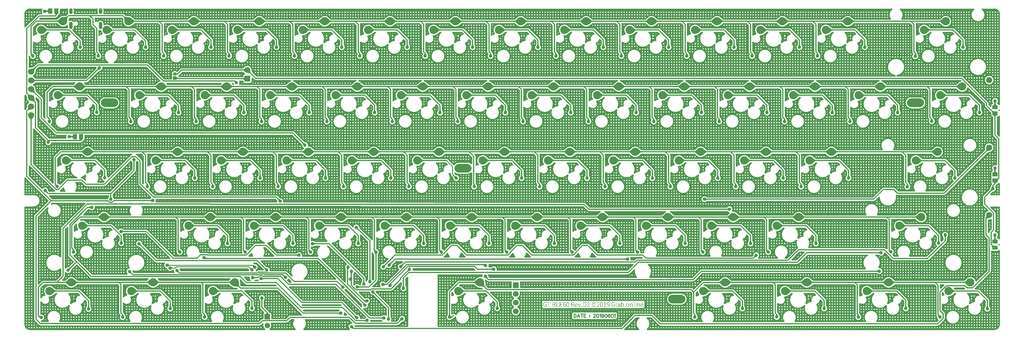
<source format=gtl>
G04 Layer: TopLayer*
G04 EasyEDA v6.1.51, Wed, 19 Jun 2019 13:06:47 GMT*
G04 66271e87440c4271b6eaadeb73023992,1972fb780e03461d8e8e980d21b9fed7,00*
G04 Gerber Generator version 0.2*
G04 Scale: 100 percent, Rotated: No, Reflected: No *
G04 Dimensions in inches *
G04 leading zeros omitted , absolute positions ,2 integer and 4 decimal *
%FSLAX24Y24*%
%MOIN*%
G90*
G70D02*

%ADD10C,0.010000*%
%ADD11C,0.012010*%
%ADD12C,0.015000*%
%ADD14C,0.039370*%
%ADD15R,0.039370X0.039370*%
%ADD16C,0.066930*%
%ADD17R,0.066930X0.066930*%
%ADD19C,0.062990*%
%ADD20C,0.070870*%
%ADD21C,0.094490*%
%ADD22C,0.098400*%

%LPD*%
G54D11*
G01X3821Y36800D02*
G01X3821Y36370D01*
G01X3686Y36235D01*
G01X1849Y36235D01*
G01X428Y34814D01*
G01X428Y27316D01*
G01X925Y26818D01*
G01X1431Y26313D01*
G01X1431Y23403D01*
G01X2906Y21929D01*
G01X2906Y21720D01*
G01X2906Y21929D02*
G01X6657Y21929D01*
G01X6657Y22358D01*
G01X17401Y29578D02*
G01X17738Y29578D01*
G01X18186Y30026D01*
G01X25263Y30026D01*
G01X25500Y30026D01*
G01X25737Y30026D01*
G01X26683Y29080D01*
G01X107660Y29080D01*
G01X110532Y26208D01*
G01X110532Y25941D01*
G01X111431Y25042D01*
G01X111492Y25042D01*
G01X111492Y24674D01*
G01X111492Y22550D01*
G01X111922Y22120D01*
G01X111922Y17575D01*
G01X111492Y17144D01*
G01X111492Y16960D01*
G01X111255Y16723D01*
G01X111255Y16388D01*
G01X110309Y15442D01*
G01X110309Y15109D01*
G01X110308Y15108D01*
G01X110303Y14948D01*
G01X110308Y14942D01*
G01X110309Y14931D01*
G01X110309Y14603D01*
G01X111328Y13584D01*
G01X111328Y11634D01*
G01X111044Y11350D01*
G01X111044Y10003D01*
G01X111431Y9615D01*
G01X111492Y9615D01*
G01X111492Y17329D02*
G01X111492Y17144D01*
G01X925Y28818D02*
G01X7297Y28818D01*
G01X8749Y30270D01*
G01X27966Y7033D02*
G01X26872Y8126D01*
G01X15261Y8126D01*
G01X13502Y9885D01*
G01X13305Y10081D01*
G01X12737Y19739D02*
G01X12737Y18505D01*
G01X10078Y15847D01*
G01X2860Y15847D01*
G01X2518Y16189D01*
G01X17401Y29086D02*
G01X17738Y29086D01*
G01X17798Y29026D01*
G01X25263Y29026D01*
G01X25737Y29026D01*
G01X10078Y15847D02*
G01X10075Y15843D01*
G01X10075Y15446D01*
G01X10075Y15168D01*
G01X925Y25818D02*
G01X431Y25324D01*
G01X431Y17798D01*
G01X3238Y14991D01*
G01X1476Y13229D01*
G01X1476Y1385D01*
G01X1978Y882D01*
G01X27155Y882D01*
G01X27488Y1215D01*
G01X30233Y1215D01*
G01X30632Y1614D01*
G01X37432Y1614D01*
G01X38132Y915D01*
G01X42942Y915D01*
G01X43474Y1447D01*
G01X42102Y5261D02*
G01X42102Y5400D01*
G01X44173Y7471D01*
G01X51788Y7471D01*
G01X52122Y7137D01*
G01X53990Y7137D01*
G01X3238Y14991D02*
G01X9753Y14991D01*
G01X9913Y14831D01*
G01X10223Y14831D01*
G01X10412Y15020D01*
G01X14598Y15020D01*
G01X14877Y15020D01*
G01X28022Y1670D02*
G01X28022Y2126D01*
G01X27398Y2750D01*
G01X27398Y3845D01*
G01X5171Y7019D02*
G01X6142Y7991D01*
G01X5383Y8750D01*
G01X5383Y12250D01*
G01X7379Y14246D01*
G01X7890Y14246D01*
G01X39474Y1255D02*
G01X39451Y1231D01*
G01X38157Y1231D01*
G01X36669Y2720D01*
G01X31923Y2720D01*
G01X29059Y5583D01*
G01X25638Y5583D01*
G01X24917Y6304D01*
G01X7829Y6304D01*
G01X6142Y7991D01*
G54D10*
G01X9601Y34622D02*
G01X12789Y34622D01*
G01X14068Y33342D01*
G01X14068Y32643D01*
G54D11*
G01X39212Y2986D02*
G01X39212Y3029D01*
G01X33865Y8375D01*
G01X20858Y8375D01*
G01X20768Y8465D01*
G01X41407Y1530D02*
G01X39742Y1530D01*
G01X35888Y5384D01*
G01X30456Y5384D01*
G01X29545Y6296D01*
G01X27547Y6296D01*
G01X27444Y6398D01*
G01X27165Y6398D01*
G01X26935Y6167D01*
G01X26317Y6167D01*
G01X33201Y10065D02*
G01X35126Y10065D01*
G01X39087Y6104D01*
G01X39087Y5426D01*
G01X38232Y11947D02*
G01X39782Y10397D01*
G01X39782Y5688D01*
G01X44341Y7132D02*
G01X43298Y6089D01*
G01X43298Y5956D01*
G01X42211Y4869D01*
G01X39972Y4869D01*
G01X39875Y4772D01*
G01X38181Y4772D01*
G01X37672Y5281D01*
G01X37672Y5999D01*
G01X37564Y5999D01*
G01X37672Y5999D02*
G01X37672Y6902D01*
G01X41992Y7603D02*
G01X42680Y8291D01*
G01X69342Y8291D01*
G01X84101Y8745D02*
G01X83747Y8391D01*
G01X71456Y8391D01*
G01X71085Y8763D01*
G01X65868Y8763D01*
G01X64776Y9855D01*
G01X64174Y9855D01*
G01X63733Y9413D01*
G01X63733Y9373D01*
G01X63132Y8773D01*
G01X58373Y8773D01*
G01X57292Y9854D01*
G01X56660Y9854D01*
G01X55960Y9154D01*
G01X55960Y9107D01*
G01X55626Y8773D01*
G01X50873Y8773D01*
G01X49792Y9854D01*
G01X49160Y9854D01*
G01X48601Y9295D01*
G01X48601Y9254D01*
G01X48099Y8752D01*
G01X42662Y8752D01*
G01X41323Y7413D01*
G01X53021Y6318D02*
G01X53394Y5944D01*
G01X76843Y5944D01*
G01X77813Y6914D01*
G01X98236Y6914D01*
G01X43635Y4936D02*
G01X43635Y6141D01*
G01X44256Y6762D01*
G01X69414Y6762D01*
G01X70598Y7946D01*
G01X88816Y7946D01*
G01X89898Y9028D01*
G01X98430Y9028D01*
G01X41266Y5391D02*
G01X41745Y5391D01*
G01X44025Y7672D01*
G01X52967Y7672D01*
G01X53071Y7567D01*
G01X29491Y14961D02*
G01X29036Y15416D01*
G01X14964Y15416D01*
G01X13428Y16952D01*
G01X13428Y19564D01*
G01X12915Y20078D01*
G01X12501Y20078D01*
G01X9309Y16886D01*
G01X7235Y16886D01*
G01X6751Y17371D01*
G01X5088Y17371D01*
G01X4479Y16761D01*
G01X4479Y16719D01*
G01X4063Y16303D01*
G01X3789Y16303D01*
G01X925Y19166D01*
G01X925Y24818D01*
G01X102349Y31607D02*
G01X102356Y31607D01*
G01X102386Y31637D01*
G01X102386Y31915D01*
G01X102199Y32102D01*
G01X102199Y35251D01*
G01X101829Y35622D01*
G01X105579Y35622D01*
G01X105949Y35251D01*
G01X76136Y31637D02*
G01X76136Y31915D01*
G01X75949Y32102D01*
G01X75949Y35251D01*
G01X75579Y35622D01*
G01X72101Y35622D01*
G01X68079Y35622D01*
G01X68449Y35251D01*
G01X68449Y32102D01*
G01X68636Y31915D01*
G01X68636Y31637D01*
G01X16136Y31637D02*
G01X16136Y31915D01*
G01X15949Y32102D01*
G01X15949Y35251D01*
G01X15579Y35622D01*
G01X19601Y35622D01*
G01X23079Y35622D01*
G01X27101Y35622D01*
G01X30579Y35622D01*
G01X34601Y35622D01*
G01X38079Y35622D01*
G01X42101Y35622D01*
G01X45579Y35622D01*
G01X49601Y35622D01*
G01X53079Y35622D01*
G01X57101Y35622D01*
G01X60579Y35622D01*
G01X60949Y35251D01*
G01X60949Y32102D01*
G01X61137Y31915D01*
G01X61137Y31637D01*
G01X23636Y31637D02*
G01X23636Y31915D01*
G01X23449Y32102D01*
G01X23449Y35251D01*
G01X23079Y35622D01*
G01X31137Y31637D02*
G01X31137Y31915D01*
G01X30950Y32102D01*
G01X30950Y35251D01*
G01X30579Y35622D01*
G01X38637Y31637D02*
G01X38637Y31915D01*
G01X38450Y32102D01*
G01X38450Y35251D01*
G01X38079Y35622D01*
G01X46137Y31637D02*
G01X46137Y31915D01*
G01X45950Y32102D01*
G01X45950Y35251D01*
G01X45579Y35622D01*
G01X53637Y31637D02*
G01X53637Y31915D01*
G01X53450Y32102D01*
G01X53450Y35251D01*
G01X53079Y35622D01*
G01X83636Y31637D02*
G01X83636Y31915D01*
G01X83449Y32102D01*
G01X83449Y35251D01*
G01X83079Y35622D01*
G01X79601Y35622D01*
G01X75579Y35622D01*
G01X91136Y31637D02*
G01X91136Y31915D01*
G01X90949Y32102D01*
G01X90949Y35251D01*
G01X90579Y35622D01*
G01X87101Y35622D01*
G01X83079Y35622D01*
G01X8636Y31637D02*
G01X8636Y31915D01*
G01X8445Y32107D01*
G01X8445Y34808D01*
G01X8009Y35244D01*
G01X8009Y35882D01*
G01X7635Y36256D01*
G01X5234Y36256D01*
G01X4601Y35622D01*
G01X3932Y35622D01*
G01X3928Y35618D01*
G01X1528Y35618D01*
G01X940Y35030D01*
G01X940Y31833D01*
G01X1136Y31637D01*
G01X15579Y35622D02*
G01X12101Y35622D01*
G01X11467Y36256D01*
G01X7635Y36256D01*
G01X68079Y35622D02*
G01X64601Y35622D01*
G01X60579Y35622D01*
G01X105850Y35622D02*
G01X105579Y35622D01*
G01X101829Y35622D02*
G01X94601Y35622D01*
G01X90579Y35622D01*
G01X37290Y7386D02*
G01X37227Y7323D01*
G01X37227Y5438D01*
G01X39170Y3495D01*
G01X39447Y3495D01*
G01X94860Y24108D02*
G01X94860Y24386D01*
G01X94668Y24579D01*
G01X94668Y27796D01*
G01X94341Y28122D01*
G01X98350Y28122D01*
G01X103713Y28122D01*
G01X104039Y27796D01*
G01X104039Y24579D01*
G01X104232Y24386D01*
G01X104232Y24247D01*
G01X104237Y24242D01*
G01X104237Y24144D01*
G01X104232Y24108D02*
G01X104232Y24247D01*
G01X12360Y24108D02*
G01X12360Y24386D01*
G01X12167Y24579D01*
G01X12167Y27796D01*
G01X11841Y28122D01*
G01X15850Y28122D01*
G01X19341Y28122D01*
G01X23350Y28122D01*
G01X26841Y28122D01*
G01X27168Y27796D01*
G01X27168Y24579D01*
G01X27361Y24386D01*
G01X27361Y24108D01*
G01X72360Y24108D02*
G01X72360Y24386D01*
G01X72168Y24579D01*
G01X72168Y27796D01*
G01X71841Y28122D01*
G01X75850Y28122D01*
G01X79341Y28122D01*
G01X83350Y28122D01*
G01X86841Y28122D01*
G01X87168Y27796D01*
G01X87168Y24579D01*
G01X87360Y24386D01*
G01X87360Y24108D01*
G01X3011Y24109D02*
G01X3011Y24387D01*
G01X2758Y24641D01*
G01X2758Y27464D01*
G01X3416Y28122D01*
G01X6476Y28122D01*
G01X11733Y28122D01*
G01X11841Y28122D01*
G01X11733Y28122D01*
G01X19861Y24108D02*
G01X19861Y24386D01*
G01X19668Y24579D01*
G01X19668Y27796D01*
G01X19341Y28122D01*
G01X34861Y24108D02*
G01X34861Y24386D01*
G01X34668Y24579D01*
G01X34668Y27796D01*
G01X34341Y28122D01*
G01X30850Y28122D01*
G01X26841Y28122D01*
G01X42361Y24108D02*
G01X42361Y24386D01*
G01X42168Y24579D01*
G01X42168Y27796D01*
G01X41841Y28122D01*
G01X38350Y28122D01*
G01X34341Y28122D01*
G01X49861Y24108D02*
G01X49861Y24386D01*
G01X49668Y24579D01*
G01X49668Y27796D01*
G01X49341Y28122D01*
G01X45850Y28122D01*
G01X41841Y28122D01*
G01X57361Y24108D02*
G01X57361Y24386D01*
G01X57168Y24579D01*
G01X57168Y27796D01*
G01X56841Y28122D01*
G01X53350Y28122D01*
G01X49341Y28122D01*
G01X64861Y24108D02*
G01X64861Y24386D01*
G01X64667Y24579D01*
G01X64667Y27796D01*
G01X64341Y28122D01*
G01X60850Y28122D01*
G01X56841Y28122D01*
G01X79860Y24108D02*
G01X79860Y24386D01*
G01X79668Y24579D01*
G01X79668Y27796D01*
G01X79341Y28122D01*
G01X103713Y28122D02*
G01X107725Y28122D01*
G01X86841Y28122D02*
G01X90850Y28122D01*
G01X94341Y28122D01*
G01X64341Y28122D02*
G01X68350Y28122D01*
G01X71841Y28122D01*
G01X40112Y4532D02*
G01X41927Y2717D01*
G01X41927Y1413D01*
G01X74257Y16627D02*
G01X74257Y16905D01*
G01X74051Y17111D01*
G01X74051Y20231D01*
G01X73660Y20622D01*
G01X77725Y20622D01*
G01X81160Y20622D01*
G01X85225Y20622D01*
G01X88660Y20622D01*
G01X92725Y20622D01*
G01X100877Y20622D01*
G01X100858Y20604D01*
G01X100858Y20599D01*
G01X101249Y20208D01*
G01X101249Y17088D01*
G01X101455Y16882D01*
G01X101455Y16743D01*
G01X101434Y16722D01*
G01X101434Y16606D01*
G01X101455Y16604D02*
G01X101455Y16743D01*
G01X104913Y20622D02*
G01X100877Y20622D01*
G01X51757Y16627D02*
G01X51757Y16905D01*
G01X51696Y16967D01*
G01X51696Y20087D01*
G01X51161Y20622D01*
G01X47726Y20622D01*
G01X43661Y20622D01*
G01X44051Y20231D01*
G01X44051Y17111D01*
G01X44257Y16905D01*
G01X44257Y16627D01*
G01X43661Y20622D02*
G01X40226Y20622D01*
G01X36161Y20622D01*
G01X36552Y20231D01*
G01X36552Y17111D01*
G01X36757Y16905D01*
G01X36757Y16627D01*
G01X14258Y16627D02*
G01X14258Y16905D01*
G01X14052Y17111D01*
G01X14052Y20231D01*
G01X13660Y20622D01*
G01X7413Y20622D01*
G01X4369Y20622D01*
G01X3705Y19958D01*
G01X3705Y16865D01*
G01X3927Y16644D01*
G01X21757Y16627D02*
G01X21757Y16905D01*
G01X21552Y17111D01*
G01X21552Y20231D01*
G01X21161Y20622D01*
G01X25226Y20622D01*
G01X28661Y20622D01*
G01X32726Y20622D01*
G01X36161Y20622D01*
G01X29257Y16627D02*
G01X29257Y16905D01*
G01X29052Y17111D01*
G01X29052Y20231D01*
G01X28661Y20622D01*
G01X59257Y16627D02*
G01X59257Y16905D01*
G01X59051Y17111D01*
G01X59051Y20231D01*
G01X58661Y20622D01*
G01X55225Y20622D01*
G01X51161Y20622D01*
G01X66757Y16627D02*
G01X66757Y16905D01*
G01X66551Y17111D01*
G01X66551Y20231D01*
G01X66161Y20622D01*
G01X70225Y20622D01*
G01X73660Y20622D01*
G01X81757Y16627D02*
G01X81757Y16905D01*
G01X81551Y17111D01*
G01X81551Y20231D01*
G01X81160Y20622D01*
G01X89257Y16627D02*
G01X89257Y16905D01*
G01X89051Y17111D01*
G01X89051Y20231D01*
G01X88660Y20622D01*
G01X21161Y20622D02*
G01X17726Y20622D01*
G01X13660Y20622D01*
G01X66161Y20622D02*
G01X62725Y20622D01*
G01X58661Y20622D01*
G01X38321Y5109D02*
G01X38341Y5089D01*
G01X39676Y5089D01*
G01X40477Y5891D01*
G01X40477Y9110D01*
G01X40301Y9287D01*
G01X40301Y12825D01*
G01X40003Y13122D01*
G01X36476Y13122D01*
G01X32503Y13122D01*
G01X32801Y12825D01*
G01X32801Y9287D01*
G01X32978Y9110D01*
G01X103038Y13122D02*
G01X99065Y13122D01*
G01X99070Y13117D01*
G01X99368Y12820D01*
G01X99368Y9282D01*
G01X99456Y9193D01*
G01X99500Y9193D01*
G01X99553Y9140D01*
G01X40003Y13122D02*
G01X43976Y13122D01*
G01X47503Y13122D01*
G01X51475Y13122D01*
G01X55003Y13122D01*
G01X58975Y13122D01*
G01X62503Y13122D01*
G01X66475Y13122D01*
G01X70003Y13122D01*
G01X73975Y13122D01*
G01X77503Y13122D01*
G01X81475Y13122D01*
G01X85003Y13122D01*
G01X88975Y13122D01*
G01X99065Y13122D01*
G01X99544Y9105D02*
G01X99456Y9193D01*
G01X32503Y13122D02*
G01X28976Y13122D01*
G01X25003Y13122D01*
G01X21813Y13122D01*
G01X21529Y13406D01*
G01X5789Y9107D02*
G01X5789Y9386D01*
G01X5603Y9571D01*
G01X5603Y12183D01*
G01X6543Y13122D01*
G01X9288Y13122D01*
G01X17357Y13122D01*
G01X17503Y13122D01*
G01X21476Y13122D01*
G01X21813Y13122D01*
G01X25478Y9110D02*
G01X25301Y9287D01*
G01X25301Y12825D01*
G01X25003Y13122D01*
G01X47977Y9110D02*
G01X47801Y9287D01*
G01X47801Y12825D01*
G01X47503Y13122D01*
G01X55477Y9110D02*
G01X55301Y9287D01*
G01X55301Y12825D01*
G01X55003Y13122D01*
G01X62977Y9110D02*
G01X62801Y9287D01*
G01X62801Y12825D01*
G01X62503Y13122D01*
G01X70477Y9110D02*
G01X70301Y9287D01*
G01X70301Y12825D01*
G01X70003Y13122D01*
G01X77977Y9110D02*
G01X77801Y9287D01*
G01X77801Y12825D01*
G01X77503Y13122D01*
G01X85477Y9110D02*
G01X85301Y9287D01*
G01X85301Y12825D01*
G01X85003Y13122D01*
G01X17978Y9110D02*
G01X17801Y9287D01*
G01X17801Y12825D01*
G01X17503Y13122D01*
G01X17357Y13122D01*
G01X1976Y1585D02*
G01X1763Y1798D01*
G01X1763Y5075D01*
G01X2306Y5618D01*
G01X3869Y5618D01*
G01X4576Y6324D01*
G01X4576Y11831D01*
G01X7361Y14617D01*
G01X64350Y14578D01*
G01X64903Y14025D01*
G01X80930Y14025D01*
G01X11435Y1620D02*
G01X11435Y1899D01*
G01X11223Y2110D01*
G01X11223Y5389D01*
G01X10991Y5622D01*
G01X5538Y5622D01*
G01X3975Y5622D01*
G01X20836Y1637D02*
G01X20836Y1915D01*
G01X20641Y2111D01*
G01X20641Y5427D01*
G01X20446Y5622D01*
G01X24288Y5622D01*
G01X24947Y4964D01*
G01X29234Y4964D01*
G01X32113Y2085D01*
G01X36469Y2085D01*
G01X49384Y1819D02*
G01X49198Y1633D01*
G01X48919Y1633D01*
G01X48919Y4535D01*
G01X50007Y5622D01*
G01X52413Y5622D01*
G01X53242Y4793D01*
G01X76643Y4793D01*
G01X76930Y4506D01*
G01X76930Y2048D01*
G01X77057Y1920D01*
G01X77057Y1642D01*
G01X76998Y1701D01*
G01X86461Y1649D02*
G01X86461Y1927D01*
G01X86287Y2101D01*
G01X86287Y5376D01*
G01X86042Y5622D01*
G01X80538Y5622D01*
G01X79870Y5622D01*
G01X79860Y5612D01*
G01X78035Y5612D01*
G01X76930Y4506D01*
G01X20446Y5622D02*
G01X14913Y5622D01*
G01X10991Y5622D01*
G01X95814Y1632D02*
G01X95814Y1910D01*
G01X95703Y2021D01*
G01X95703Y5341D01*
G01X95422Y5622D01*
G01X99288Y5622D01*
G01X104627Y5622D01*
G01X104966Y5283D01*
G01X104966Y1852D01*
G01X105187Y1631D01*
G01X108663Y5622D02*
G01X104627Y5622D01*
G01X95422Y5622D02*
G01X89913Y5622D01*
G01X86042Y5622D01*
G01X30113Y6204D02*
G01X29821Y6496D01*
G01X27743Y6496D01*
G01X27641Y6598D01*
G01X27082Y6598D01*
G01X26989Y6504D01*
G01X12585Y6504D01*
G01X12209Y6881D01*
G01X31646Y8750D02*
G01X29052Y8750D01*
G01X27927Y9875D01*
G01X26672Y9875D01*
G01X26058Y9261D01*
G01X26058Y9201D01*
G01X25617Y8761D01*
G01X21115Y8761D01*
G01X21073Y8803D01*
G01X20364Y8803D01*
G01X19943Y8382D01*
G01X17225Y8382D01*
G01X14128Y11479D01*
G01X11219Y11479D01*
G01X43350Y27122D02*
G01X46690Y27122D01*
G01X47837Y25975D01*
G01X47837Y25122D01*
G01X2101Y34622D02*
G01X5306Y34622D01*
G01X6548Y33379D01*
G01X6548Y32641D01*
G01X21568Y32643D02*
G01X21568Y33481D01*
G01X20427Y34622D01*
G01X17101Y34622D01*
G01X29068Y32643D02*
G01X29068Y33481D01*
G01X27927Y34622D01*
G01X24601Y34622D01*
G01X36568Y32643D02*
G01X36568Y33481D01*
G01X35427Y34622D01*
G01X32101Y34622D01*
G01X44068Y32643D02*
G01X44068Y33481D01*
G01X42927Y34622D01*
G01X39601Y34622D01*
G01X51568Y32643D02*
G01X51568Y33481D01*
G01X50427Y34622D01*
G01X47101Y34622D01*
G01X59068Y32643D02*
G01X59068Y33481D01*
G01X57927Y34622D01*
G01X54601Y34622D01*
G01X66568Y32643D02*
G01X66568Y33481D01*
G01X65427Y34622D01*
G01X62101Y34622D01*
G01X74068Y32643D02*
G01X74068Y33481D01*
G01X72927Y34622D01*
G01X69601Y34622D01*
G01X81568Y32643D02*
G01X81568Y33481D01*
G01X80427Y34622D01*
G01X77101Y34622D01*
G01X89068Y32643D02*
G01X89068Y33481D01*
G01X87927Y34622D01*
G01X84601Y34622D01*
G01X96568Y32643D02*
G01X96568Y33481D01*
G01X95427Y34622D01*
G01X92101Y34622D01*
G01X103350Y34622D02*
G01X103351Y34622D01*
G01X106677Y34622D01*
G01X107818Y33481D01*
G01X107818Y33062D01*
G01X107831Y33049D01*
G01X107831Y32637D01*
G01X107818Y32643D02*
G01X107818Y33062D01*
G01X3976Y27122D02*
G01X7347Y27122D01*
G01X8453Y26017D01*
G01X8453Y25153D01*
G01X13350Y27122D02*
G01X16690Y27122D01*
G01X17837Y25975D01*
G01X17837Y25122D01*
G01X20850Y27122D02*
G01X24190Y27122D01*
G01X25337Y25975D01*
G01X25337Y25122D01*
G01X28350Y27122D02*
G01X31690Y27122D01*
G01X32837Y25975D01*
G01X32837Y25122D01*
G01X35850Y27122D02*
G01X39190Y27122D01*
G01X40337Y25975D01*
G01X40337Y25122D01*
G01X50850Y27122D02*
G01X54190Y27122D01*
G01X55337Y25975D01*
G01X55337Y25122D01*
G01X58350Y27122D02*
G01X61690Y27122D01*
G01X62837Y25975D01*
G01X62837Y25122D01*
G01X65850Y27122D02*
G01X69190Y27122D01*
G01X70337Y25975D01*
G01X70337Y25122D01*
G01X73350Y27122D02*
G01X76690Y27122D01*
G01X77837Y25975D01*
G01X77837Y25122D01*
G01X80850Y27122D02*
G01X84190Y27122D01*
G01X85337Y25975D01*
G01X85337Y25122D01*
G01X88350Y27122D02*
G01X91690Y27122D01*
G01X92837Y25975D01*
G01X92837Y25122D01*
G01X95850Y27122D02*
G01X99190Y27122D01*
G01X100337Y25975D01*
G01X100337Y25122D01*
G01X109709Y25122D02*
G01X109709Y25548D01*
G01X109712Y25545D01*
G01X109712Y25141D01*
G01X105222Y27122D02*
G01X105225Y27122D01*
G01X108562Y27122D01*
G01X109709Y25975D01*
G01X109709Y25548D01*
G01X4913Y19622D02*
G01X8273Y19622D01*
G01X9367Y18528D01*
G01X9367Y17630D01*
G01X15226Y19622D02*
G01X18577Y19622D01*
G01X19698Y18501D01*
G01X19698Y17604D01*
G01X22726Y19622D02*
G01X26077Y19622D01*
G01X27198Y18501D01*
G01X27198Y17604D01*
G01X30226Y19622D02*
G01X33577Y19622D01*
G01X34698Y18501D01*
G01X34698Y17604D01*
G01X37726Y19622D02*
G01X41077Y19622D01*
G01X42198Y18501D01*
G01X42198Y17604D01*
G01X45226Y19622D02*
G01X48577Y19622D01*
G54D10*
G01X48577Y19622D02*
G01X49274Y18925D01*
G01X49274Y18028D01*
G01X49698Y17604D01*
G54D11*
G01X52725Y19622D02*
G01X56077Y19622D01*
G01X57198Y18501D01*
G01X57198Y17604D01*
G01X60225Y19622D02*
G01X63577Y19622D01*
G01X64698Y18501D01*
G01X64698Y17604D01*
G01X67725Y19622D02*
G01X71077Y19622D01*
G01X72198Y18501D01*
G01X72198Y17604D01*
G01X75225Y19622D02*
G01X78577Y19622D01*
G01X79698Y18501D01*
G01X79698Y17604D01*
G01X82725Y19622D02*
G01X86077Y19622D01*
G01X87198Y18501D01*
G01X87198Y17604D01*
G01X90225Y19622D02*
G01X93577Y19622D01*
G01X94698Y18501D01*
G01X94698Y17604D01*
G01X102413Y19622D02*
G01X102423Y19611D01*
G01X102423Y19599D01*
G01X105775Y19599D01*
G01X106896Y18478D01*
G01X106896Y17602D01*
G01X106896Y17581D01*
G01X6788Y12122D02*
G01X10097Y12122D01*
G01X11271Y10948D01*
G01X11271Y10133D01*
G01X18976Y12122D02*
G01X22325Y12122D01*
G01X23449Y10998D01*
G01X23449Y10087D01*
G01X26476Y12122D02*
G01X29825Y12122D01*
G01X30950Y10998D01*
G01X30950Y10087D01*
G01X33976Y12122D02*
G01X37325Y12122D01*
G01X38450Y10998D01*
G01X38450Y10087D01*
G01X41476Y12122D02*
G01X44825Y12122D01*
G01X45950Y10998D01*
G01X45950Y10087D01*
G01X48976Y12122D02*
G01X52325Y12122D01*
G01X53450Y10998D01*
G01X53450Y10087D01*
G01X56475Y12122D02*
G01X59825Y12122D01*
G01X60949Y10998D01*
G01X60949Y10087D01*
G01X63975Y12122D02*
G01X67325Y12122D01*
G01X68449Y10998D01*
G01X68449Y10087D01*
G01X71475Y12122D02*
G01X74825Y12122D01*
G01X75949Y10998D01*
G01X75949Y10087D01*
G01X78975Y12122D02*
G01X82325Y12122D01*
G01X83449Y10998D01*
G01X83449Y10087D01*
G01X86475Y12122D02*
G01X89825Y12122D01*
G01X90949Y10998D01*
G01X90949Y10087D01*
G01X105016Y10082D02*
G01X105016Y10537D01*
G01X105009Y10530D01*
G01X105009Y10123D01*
G01X100538Y12122D02*
G01X100542Y12118D01*
G01X100542Y12117D01*
G01X103892Y12117D01*
G01X105016Y10993D01*
G01X105016Y10537D01*
G01X3038Y4622D02*
G01X6392Y4622D01*
G01X7516Y3499D01*
G01X7516Y2572D01*
G01X12413Y4622D02*
G01X15738Y4622D01*
G01X16885Y3475D01*
G01X16885Y2605D01*
G01X21788Y4622D02*
G01X25115Y4622D01*
G01X26253Y3484D01*
G01X26253Y2635D01*
G01X49913Y4622D02*
G01X53116Y4622D01*
G01X54390Y3348D01*
G01X54390Y2640D01*
G01X78038Y4622D02*
G01X81402Y4622D01*
G01X82520Y3504D01*
G01X82520Y2627D01*
G01X87413Y4622D02*
G01X90834Y4622D01*
G01X91905Y3551D01*
G01X91905Y2627D01*
G01X96788Y4622D02*
G01X100215Y4622D01*
G01X101262Y3575D01*
G01X101262Y2635D01*
G01X106163Y4622D02*
G01X109559Y4622D01*
G01X110621Y3559D01*
G01X110621Y2593D01*
G01X925Y27818D02*
G01X2082Y26662D01*
G01X2082Y24545D01*
G01X3839Y22788D01*
G01X30948Y22788D01*
G01X32338Y21398D01*
G54D10*
G01X16539Y7595D02*
G01X26366Y7595D01*
G01X26388Y7573D01*
G01X26585Y7376D01*
G01X16867Y7267D02*
G01X17420Y7267D01*
G01X17578Y7424D01*
G01X25879Y7424D01*
G01X26059Y7245D01*
G01X26256Y7048D01*
G54D11*
G01X36689Y5064D02*
G01X36019Y5734D01*
G01X31083Y5734D01*
G01X30121Y6696D01*
G01X27826Y6696D01*
G01X27724Y6798D01*
G01X26999Y6798D01*
G01X26906Y6705D01*
G01X17952Y6705D01*
G01X17643Y7013D01*
G01X105777Y11086D02*
G01X105777Y10414D01*
G01X103741Y8378D01*
G01X99829Y8378D01*
G01X98838Y9370D01*
G01X88949Y9370D01*
G01X87733Y8154D01*
G01X70425Y8154D01*
G01X70223Y7951D01*
G01X43829Y7951D01*
G01X43315Y7438D01*
G01X110830Y13354D02*
G01X110475Y13000D01*
G01X110475Y11076D01*
G01X110830Y10722D01*
G01X110830Y6912D01*
G01X108909Y4991D01*
G01X108294Y4991D01*
G01X108039Y5246D01*
G01X105913Y5246D01*
G01X105186Y4519D01*
G01X105186Y2378D01*
G01X105544Y2021D01*
G01X105544Y1485D01*
G01X104925Y866D01*
G01X73081Y866D01*
G01X72128Y1819D01*
G01X70200Y1819D01*
G01X68709Y327D01*
G01X37897Y327D01*
G01X37875Y349D01*
G01X37678Y546D01*
G01X27305Y6061D02*
G01X29227Y6061D01*
G01X31969Y3319D01*
G01X36547Y3319D01*
G01X38293Y1572D01*
G01X925Y29818D02*
G01X1715Y30608D01*
G01X14255Y30608D01*
G01X16114Y28749D01*
G01X24300Y28749D01*
G01X24475Y28574D01*
G01X5956Y22358D02*
G01X5587Y22358D01*
G01X5281Y22358D01*
G01X111492Y25743D02*
G01X111492Y26457D01*
G01X111499Y26464D01*
G01X111492Y18030D02*
G01X111492Y18741D01*
G01X111499Y18748D01*
G01X111492Y10316D02*
G01X111499Y10323D01*
G01X111499Y11070D01*
G01X3121Y36800D02*
G01X2752Y36800D01*
G01X2720Y36767D01*
G01X2465Y36767D01*
G01X110830Y21110D02*
G01X110830Y21036D01*
G01X105666Y15872D01*
G01X100306Y15872D01*
G01X99881Y16298D01*
G01X98694Y16298D01*
G01X97578Y15182D01*
G01X78163Y15182D01*
G54D12*
G01X8477Y36542D02*
G01X7635Y36542D01*
G01X7635Y36542D02*
G01X5881Y36542D01*
G01X5901Y36673D02*
G01X5901Y36909D01*
G01X5889Y37012D02*
G01X8469Y37012D01*
G01X8456Y36909D02*
G01X8456Y36673D01*
G01X5901Y36833D02*
G01X8456Y36833D01*
G01X8386Y36542D02*
G01X8386Y37012D01*
G01X8084Y36542D02*
G01X8084Y37012D01*
G01X7782Y36542D02*
G01X7782Y37012D01*
G01X7480Y36542D02*
G01X7480Y37012D01*
G01X7178Y36542D02*
G01X7178Y37012D01*
G01X6876Y36542D02*
G01X6876Y37012D01*
G01X6574Y36542D02*
G01X6574Y37012D01*
G01X6272Y36542D02*
G01X6272Y37012D01*
G01X5970Y36542D02*
G01X5970Y37012D01*
G01X42830Y35909D02*
G01X42567Y36142D01*
G01X41638Y36146D02*
G01X41637Y36145D01*
G01X41635Y36143D02*
G01X41371Y35909D01*
G01X41371Y35909D02*
G01X38079Y35909D01*
G01X38079Y35909D02*
G01X35330Y35909D01*
G01X35330Y35909D02*
G01X35067Y36142D01*
G01X34138Y36146D02*
G01X34137Y36145D01*
G01X34135Y36143D02*
G01X33871Y35909D01*
G01X33871Y35909D02*
G01X30579Y35909D01*
G01X30579Y35909D02*
G01X27830Y35909D01*
G01X27830Y35909D02*
G01X27567Y36142D01*
G01X26638Y36146D02*
G01X26637Y36145D01*
G01X26635Y36143D02*
G01X26371Y35909D01*
G01X26371Y35909D02*
G01X23079Y35909D01*
G01X23079Y35909D02*
G01X20330Y35909D01*
G01X20330Y35909D02*
G01X20067Y36143D01*
G01X19134Y36142D02*
G01X18871Y35909D01*
G01X18871Y35909D02*
G01X15579Y35909D01*
G01X15579Y35909D02*
G01X12830Y35909D01*
G01X12830Y35909D02*
G01X12567Y36142D01*
G01X12139Y36320D02*
G01X11787Y36340D01*
G01X11787Y36340D02*
G01X11670Y36458D01*
G01X11467Y36542D02*
G01X9282Y36542D01*
G01X9303Y36673D02*
G01X9303Y36909D01*
G01X9290Y37012D02*
G01X99627Y37012D01*
G01X99466Y35909D02*
G01X95330Y35909D01*
G01X95330Y35909D02*
G01X95067Y36142D01*
G01X94134Y36142D02*
G01X93871Y35909D01*
G01X93871Y35909D02*
G01X90579Y35909D01*
G01X90579Y35909D02*
G01X87830Y35909D01*
G01X87830Y35909D02*
G01X87567Y36142D01*
G01X86634Y36142D02*
G01X86371Y35909D01*
G01X86371Y35909D02*
G01X83079Y35909D01*
G01X83079Y35909D02*
G01X80330Y35909D01*
G01X80330Y35909D02*
G01X80067Y36142D01*
G01X79134Y36142D02*
G01X78871Y35909D01*
G01X78871Y35909D02*
G01X75579Y35909D01*
G01X75579Y35909D02*
G01X72830Y35909D01*
G01X72830Y35909D02*
G01X72567Y36142D01*
G01X71634Y36142D02*
G01X71371Y35909D01*
G01X71371Y35909D02*
G01X68079Y35909D01*
G01X68079Y35909D02*
G01X65330Y35909D01*
G01X65330Y35909D02*
G01X65067Y36142D01*
G01X64134Y36142D02*
G01X63871Y35909D01*
G01X63871Y35909D02*
G01X60579Y35909D01*
G01X60579Y35909D02*
G01X57830Y35909D01*
G01X57830Y35909D02*
G01X57567Y36142D01*
G01X56634Y36142D02*
G01X56371Y35909D01*
G01X56371Y35909D02*
G01X53079Y35909D01*
G01X53079Y35909D02*
G01X50330Y35909D01*
G01X50330Y35909D02*
G01X50067Y36142D01*
G01X49134Y36142D02*
G01X48871Y35909D01*
G01X48871Y35909D02*
G01X45579Y35909D01*
G01X45579Y35909D02*
G01X42830Y35909D01*
G01X12810Y35927D02*
G01X18891Y35927D01*
G01X20310Y35927D02*
G01X26391Y35927D01*
G01X27810Y35927D02*
G01X33891Y35927D01*
G01X35310Y35927D02*
G01X41391Y35927D01*
G01X42810Y35927D02*
G01X48891Y35927D01*
G01X50310Y35927D02*
G01X56391Y35927D01*
G01X57810Y35927D02*
G01X63891Y35927D01*
G01X65310Y35927D02*
G01X71391Y35927D01*
G01X72810Y35927D02*
G01X78891Y35927D01*
G01X80310Y35927D02*
G01X86391Y35927D01*
G01X87810Y35927D02*
G01X93891Y35927D01*
G01X95310Y35927D02*
G01X99454Y35927D01*
G01X12448Y36229D02*
G01X19253Y36229D01*
G01X19948Y36229D02*
G01X26753Y36229D01*
G01X27448Y36229D02*
G01X34253Y36229D01*
G01X34948Y36229D02*
G01X41753Y36229D01*
G01X42448Y36229D02*
G01X49253Y36229D01*
G01X49948Y36229D02*
G01X56753Y36229D01*
G01X57448Y36229D02*
G01X64253Y36229D01*
G01X64948Y36229D02*
G01X71753Y36229D01*
G01X72448Y36229D02*
G01X79253Y36229D01*
G01X79948Y36229D02*
G01X86753Y36229D01*
G01X87448Y36229D02*
G01X94253Y36229D01*
G01X94948Y36229D02*
G01X99336Y36229D01*
G01X11548Y36531D02*
G01X99339Y36531D01*
G01X9303Y36833D02*
G01X99464Y36833D01*
G01X99590Y36979D02*
G01X99590Y37012D01*
G01X99288Y35909D02*
G01X99288Y37012D01*
G01X98986Y35909D02*
G01X98986Y37012D01*
G01X98684Y35909D02*
G01X98684Y37012D01*
G01X98382Y35909D02*
G01X98382Y37012D01*
G01X98080Y35909D02*
G01X98080Y37012D01*
G01X97778Y35909D02*
G01X97778Y37012D01*
G01X97476Y35909D02*
G01X97476Y37012D01*
G01X97174Y35909D02*
G01X97174Y37012D01*
G01X96872Y35909D02*
G01X96872Y37012D01*
G01X96570Y35909D02*
G01X96570Y37012D01*
G01X96268Y35909D02*
G01X96268Y37012D01*
G01X95966Y35909D02*
G01X95966Y37012D01*
G01X95664Y35909D02*
G01X95664Y37012D01*
G01X95362Y35909D02*
G01X95362Y37012D01*
G01X95060Y36149D02*
G01X95060Y37012D01*
G01X94758Y36303D02*
G01X94758Y37012D01*
G01X94456Y36306D02*
G01X94456Y37012D01*
G01X94154Y36159D02*
G01X94154Y37012D01*
G01X93852Y35909D02*
G01X93852Y37012D01*
G01X93550Y35909D02*
G01X93550Y37012D01*
G01X93248Y35909D02*
G01X93248Y37012D01*
G01X92946Y35909D02*
G01X92946Y37012D01*
G01X92644Y35909D02*
G01X92644Y37012D01*
G01X92342Y35909D02*
G01X92342Y37012D01*
G01X92040Y35909D02*
G01X92040Y37012D01*
G01X91738Y35909D02*
G01X91738Y37012D01*
G01X91436Y35909D02*
G01X91436Y37012D01*
G01X91134Y35909D02*
G01X91134Y37012D01*
G01X90832Y35909D02*
G01X90832Y37012D01*
G01X90530Y35909D02*
G01X90530Y37012D01*
G01X90228Y35909D02*
G01X90228Y37012D01*
G01X89926Y35909D02*
G01X89926Y37012D01*
G01X89624Y35909D02*
G01X89624Y37012D01*
G01X89322Y35909D02*
G01X89322Y37012D01*
G01X89020Y35909D02*
G01X89020Y37012D01*
G01X88718Y35909D02*
G01X88718Y37012D01*
G01X88416Y35909D02*
G01X88416Y37012D01*
G01X88114Y35909D02*
G01X88114Y37012D01*
G01X87812Y35925D02*
G01X87812Y37012D01*
G01X87510Y36189D02*
G01X87510Y37012D01*
G01X87208Y36313D02*
G01X87208Y37012D01*
G01X86906Y36293D02*
G01X86906Y37012D01*
G01X86604Y36115D02*
G01X86604Y37012D01*
G01X86302Y35909D02*
G01X86302Y37012D01*
G01X86000Y35909D02*
G01X86000Y37012D01*
G01X85698Y35909D02*
G01X85698Y37012D01*
G01X85396Y35909D02*
G01X85396Y37012D01*
G01X85094Y35909D02*
G01X85094Y37012D01*
G01X84792Y35909D02*
G01X84792Y37012D01*
G01X84490Y35909D02*
G01X84490Y37012D01*
G01X84188Y35909D02*
G01X84188Y37012D01*
G01X83886Y35909D02*
G01X83886Y37012D01*
G01X83584Y35909D02*
G01X83584Y37012D01*
G01X83282Y35909D02*
G01X83282Y37012D01*
G01X82980Y35909D02*
G01X82980Y37012D01*
G01X82678Y35909D02*
G01X82678Y37012D01*
G01X82376Y35909D02*
G01X82376Y37012D01*
G01X82074Y35909D02*
G01X82074Y37012D01*
G01X81772Y35909D02*
G01X81772Y37012D01*
G01X81470Y35909D02*
G01X81470Y37012D01*
G01X81168Y35909D02*
G01X81168Y37012D01*
G01X80866Y35909D02*
G01X80866Y37012D01*
G01X80564Y35909D02*
G01X80564Y37012D01*
G01X80262Y35969D02*
G01X80262Y37012D01*
G01X79960Y36222D02*
G01X79960Y37012D01*
G01X79658Y36319D02*
G01X79658Y37012D01*
G01X79356Y36277D02*
G01X79356Y37012D01*
G01X79054Y36071D02*
G01X79054Y37012D01*
G01X78752Y35909D02*
G01X78752Y37012D01*
G01X78450Y35909D02*
G01X78450Y37012D01*
G01X78148Y35909D02*
G01X78148Y37012D01*
G01X77846Y35909D02*
G01X77846Y37012D01*
G01X77544Y35909D02*
G01X77544Y37012D01*
G01X77242Y35909D02*
G01X77242Y37012D01*
G01X76940Y35909D02*
G01X76940Y37012D01*
G01X76638Y35909D02*
G01X76638Y37012D01*
G01X76336Y35909D02*
G01X76336Y37012D01*
G01X76034Y35909D02*
G01X76034Y37012D01*
G01X75732Y35909D02*
G01X75732Y37012D01*
G01X75430Y35909D02*
G01X75430Y37012D01*
G01X75128Y35909D02*
G01X75128Y37012D01*
G01X74826Y35909D02*
G01X74826Y37012D01*
G01X74524Y35909D02*
G01X74524Y37012D01*
G01X74222Y35909D02*
G01X74222Y37012D01*
G01X73920Y35909D02*
G01X73920Y37012D01*
G01X73618Y35909D02*
G01X73618Y37012D01*
G01X73316Y35909D02*
G01X73316Y37012D01*
G01X73014Y35909D02*
G01X73014Y37012D01*
G01X72712Y36014D02*
G01X72712Y37012D01*
G01X72410Y36249D02*
G01X72410Y37012D01*
G01X72108Y36321D02*
G01X72108Y37012D01*
G01X71806Y36256D02*
G01X71806Y37012D01*
G01X71504Y36026D02*
G01X71504Y37012D01*
G01X71202Y35909D02*
G01X71202Y37012D01*
G01X70900Y35909D02*
G01X70900Y37012D01*
G01X70598Y35909D02*
G01X70598Y37012D01*
G01X70296Y35909D02*
G01X70296Y37012D01*
G01X69994Y35909D02*
G01X69994Y37012D01*
G01X69692Y35909D02*
G01X69692Y37012D01*
G01X69390Y35909D02*
G01X69390Y37012D01*
G01X69088Y35909D02*
G01X69088Y37012D01*
G01X68786Y35909D02*
G01X68786Y37012D01*
G01X68484Y35909D02*
G01X68484Y37012D01*
G01X68182Y35909D02*
G01X68182Y37012D01*
G01X67880Y35909D02*
G01X67880Y37012D01*
G01X67578Y35909D02*
G01X67578Y37012D01*
G01X67276Y35909D02*
G01X67276Y37012D01*
G01X66974Y35909D02*
G01X66974Y37012D01*
G01X66672Y35909D02*
G01X66672Y37012D01*
G01X66370Y35909D02*
G01X66370Y37012D01*
G01X66068Y35909D02*
G01X66068Y37012D01*
G01X65766Y35909D02*
G01X65766Y37012D01*
G01X65464Y35909D02*
G01X65464Y37012D01*
G01X65162Y36058D02*
G01X65162Y37012D01*
G01X64860Y36271D02*
G01X64860Y37012D01*
G01X64558Y36320D02*
G01X64558Y37012D01*
G01X64256Y36230D02*
G01X64256Y37012D01*
G01X63954Y35982D02*
G01X63954Y37012D01*
G01X63652Y35909D02*
G01X63652Y37012D01*
G01X63350Y35909D02*
G01X63350Y37012D01*
G01X63048Y35909D02*
G01X63048Y37012D01*
G01X62746Y35909D02*
G01X62746Y37012D01*
G01X62444Y35909D02*
G01X62444Y37012D01*
G01X62142Y35909D02*
G01X62142Y37012D01*
G01X61840Y35909D02*
G01X61840Y37012D01*
G01X61538Y35909D02*
G01X61538Y37012D01*
G01X61236Y35909D02*
G01X61236Y37012D01*
G01X60934Y35909D02*
G01X60934Y37012D01*
G01X60632Y35909D02*
G01X60632Y37012D01*
G01X60330Y35909D02*
G01X60330Y37012D01*
G01X60028Y35909D02*
G01X60028Y37012D01*
G01X59726Y35909D02*
G01X59726Y37012D01*
G01X59424Y35909D02*
G01X59424Y37012D01*
G01X59122Y35909D02*
G01X59122Y37012D01*
G01X58820Y35909D02*
G01X58820Y37012D01*
G01X58518Y35909D02*
G01X58518Y37012D01*
G01X58216Y35909D02*
G01X58216Y37012D01*
G01X57914Y35909D02*
G01X57914Y37012D01*
G01X57612Y36103D02*
G01X57612Y37012D01*
G01X57310Y36289D02*
G01X57310Y37012D01*
G01X57008Y36315D02*
G01X57008Y37012D01*
G01X56706Y36199D02*
G01X56706Y37012D01*
G01X56404Y35937D02*
G01X56404Y37012D01*
G01X56102Y35909D02*
G01X56102Y37012D01*
G01X55800Y35909D02*
G01X55800Y37012D01*
G01X55498Y35909D02*
G01X55498Y37012D01*
G01X55196Y35909D02*
G01X55196Y37012D01*
G01X54894Y35909D02*
G01X54894Y37012D01*
G01X54592Y35909D02*
G01X54592Y37012D01*
G01X54290Y35909D02*
G01X54290Y37012D01*
G01X53988Y35909D02*
G01X53988Y37012D01*
G01X53686Y35909D02*
G01X53686Y37012D01*
G01X53384Y35909D02*
G01X53384Y37012D01*
G01X53082Y35909D02*
G01X53082Y37012D01*
G01X52780Y35909D02*
G01X52780Y37012D01*
G01X52478Y35909D02*
G01X52478Y37012D01*
G01X52176Y35909D02*
G01X52176Y37012D01*
G01X51874Y35909D02*
G01X51874Y37012D01*
G01X51572Y35909D02*
G01X51572Y37012D01*
G01X51270Y35909D02*
G01X51270Y37012D01*
G01X50968Y35909D02*
G01X50968Y37012D01*
G01X50666Y35909D02*
G01X50666Y37012D01*
G01X50364Y35909D02*
G01X50364Y37012D01*
G01X50062Y36147D02*
G01X50062Y37012D01*
G01X49760Y36303D02*
G01X49760Y37012D01*
G01X49458Y36306D02*
G01X49458Y37012D01*
G01X49156Y36161D02*
G01X49156Y37012D01*
G01X48854Y35909D02*
G01X48854Y37012D01*
G01X48552Y35909D02*
G01X48552Y37012D01*
G01X48250Y35909D02*
G01X48250Y37012D01*
G01X47948Y35909D02*
G01X47948Y37012D01*
G01X47646Y35909D02*
G01X47646Y37012D01*
G01X47344Y35909D02*
G01X47344Y37012D01*
G01X47042Y35909D02*
G01X47042Y37012D01*
G01X46740Y35909D02*
G01X46740Y37012D01*
G01X46438Y35909D02*
G01X46438Y37012D01*
G01X46136Y35909D02*
G01X46136Y37012D01*
G01X45834Y35909D02*
G01X45834Y37012D01*
G01X45532Y35909D02*
G01X45532Y37012D01*
G01X45230Y35909D02*
G01X45230Y37012D01*
G01X44928Y35909D02*
G01X44928Y37012D01*
G01X44626Y35909D02*
G01X44626Y37012D01*
G01X44324Y35909D02*
G01X44324Y37012D01*
G01X44022Y35909D02*
G01X44022Y37012D01*
G01X43720Y35909D02*
G01X43720Y37012D01*
G01X43418Y35909D02*
G01X43418Y37012D01*
G01X43116Y35909D02*
G01X43116Y37012D01*
G01X42814Y35923D02*
G01X42814Y37012D01*
G01X42512Y36187D02*
G01X42512Y37012D01*
G01X42210Y36312D02*
G01X42210Y37012D01*
G01X41908Y36294D02*
G01X41908Y37012D01*
G01X41606Y36117D02*
G01X41606Y37012D01*
G01X41304Y35909D02*
G01X41304Y37012D01*
G01X41002Y35909D02*
G01X41002Y37012D01*
G01X40700Y35909D02*
G01X40700Y37012D01*
G01X40398Y35909D02*
G01X40398Y37012D01*
G01X40096Y35909D02*
G01X40096Y37012D01*
G01X39794Y35909D02*
G01X39794Y37012D01*
G01X39492Y35909D02*
G01X39492Y37012D01*
G01X39190Y35909D02*
G01X39190Y37012D01*
G01X38888Y35909D02*
G01X38888Y37012D01*
G01X38586Y35909D02*
G01X38586Y37012D01*
G01X38284Y35909D02*
G01X38284Y37012D01*
G01X37982Y35909D02*
G01X37982Y37012D01*
G01X37680Y35909D02*
G01X37680Y37012D01*
G01X37378Y35909D02*
G01X37378Y37012D01*
G01X37076Y35909D02*
G01X37076Y37012D01*
G01X36774Y35909D02*
G01X36774Y37012D01*
G01X36472Y35909D02*
G01X36472Y37012D01*
G01X36170Y35909D02*
G01X36170Y37012D01*
G01X35868Y35909D02*
G01X35868Y37012D01*
G01X35566Y35909D02*
G01X35566Y37012D01*
G01X35264Y35968D02*
G01X35264Y37012D01*
G01X34962Y36221D02*
G01X34962Y37012D01*
G01X34660Y36318D02*
G01X34660Y37012D01*
G01X34358Y36277D02*
G01X34358Y37012D01*
G01X34056Y36073D02*
G01X34056Y37012D01*
G01X33754Y35909D02*
G01X33754Y37012D01*
G01X33452Y35909D02*
G01X33452Y37012D01*
G01X33150Y35909D02*
G01X33150Y37012D01*
G01X32848Y35909D02*
G01X32848Y37012D01*
G01X32546Y35909D02*
G01X32546Y37012D01*
G01X32244Y35909D02*
G01X32244Y37012D01*
G01X31942Y35909D02*
G01X31942Y37012D01*
G01X31640Y35909D02*
G01X31640Y37012D01*
G01X31338Y35909D02*
G01X31338Y37012D01*
G01X31036Y35909D02*
G01X31036Y37012D01*
G01X30734Y35909D02*
G01X30734Y37012D01*
G01X30432Y35909D02*
G01X30432Y37012D01*
G01X30130Y35909D02*
G01X30130Y37012D01*
G01X29828Y35909D02*
G01X29828Y37012D01*
G01X29526Y35909D02*
G01X29526Y37012D01*
G01X29224Y35909D02*
G01X29224Y37012D01*
G01X28922Y35909D02*
G01X28922Y37012D01*
G01X28620Y35909D02*
G01X28620Y37012D01*
G01X28318Y35909D02*
G01X28318Y37012D01*
G01X28016Y35909D02*
G01X28016Y37012D01*
G01X27714Y36012D02*
G01X27714Y37012D01*
G01X27412Y36248D02*
G01X27412Y37012D01*
G01X27110Y36321D02*
G01X27110Y37012D01*
G01X26808Y36257D02*
G01X26808Y37012D01*
G01X26506Y36028D02*
G01X26506Y37012D01*
G01X26204Y35909D02*
G01X26204Y37012D01*
G01X25902Y35909D02*
G01X25902Y37012D01*
G01X25600Y35909D02*
G01X25600Y37012D01*
G01X25298Y35909D02*
G01X25298Y37012D01*
G01X24996Y35909D02*
G01X24996Y37012D01*
G01X24694Y35909D02*
G01X24694Y37012D01*
G01X24392Y35909D02*
G01X24392Y37012D01*
G01X24090Y35909D02*
G01X24090Y37012D01*
G01X23788Y35909D02*
G01X23788Y37012D01*
G01X23486Y35909D02*
G01X23486Y37012D01*
G01X23184Y35909D02*
G01X23184Y37012D01*
G01X22882Y35909D02*
G01X22882Y37012D01*
G01X22580Y35909D02*
G01X22580Y37012D01*
G01X22278Y35909D02*
G01X22278Y37012D01*
G01X21976Y35909D02*
G01X21976Y37012D01*
G01X21674Y35909D02*
G01X21674Y37012D01*
G01X21372Y35909D02*
G01X21372Y37012D01*
G01X21070Y35909D02*
G01X21070Y37012D01*
G01X20768Y35909D02*
G01X20768Y37012D01*
G01X20466Y35909D02*
G01X20466Y37012D01*
G01X20164Y36057D02*
G01X20164Y37012D01*
G01X19862Y36270D02*
G01X19862Y37012D01*
G01X19560Y36320D02*
G01X19560Y37012D01*
G01X19258Y36231D02*
G01X19258Y37012D01*
G01X18956Y35984D02*
G01X18956Y37012D01*
G01X18654Y35909D02*
G01X18654Y37012D01*
G01X18352Y35909D02*
G01X18352Y37012D01*
G01X18050Y35909D02*
G01X18050Y37012D01*
G01X17748Y35909D02*
G01X17748Y37012D01*
G01X17446Y35909D02*
G01X17446Y37012D01*
G01X17144Y35909D02*
G01X17144Y37012D01*
G01X16842Y35909D02*
G01X16842Y37012D01*
G01X16540Y35909D02*
G01X16540Y37012D01*
G01X16238Y35909D02*
G01X16238Y37012D01*
G01X15936Y35909D02*
G01X15936Y37012D01*
G01X15634Y35909D02*
G01X15634Y37012D01*
G01X15332Y35909D02*
G01X15332Y37012D01*
G01X15030Y35909D02*
G01X15030Y37012D01*
G01X14728Y35909D02*
G01X14728Y37012D01*
G01X14426Y35909D02*
G01X14426Y37012D01*
G01X14124Y35909D02*
G01X14124Y37012D01*
G01X13822Y35909D02*
G01X13822Y37012D01*
G01X13520Y35909D02*
G01X13520Y37012D01*
G01X13218Y35909D02*
G01X13218Y37012D01*
G01X12916Y35909D02*
G01X12916Y37012D01*
G01X12614Y36101D02*
G01X12614Y37012D01*
G01X12312Y36288D02*
G01X12312Y37012D01*
G01X12010Y36327D02*
G01X12010Y37012D01*
G01X11708Y36420D02*
G01X11708Y37012D01*
G01X11406Y36542D02*
G01X11406Y37012D01*
G01X11104Y36542D02*
G01X11104Y37012D01*
G01X10802Y36542D02*
G01X10802Y37012D01*
G01X10500Y36542D02*
G01X10500Y37012D01*
G01X10198Y36542D02*
G01X10198Y37012D01*
G01X9896Y36542D02*
G01X9896Y37012D01*
G01X9594Y36542D02*
G01X9594Y37012D01*
G01X9292Y36542D02*
G01X9292Y36576D01*
G01X9292Y37006D02*
G01X9292Y37012D01*
G01X4134Y36143D02*
G01X3866Y35904D01*
G01X3866Y35904D02*
G01X1924Y35904D01*
G01X1924Y35904D02*
G01X1968Y35948D01*
G01X1968Y35948D02*
G01X3686Y35948D01*
G01X3889Y36032D02*
G01X4024Y36167D01*
G01X4094Y36282D02*
G01X4099Y36289D01*
G01X4276Y36510D02*
G01X4276Y37012D01*
G01X4276Y37012D02*
G01X5067Y37012D01*
G01X5055Y36909D02*
G01X5055Y36673D01*
G01X5031Y36458D02*
G01X4914Y36340D01*
G01X4914Y36340D02*
G01X4562Y36320D01*
G01X1946Y35927D02*
G01X3891Y35927D01*
G01X4070Y36229D02*
G01X4253Y36229D01*
G01X4276Y36531D02*
G01X5079Y36531D01*
G01X4276Y36833D02*
G01X5055Y36833D01*
G01X5064Y36486D02*
G01X5064Y36586D01*
G01X5064Y36996D02*
G01X5064Y37012D01*
G01X4762Y36332D02*
G01X4762Y37012D01*
G01X4460Y36307D02*
G01X4460Y37012D01*
G01X4158Y36163D02*
G01X4158Y36311D01*
G01X3856Y35904D02*
G01X3856Y36004D01*
G01X3554Y35904D02*
G01X3554Y35948D01*
G01X3252Y35904D02*
G01X3252Y35948D01*
G01X2950Y35904D02*
G01X2950Y35948D01*
G01X2648Y35904D02*
G01X2648Y35948D01*
G01X2346Y35904D02*
G01X2346Y35948D01*
G01X2044Y35904D02*
G01X2044Y35948D01*
G01X231Y35022D02*
G01X231Y36457D01*
G01X787Y37012D02*
G01X2120Y37012D01*
G01X2121Y36521D02*
G01X1849Y36521D01*
G01X1646Y36437D02*
G01X231Y35022D01*
G01X231Y35323D02*
G01X532Y35323D01*
G01X231Y35625D02*
G01X834Y35625D01*
G01X231Y35927D02*
G01X1135Y35927D01*
G01X231Y36229D02*
G01X1437Y36229D01*
G01X236Y36531D02*
G01X2114Y36531D01*
G01X378Y36833D02*
G01X2047Y36833D01*
G01X2044Y36521D02*
G01X2044Y36731D01*
G01X2044Y36803D02*
G01X2044Y37012D01*
G01X1742Y36500D02*
G01X1742Y37012D01*
G01X1440Y36231D02*
G01X1440Y37012D01*
G01X1138Y35929D02*
G01X1138Y37012D01*
G01X836Y35627D02*
G01X836Y37012D01*
G01X534Y35325D02*
G01X534Y36951D01*
G01X232Y35023D02*
G01X232Y36480D01*
G01X8731Y34045D02*
G01X8731Y34532D01*
G01X8731Y34115D02*
G01X8831Y34115D01*
G01X8731Y34417D02*
G01X8932Y34417D01*
G01X8990Y34172D02*
G01X8990Y34282D01*
G01X1226Y34041D02*
G01X1226Y34911D01*
G01X1226Y34911D02*
G01X1646Y35331D01*
G01X1646Y35331D02*
G01X3876Y35331D01*
G01X3876Y35331D02*
G01X4134Y35101D01*
G01X5055Y35091D02*
G01X5055Y34929D01*
G01X5055Y34909D02*
G01X2830Y34909D01*
G01X2830Y34909D02*
G01X2567Y35142D01*
G01X1226Y34115D02*
G01X1331Y34115D01*
G01X1226Y34417D02*
G01X1432Y34417D01*
G01X1226Y34719D02*
G01X1408Y34719D01*
G01X1336Y35021D02*
G01X1526Y35021D01*
G01X2704Y35021D02*
G01X4245Y35021D01*
G01X4956Y35021D02*
G01X5055Y35021D01*
G01X1638Y35323D02*
G01X3886Y35323D01*
G01X4762Y34909D02*
G01X4762Y34942D01*
G01X4460Y34909D02*
G01X4460Y34937D01*
G01X4158Y34909D02*
G01X4158Y35081D01*
G01X3856Y34909D02*
G01X3856Y35331D01*
G01X3554Y34909D02*
G01X3554Y35331D01*
G01X3252Y34909D02*
G01X3252Y35331D01*
G01X2950Y34909D02*
G01X2950Y35331D01*
G01X2648Y35071D02*
G01X2648Y35331D01*
G01X2346Y35277D02*
G01X2346Y35331D01*
G01X2044Y35319D02*
G01X2044Y35331D01*
G01X1742Y35222D02*
G01X1742Y35331D01*
G01X1440Y34160D02*
G01X1440Y34395D01*
G01X1440Y34849D02*
G01X1440Y35124D01*
G01X49318Y34335D02*
G01X50308Y34335D01*
G01X50308Y34335D02*
G01X50475Y34169D01*
G01X49524Y33209D02*
G01X49532Y33209D01*
G01X49606Y33511D02*
G01X50050Y33511D01*
G01X49594Y33813D02*
G01X50072Y33813D01*
G01X49484Y34115D02*
G01X50331Y34115D01*
G01X50364Y34131D02*
G01X50364Y34280D01*
G01X50062Y33438D02*
G01X50062Y33465D01*
G01X50062Y33779D02*
G01X50062Y34335D01*
G01X49760Y33364D02*
G01X49760Y34335D01*
G01X49458Y34159D02*
G01X49458Y34335D01*
G01X94318Y34335D02*
G01X95308Y34335D01*
G01X95308Y34335D02*
G01X95475Y34169D01*
G01X94524Y33209D02*
G01X94532Y33209D01*
G01X94606Y33511D02*
G01X95050Y33511D01*
G01X94594Y33813D02*
G01X95072Y33813D01*
G01X94484Y34115D02*
G01X95331Y34115D01*
G01X95362Y34130D02*
G01X95362Y34282D01*
G01X95060Y33438D02*
G01X95060Y33472D01*
G01X95060Y33772D02*
G01X95060Y34335D01*
G01X94758Y33364D02*
G01X94758Y34335D01*
G01X94456Y34162D02*
G01X94456Y34335D01*
G01X86818Y34335D02*
G01X87808Y34335D01*
G01X87808Y34335D02*
G01X87975Y34169D01*
G01X87024Y33209D02*
G01X87032Y33209D01*
G01X87106Y33511D02*
G01X87550Y33511D01*
G01X87094Y33813D02*
G01X87572Y33813D01*
G01X86984Y34115D02*
G01X87831Y34115D01*
G01X87812Y34103D02*
G01X87812Y34332D01*
G01X87510Y33434D02*
G01X87510Y34335D01*
G01X87208Y33338D02*
G01X87208Y34335D01*
G01X86906Y34234D02*
G01X86906Y34335D01*
G01X79318Y34335D02*
G01X80308Y34335D01*
G01X80308Y34335D02*
G01X80475Y34169D01*
G01X79524Y33209D02*
G01X79532Y33209D01*
G01X79606Y33511D02*
G01X80050Y33511D01*
G01X79594Y33813D02*
G01X80072Y33813D01*
G01X79484Y34115D02*
G01X80331Y34115D01*
G01X80262Y34070D02*
G01X80262Y34335D01*
G01X79960Y33427D02*
G01X79960Y34335D01*
G01X79658Y33308D02*
G01X79658Y34335D01*
G01X79356Y34295D02*
G01X79356Y34335D01*
G01X26818Y34335D02*
G01X27808Y34335D01*
G01X27808Y34335D02*
G01X27975Y34169D01*
G01X27024Y33209D02*
G01X27032Y33209D01*
G01X27106Y33511D02*
G01X27550Y33511D01*
G01X27094Y33813D02*
G01X27573Y33813D01*
G01X26984Y34115D02*
G01X27831Y34115D01*
G01X27714Y34029D02*
G01X27714Y34335D01*
G01X27412Y33417D02*
G01X27412Y34335D01*
G01X27110Y33275D02*
G01X27110Y33550D01*
G01X27110Y33694D02*
G01X27110Y34335D01*
G01X11807Y34346D02*
G01X12674Y34346D01*
G01X12674Y34346D02*
G01X12881Y34139D01*
G01X12024Y33209D02*
G01X12032Y33209D01*
G01X12106Y33511D02*
G01X12550Y33511D01*
G01X12094Y33813D02*
G01X12572Y33813D01*
G01X11984Y34115D02*
G01X12831Y34115D01*
G01X12614Y33902D02*
G01X12614Y34346D01*
G01X12312Y33386D02*
G01X12312Y34346D01*
G01X12010Y34065D02*
G01X12010Y34346D01*
G01X4318Y34335D02*
G01X5187Y34335D01*
G01X5187Y34335D02*
G01X5383Y34140D01*
G01X4524Y33209D02*
G01X4532Y33209D01*
G01X4606Y33511D02*
G01X5050Y33511D01*
G01X4594Y33813D02*
G01X5072Y33813D01*
G01X4484Y34115D02*
G01X5331Y34115D01*
G01X5366Y34132D02*
G01X5366Y34157D01*
G01X5064Y33438D02*
G01X5064Y33458D01*
G01X5064Y33786D02*
G01X5064Y34335D01*
G01X4762Y33365D02*
G01X4762Y34335D01*
G01X4460Y34156D02*
G01X4460Y34335D01*
G01X56818Y34335D02*
G01X57808Y34335D01*
G01X57808Y34335D02*
G01X57975Y34169D01*
G01X57024Y33209D02*
G01X57032Y33209D01*
G01X57106Y33511D02*
G01X57550Y33511D01*
G01X57094Y33813D02*
G01X57572Y33813D01*
G01X56984Y34115D02*
G01X57831Y34115D01*
G01X57914Y34151D02*
G01X57914Y34230D01*
G01X57612Y33898D02*
G01X57612Y34335D01*
G01X57310Y33385D02*
G01X57310Y34335D01*
G01X57008Y34070D02*
G01X57008Y34335D01*
G01X71818Y34335D02*
G01X72808Y34335D01*
G01X72808Y34335D02*
G01X72975Y34169D01*
G01X72024Y33209D02*
G01X72032Y33209D01*
G01X72106Y33511D02*
G01X72550Y33511D01*
G01X72094Y33813D02*
G01X72572Y33813D01*
G01X71984Y34115D02*
G01X72831Y34115D01*
G01X72712Y34027D02*
G01X72712Y34335D01*
G01X72410Y33416D02*
G01X72410Y34335D01*
G01X72108Y33273D02*
G01X72108Y33527D01*
G01X72108Y33717D02*
G01X72108Y34335D01*
G01X34318Y34335D02*
G01X35308Y34335D01*
G01X35308Y34335D02*
G01X35475Y34169D01*
G01X34524Y33209D02*
G01X34532Y33209D01*
G01X34606Y33511D02*
G01X35050Y33511D01*
G01X34594Y33813D02*
G01X35073Y33813D01*
G01X34484Y34115D02*
G01X35331Y34115D01*
G01X35264Y34071D02*
G01X35264Y34335D01*
G01X34962Y33427D02*
G01X34962Y34335D01*
G01X34660Y33310D02*
G01X34660Y34335D01*
G01X34358Y34293D02*
G01X34358Y34335D01*
G01X41818Y34335D02*
G01X42808Y34335D01*
G01X42808Y34335D02*
G01X42975Y34169D01*
G01X42024Y33209D02*
G01X42032Y33209D01*
G01X42106Y33511D02*
G01X42550Y33511D01*
G01X42094Y33813D02*
G01X42573Y33813D01*
G01X41984Y34115D02*
G01X42831Y34115D01*
G01X42814Y34105D02*
G01X42814Y34330D01*
G01X42512Y33434D02*
G01X42512Y34335D01*
G01X42210Y33339D02*
G01X42210Y34335D01*
G01X41908Y34232D02*
G01X41908Y34335D01*
G01X19318Y34335D02*
G01X20308Y34335D01*
G01X20308Y34335D02*
G01X20475Y34169D01*
G01X19524Y33209D02*
G01X19532Y33209D01*
G01X19606Y33511D02*
G01X20050Y33511D01*
G01X19594Y33813D02*
G01X20073Y33813D01*
G01X19484Y34115D02*
G01X20331Y34115D01*
G01X20466Y34167D02*
G01X20466Y34178D01*
G01X20164Y33974D02*
G01X20164Y34335D01*
G01X19862Y33403D02*
G01X19862Y34335D01*
G01X19560Y33234D02*
G01X19560Y33300D01*
G01X19560Y33944D02*
G01X19560Y34335D01*
G01X64318Y34335D02*
G01X65308Y34335D01*
G01X65308Y34335D02*
G01X65475Y34169D01*
G01X64524Y33209D02*
G01X64532Y33209D01*
G01X64606Y33511D02*
G01X65050Y33511D01*
G01X64594Y33813D02*
G01X65072Y33813D01*
G01X64484Y34115D02*
G01X65331Y34115D01*
G01X65464Y34167D02*
G01X65464Y34180D01*
G01X65162Y33972D02*
G01X65162Y34335D01*
G01X64860Y33403D02*
G01X64860Y34335D01*
G01X64558Y33232D02*
G01X64558Y33294D01*
G01X64558Y33950D02*
G01X64558Y34335D01*
G01X105567Y34335D02*
G01X106558Y34335D01*
G01X106558Y34335D02*
G01X106724Y34169D01*
G01X105773Y33209D02*
G01X105781Y33209D01*
G01X105855Y33511D02*
G01X106300Y33511D01*
G01X105843Y33813D02*
G01X106322Y33813D01*
G01X105734Y34115D02*
G01X106580Y34115D01*
G01X106536Y34087D02*
G01X106536Y34335D01*
G01X106234Y33431D02*
G01X106234Y34335D01*
G01X105932Y33324D02*
G01X105932Y34335D01*
G01X105630Y34267D02*
G01X105630Y34335D01*
G01X25176Y29360D02*
G01X25176Y29312D01*
G01X25176Y29312D02*
G01X17913Y29312D01*
G01X17940Y29375D02*
G01X18304Y29739D01*
G01X18304Y29739D02*
G01X25201Y29739D01*
G01X25201Y29739D02*
G01X25370Y29601D01*
G01X18150Y29585D02*
G01X25371Y29585D01*
G01X25298Y29561D02*
G01X25298Y29660D01*
G01X24996Y29312D02*
G01X24996Y29739D01*
G01X24694Y29312D02*
G01X24694Y29739D01*
G01X24392Y29312D02*
G01X24392Y29739D01*
G01X24090Y29312D02*
G01X24090Y29739D01*
G01X23788Y29312D02*
G01X23788Y29739D01*
G01X23486Y29312D02*
G01X23486Y29739D01*
G01X23184Y29312D02*
G01X23184Y29739D01*
G01X22882Y29312D02*
G01X22882Y29739D01*
G01X22580Y29312D02*
G01X22580Y29739D01*
G01X22278Y29312D02*
G01X22278Y29739D01*
G01X21976Y29312D02*
G01X21976Y29739D01*
G01X21674Y29312D02*
G01X21674Y29739D01*
G01X21372Y29312D02*
G01X21372Y29739D01*
G01X21070Y29312D02*
G01X21070Y29739D01*
G01X20768Y29312D02*
G01X20768Y29739D01*
G01X20466Y29312D02*
G01X20466Y29739D01*
G01X20164Y29312D02*
G01X20164Y29739D01*
G01X19862Y29312D02*
G01X19862Y29739D01*
G01X19560Y29312D02*
G01X19560Y29739D01*
G01X19258Y29312D02*
G01X19258Y29739D01*
G01X18956Y29312D02*
G01X18956Y29739D01*
G01X18654Y29312D02*
G01X18654Y29739D01*
G01X18352Y29312D02*
G01X18352Y29739D01*
G01X18050Y29312D02*
G01X18050Y29484D01*
G01X1490Y29105D02*
G01X1307Y29257D01*
G01X1505Y29778D02*
G01X1527Y30015D01*
G01X1527Y30015D02*
G01X1834Y30322D01*
G01X1834Y30322D02*
G01X8328Y30322D01*
G01X8328Y30317D02*
G01X8310Y30236D01*
G01X8310Y30236D02*
G01X7179Y29105D01*
G01X7179Y29105D02*
G01X1490Y29105D01*
G01X1275Y29283D02*
G01X7356Y29283D01*
G01X1457Y29585D02*
G01X7658Y29585D01*
G01X1515Y29887D02*
G01X7960Y29887D01*
G01X1701Y30189D02*
G01X8262Y30189D01*
G01X8084Y30010D02*
G01X8084Y30322D01*
G01X7782Y29708D02*
G01X7782Y30322D01*
G01X7480Y29406D02*
G01X7480Y30322D01*
G01X7178Y29105D02*
G01X7178Y30322D01*
G01X6876Y29105D02*
G01X6876Y30322D01*
G01X6574Y29105D02*
G01X6574Y30322D01*
G01X6272Y29105D02*
G01X6272Y30322D01*
G01X5970Y29105D02*
G01X5970Y30322D01*
G01X5668Y29105D02*
G01X5668Y30322D01*
G01X5366Y29105D02*
G01X5366Y30322D01*
G01X5064Y29105D02*
G01X5064Y30322D01*
G01X4762Y29105D02*
G01X4762Y30322D01*
G01X4460Y29105D02*
G01X4460Y30322D01*
G01X4158Y29105D02*
G01X4158Y30322D01*
G01X3856Y29105D02*
G01X3856Y30322D01*
G01X3554Y29105D02*
G01X3554Y30322D01*
G01X3252Y29105D02*
G01X3252Y30322D01*
G01X2950Y29105D02*
G01X2950Y30322D01*
G01X2648Y29105D02*
G01X2648Y30322D01*
G01X2346Y29105D02*
G01X2346Y30322D01*
G01X2044Y29105D02*
G01X2044Y30322D01*
G01X1742Y29105D02*
G01X1742Y30229D01*
G01X1440Y29146D02*
G01X1440Y29548D01*
G01X15384Y28642D02*
G01X15121Y28409D01*
G01X15121Y28409D02*
G01X11841Y28409D01*
G01X11841Y28409D02*
G01X11733Y28409D01*
G01X11733Y28409D02*
G01X7205Y28409D01*
G01X7205Y28409D02*
G01X7066Y28532D01*
G01X7066Y28532D02*
G01X7297Y28532D01*
G01X7500Y28616D02*
G01X8715Y29831D01*
G01X8715Y29831D02*
G01X8796Y29849D01*
G01X9169Y30322D02*
G01X14136Y30322D01*
G01X14136Y30322D02*
G01X15662Y28795D01*
G01X7563Y28679D02*
G01X15427Y28679D01*
G01X7865Y28981D02*
G01X15477Y28981D01*
G01X8167Y29283D02*
G01X15175Y29283D01*
G01X8469Y29585D02*
G01X14873Y29585D01*
G01X8929Y29887D02*
G01X14571Y29887D01*
G01X9164Y30189D02*
G01X14269Y30189D01*
G01X15634Y28787D02*
G01X15634Y28824D01*
G01X15332Y28596D02*
G01X15332Y29126D01*
G01X15030Y28409D02*
G01X15030Y29428D01*
G01X14728Y28409D02*
G01X14728Y29730D01*
G01X14426Y28409D02*
G01X14426Y30032D01*
G01X14124Y28409D02*
G01X14124Y30322D01*
G01X13822Y28409D02*
G01X13822Y30322D01*
G01X13520Y28409D02*
G01X13520Y30322D01*
G01X13218Y28409D02*
G01X13218Y30322D01*
G01X12916Y28409D02*
G01X12916Y30322D01*
G01X12614Y28409D02*
G01X12614Y30322D01*
G01X12312Y28409D02*
G01X12312Y30322D01*
G01X12010Y28409D02*
G01X12010Y30322D01*
G01X11708Y28409D02*
G01X11708Y30322D01*
G01X11406Y28409D02*
G01X11406Y30322D01*
G01X11104Y28409D02*
G01X11104Y30322D01*
G01X10802Y28409D02*
G01X10802Y30322D01*
G01X10500Y28409D02*
G01X10500Y30322D01*
G01X10198Y28409D02*
G01X10198Y30322D01*
G01X9896Y28409D02*
G01X9896Y30322D01*
G01X9594Y28409D02*
G01X9594Y30322D01*
G01X9292Y28409D02*
G01X9292Y30322D01*
G01X8990Y28409D02*
G01X8990Y29921D01*
G01X8688Y28409D02*
G01X8688Y29803D01*
G01X8386Y28409D02*
G01X8386Y29501D01*
G01X8084Y28409D02*
G01X8084Y29199D01*
G01X7782Y28409D02*
G01X7782Y28897D01*
G01X7480Y28409D02*
G01X7480Y28597D01*
G01X7178Y28433D02*
G01X7178Y28532D01*
G01X61580Y28409D02*
G01X61317Y28642D01*
G01X61044Y28793D02*
G01X68156Y28793D01*
G01X67887Y28646D02*
G01X67887Y28645D01*
G01X67884Y28643D02*
G01X67621Y28409D01*
G01X67621Y28409D02*
G01X64341Y28409D01*
G01X64341Y28409D02*
G01X61580Y28409D01*
G01X61273Y28679D02*
G01X67927Y28679D01*
G01X67880Y28639D02*
G01X67880Y28793D01*
G01X67578Y28409D02*
G01X67578Y28793D01*
G01X67276Y28409D02*
G01X67276Y28793D01*
G01X66974Y28409D02*
G01X66974Y28793D01*
G01X66672Y28409D02*
G01X66672Y28793D01*
G01X66370Y28409D02*
G01X66370Y28793D01*
G01X66068Y28409D02*
G01X66068Y28793D01*
G01X65766Y28409D02*
G01X65766Y28793D01*
G01X65464Y28409D02*
G01X65464Y28793D01*
G01X65162Y28409D02*
G01X65162Y28793D01*
G01X64860Y28409D02*
G01X64860Y28793D01*
G01X64558Y28409D02*
G01X64558Y28793D01*
G01X64256Y28409D02*
G01X64256Y28793D01*
G01X63954Y28409D02*
G01X63954Y28793D01*
G01X63652Y28409D02*
G01X63652Y28793D01*
G01X63350Y28409D02*
G01X63350Y28793D01*
G01X63048Y28409D02*
G01X63048Y28793D01*
G01X62746Y28409D02*
G01X62746Y28793D01*
G01X62444Y28409D02*
G01X62444Y28793D01*
G01X62142Y28409D02*
G01X62142Y28793D01*
G01X61840Y28409D02*
G01X61840Y28793D01*
G01X61538Y28446D02*
G01X61538Y28793D01*
G01X61236Y28705D02*
G01X61236Y28793D01*
G01X75384Y28643D02*
G01X75121Y28409D01*
G01X75121Y28409D02*
G01X71841Y28409D01*
G01X71841Y28409D02*
G01X69080Y28409D01*
G01X69080Y28409D02*
G01X68817Y28642D01*
G01X68544Y28793D02*
G01X75656Y28793D01*
G01X75387Y28646D02*
G01X75387Y28645D01*
G01X68773Y28679D02*
G01X75427Y28679D01*
G01X75430Y28680D02*
G01X75430Y28793D01*
G01X75128Y28415D02*
G01X75128Y28793D01*
G01X74826Y28409D02*
G01X74826Y28793D01*
G01X74524Y28409D02*
G01X74524Y28793D01*
G01X74222Y28409D02*
G01X74222Y28793D01*
G01X73920Y28409D02*
G01X73920Y28793D01*
G01X73618Y28409D02*
G01X73618Y28793D01*
G01X73316Y28409D02*
G01X73316Y28793D01*
G01X73014Y28409D02*
G01X73014Y28793D01*
G01X72712Y28409D02*
G01X72712Y28793D01*
G01X72410Y28409D02*
G01X72410Y28793D01*
G01X72108Y28409D02*
G01X72108Y28793D01*
G01X71806Y28409D02*
G01X71806Y28793D01*
G01X71504Y28409D02*
G01X71504Y28793D01*
G01X71202Y28409D02*
G01X71202Y28793D01*
G01X70900Y28409D02*
G01X70900Y28793D01*
G01X70598Y28409D02*
G01X70598Y28793D01*
G01X70296Y28409D02*
G01X70296Y28793D01*
G01X69994Y28409D02*
G01X69994Y28793D01*
G01X69692Y28409D02*
G01X69692Y28793D01*
G01X69390Y28409D02*
G01X69390Y28793D01*
G01X69088Y28409D02*
G01X69088Y28793D01*
G01X68786Y28669D02*
G01X68786Y28793D01*
G01X52884Y28643D02*
G01X52621Y28409D01*
G01X52621Y28409D02*
G01X49341Y28409D01*
G01X49341Y28409D02*
G01X46580Y28409D01*
G01X46580Y28409D02*
G01X46317Y28643D01*
G01X46044Y28793D02*
G01X53156Y28793D01*
G01X52887Y28646D02*
G01X52887Y28645D01*
G01X46273Y28679D02*
G01X52927Y28679D01*
G01X53082Y28767D02*
G01X53082Y28793D01*
G01X52780Y28550D02*
G01X52780Y28793D01*
G01X52478Y28409D02*
G01X52478Y28793D01*
G01X52176Y28409D02*
G01X52176Y28793D01*
G01X51874Y28409D02*
G01X51874Y28793D01*
G01X51572Y28409D02*
G01X51572Y28793D01*
G01X51270Y28409D02*
G01X51270Y28793D01*
G01X50968Y28409D02*
G01X50968Y28793D01*
G01X50666Y28409D02*
G01X50666Y28793D01*
G01X50364Y28409D02*
G01X50364Y28793D01*
G01X50062Y28409D02*
G01X50062Y28793D01*
G01X49760Y28409D02*
G01X49760Y28793D01*
G01X49458Y28409D02*
G01X49458Y28793D01*
G01X49156Y28409D02*
G01X49156Y28793D01*
G01X48854Y28409D02*
G01X48854Y28793D01*
G01X48552Y28409D02*
G01X48552Y28793D01*
G01X48250Y28409D02*
G01X48250Y28793D01*
G01X47948Y28409D02*
G01X47948Y28793D01*
G01X47646Y28409D02*
G01X47646Y28793D01*
G01X47344Y28409D02*
G01X47344Y28793D01*
G01X47042Y28409D02*
G01X47042Y28793D01*
G01X46740Y28409D02*
G01X46740Y28793D01*
G01X46438Y28535D02*
G01X46438Y28793D01*
G01X46136Y28760D02*
G01X46136Y28793D01*
G01X84080Y28409D02*
G01X83817Y28642D01*
G01X83544Y28793D02*
G01X90656Y28793D01*
G01X90387Y28646D02*
G01X90387Y28645D01*
G01X90384Y28643D02*
G01X90121Y28409D01*
G01X90121Y28409D02*
G01X86841Y28409D01*
G01X86841Y28409D02*
G01X84080Y28409D01*
G01X83773Y28679D02*
G01X90427Y28679D01*
G01X90530Y28743D02*
G01X90530Y28793D01*
G01X90228Y28504D02*
G01X90228Y28793D01*
G01X89926Y28409D02*
G01X89926Y28793D01*
G01X89624Y28409D02*
G01X89624Y28793D01*
G01X89322Y28409D02*
G01X89322Y28793D01*
G01X89020Y28409D02*
G01X89020Y28793D01*
G01X88718Y28409D02*
G01X88718Y28793D01*
G01X88416Y28409D02*
G01X88416Y28793D01*
G01X88114Y28409D02*
G01X88114Y28793D01*
G01X87812Y28409D02*
G01X87812Y28793D01*
G01X87510Y28409D02*
G01X87510Y28793D01*
G01X87208Y28409D02*
G01X87208Y28793D01*
G01X86906Y28409D02*
G01X86906Y28793D01*
G01X86604Y28409D02*
G01X86604Y28793D01*
G01X86302Y28409D02*
G01X86302Y28793D01*
G01X86000Y28409D02*
G01X86000Y28793D01*
G01X85698Y28409D02*
G01X85698Y28793D01*
G01X85396Y28409D02*
G01X85396Y28793D01*
G01X85094Y28409D02*
G01X85094Y28793D01*
G01X84792Y28409D02*
G01X84792Y28793D01*
G01X84490Y28409D02*
G01X84490Y28793D01*
G01X84188Y28409D02*
G01X84188Y28793D01*
G01X83886Y28581D02*
G01X83886Y28793D01*
G01X83584Y28781D02*
G01X83584Y28793D01*
G01X97884Y28643D02*
G01X97621Y28409D01*
G01X97621Y28409D02*
G01X94341Y28409D01*
G01X94341Y28409D02*
G01X91580Y28409D01*
G01X91580Y28409D02*
G01X91317Y28642D01*
G01X91044Y28793D02*
G01X98156Y28793D01*
G01X97887Y28646D02*
G01X97887Y28645D01*
G01X91273Y28679D02*
G01X97927Y28679D01*
G01X98080Y28766D02*
G01X98080Y28793D01*
G01X97778Y28548D02*
G01X97778Y28793D01*
G01X97476Y28409D02*
G01X97476Y28793D01*
G01X97174Y28409D02*
G01X97174Y28793D01*
G01X96872Y28409D02*
G01X96872Y28793D01*
G01X96570Y28409D02*
G01X96570Y28793D01*
G01X96268Y28409D02*
G01X96268Y28793D01*
G01X95966Y28409D02*
G01X95966Y28793D01*
G01X95664Y28409D02*
G01X95664Y28793D01*
G01X95362Y28409D02*
G01X95362Y28793D01*
G01X95060Y28409D02*
G01X95060Y28793D01*
G01X94758Y28409D02*
G01X94758Y28793D01*
G01X94456Y28409D02*
G01X94456Y28793D01*
G01X94154Y28409D02*
G01X94154Y28793D01*
G01X93852Y28409D02*
G01X93852Y28793D01*
G01X93550Y28409D02*
G01X93550Y28793D01*
G01X93248Y28409D02*
G01X93248Y28793D01*
G01X92946Y28409D02*
G01X92946Y28793D01*
G01X92644Y28409D02*
G01X92644Y28793D01*
G01X92342Y28409D02*
G01X92342Y28793D01*
G01X92040Y28409D02*
G01X92040Y28793D01*
G01X91738Y28409D02*
G01X91738Y28793D01*
G01X91436Y28537D02*
G01X91436Y28793D01*
G01X91134Y28761D02*
G01X91134Y28793D01*
G01X22681Y28462D02*
G01X22621Y28409D01*
G01X22621Y28409D02*
G01X19341Y28409D01*
G01X19341Y28409D02*
G01X16580Y28409D01*
G01X16580Y28409D02*
G01X16520Y28462D01*
G01X16520Y28462D02*
G01X22681Y28462D01*
G01X22580Y28409D02*
G01X22580Y28462D01*
G01X22278Y28409D02*
G01X22278Y28462D01*
G01X21976Y28409D02*
G01X21976Y28462D01*
G01X21674Y28409D02*
G01X21674Y28462D01*
G01X21372Y28409D02*
G01X21372Y28462D01*
G01X21070Y28409D02*
G01X21070Y28462D01*
G01X20768Y28409D02*
G01X20768Y28462D01*
G01X20466Y28409D02*
G01X20466Y28462D01*
G01X20164Y28409D02*
G01X20164Y28462D01*
G01X19862Y28409D02*
G01X19862Y28462D01*
G01X19560Y28409D02*
G01X19560Y28462D01*
G01X19258Y28409D02*
G01X19258Y28462D01*
G01X18956Y28409D02*
G01X18956Y28462D01*
G01X18654Y28409D02*
G01X18654Y28462D01*
G01X18352Y28409D02*
G01X18352Y28462D01*
G01X18050Y28409D02*
G01X18050Y28462D01*
G01X17748Y28409D02*
G01X17748Y28462D01*
G01X17446Y28409D02*
G01X17446Y28462D01*
G01X17144Y28409D02*
G01X17144Y28462D01*
G01X16842Y28409D02*
G01X16842Y28462D01*
G01X16540Y28444D02*
G01X16540Y28462D01*
G01X54080Y28409D02*
G01X53817Y28642D01*
G01X53544Y28793D02*
G01X60656Y28793D01*
G01X60387Y28646D02*
G01X60387Y28645D01*
G01X60384Y28643D02*
G01X60121Y28409D01*
G01X60121Y28409D02*
G01X56841Y28409D01*
G01X56841Y28409D02*
G01X54080Y28409D01*
G01X53773Y28679D02*
G01X60427Y28679D01*
G01X60632Y28786D02*
G01X60632Y28793D01*
G01X60330Y28594D02*
G01X60330Y28793D01*
G01X60028Y28409D02*
G01X60028Y28793D01*
G01X59726Y28409D02*
G01X59726Y28793D01*
G01X59424Y28409D02*
G01X59424Y28793D01*
G01X59122Y28409D02*
G01X59122Y28793D01*
G01X58820Y28409D02*
G01X58820Y28793D01*
G01X58518Y28409D02*
G01X58518Y28793D01*
G01X58216Y28409D02*
G01X58216Y28793D01*
G01X57914Y28409D02*
G01X57914Y28793D01*
G01X57612Y28409D02*
G01X57612Y28793D01*
G01X57310Y28409D02*
G01X57310Y28793D01*
G01X57008Y28409D02*
G01X57008Y28793D01*
G01X56706Y28409D02*
G01X56706Y28793D01*
G01X56404Y28409D02*
G01X56404Y28793D01*
G01X56102Y28409D02*
G01X56102Y28793D01*
G01X55800Y28409D02*
G01X55800Y28793D01*
G01X55498Y28409D02*
G01X55498Y28793D01*
G01X55196Y28409D02*
G01X55196Y28793D01*
G01X54894Y28409D02*
G01X54894Y28793D01*
G01X54592Y28409D02*
G01X54592Y28793D01*
G01X54290Y28409D02*
G01X54290Y28793D01*
G01X53988Y28490D02*
G01X53988Y28793D01*
G01X53686Y28735D02*
G01X53686Y28793D01*
G01X31580Y28409D02*
G01X31317Y28643D01*
G01X31044Y28793D02*
G01X38156Y28793D01*
G01X37884Y28642D02*
G01X37621Y28409D01*
G01X37621Y28409D02*
G01X34341Y28409D01*
G01X34341Y28409D02*
G01X31580Y28409D01*
G01X31273Y28679D02*
G01X37927Y28679D01*
G01X37982Y28716D02*
G01X37982Y28793D01*
G01X37680Y28461D02*
G01X37680Y28793D01*
G01X37378Y28409D02*
G01X37378Y28793D01*
G01X37076Y28409D02*
G01X37076Y28793D01*
G01X36774Y28409D02*
G01X36774Y28793D01*
G01X36472Y28409D02*
G01X36472Y28793D01*
G01X36170Y28409D02*
G01X36170Y28793D01*
G01X35868Y28409D02*
G01X35868Y28793D01*
G01X35566Y28409D02*
G01X35566Y28793D01*
G01X35264Y28409D02*
G01X35264Y28793D01*
G01X34962Y28409D02*
G01X34962Y28793D01*
G01X34660Y28409D02*
G01X34660Y28793D01*
G01X34358Y28409D02*
G01X34358Y28793D01*
G01X34056Y28409D02*
G01X34056Y28793D01*
G01X33754Y28409D02*
G01X33754Y28793D01*
G01X33452Y28409D02*
G01X33452Y28793D01*
G01X33150Y28409D02*
G01X33150Y28793D01*
G01X32848Y28409D02*
G01X32848Y28793D01*
G01X32546Y28409D02*
G01X32546Y28793D01*
G01X32244Y28409D02*
G01X32244Y28793D01*
G01X31942Y28409D02*
G01X31942Y28793D01*
G01X31640Y28409D02*
G01X31640Y28793D01*
G01X31338Y28624D02*
G01X31338Y28793D01*
G01X45384Y28642D02*
G01X45121Y28409D01*
G01X45121Y28409D02*
G01X41841Y28409D01*
G01X41841Y28409D02*
G01X39080Y28409D01*
G01X39080Y28409D02*
G01X38817Y28643D01*
G01X38544Y28793D02*
G01X45656Y28793D01*
G01X38773Y28679D02*
G01X45427Y28679D01*
G01X45532Y28744D02*
G01X45532Y28793D01*
G01X45230Y28505D02*
G01X45230Y28793D01*
G01X44928Y28409D02*
G01X44928Y28793D01*
G01X44626Y28409D02*
G01X44626Y28793D01*
G01X44324Y28409D02*
G01X44324Y28793D01*
G01X44022Y28409D02*
G01X44022Y28793D01*
G01X43720Y28409D02*
G01X43720Y28793D01*
G01X43418Y28409D02*
G01X43418Y28793D01*
G01X43116Y28409D02*
G01X43116Y28793D01*
G01X42814Y28409D02*
G01X42814Y28793D01*
G01X42512Y28409D02*
G01X42512Y28793D01*
G01X42210Y28409D02*
G01X42210Y28793D01*
G01X41908Y28409D02*
G01X41908Y28793D01*
G01X41606Y28409D02*
G01X41606Y28793D01*
G01X41304Y28409D02*
G01X41304Y28793D01*
G01X41002Y28409D02*
G01X41002Y28793D01*
G01X40700Y28409D02*
G01X40700Y28793D01*
G01X40398Y28409D02*
G01X40398Y28793D01*
G01X40096Y28409D02*
G01X40096Y28793D01*
G01X39794Y28409D02*
G01X39794Y28793D01*
G01X39492Y28409D02*
G01X39492Y28793D01*
G01X39190Y28409D02*
G01X39190Y28793D01*
G01X38888Y28579D02*
G01X38888Y28793D01*
G01X38586Y28780D02*
G01X38586Y28793D01*
G01X24865Y28739D02*
G01X25176Y28739D01*
G01X25176Y28739D02*
G01X25176Y28691D01*
G01X25403Y28464D02*
G01X26072Y28464D01*
G01X26298Y28691D02*
G01X26298Y29059D01*
G01X26298Y29059D02*
G01X26480Y28877D01*
G01X26683Y28793D02*
G01X30656Y28793D01*
G01X30384Y28642D02*
G01X30121Y28409D01*
G01X30121Y28409D02*
G01X26841Y28409D01*
G01X26841Y28409D02*
G01X24865Y28409D01*
G01X24885Y28679D02*
G01X25176Y28679D01*
G01X26298Y28679D02*
G01X30427Y28679D01*
G01X26298Y28981D02*
G01X26377Y28981D01*
G01X30432Y28682D02*
G01X30432Y28793D01*
G01X30130Y28416D02*
G01X30130Y28793D01*
G01X29828Y28409D02*
G01X29828Y28793D01*
G01X29526Y28409D02*
G01X29526Y28793D01*
G01X29224Y28409D02*
G01X29224Y28793D01*
G01X28922Y28409D02*
G01X28922Y28793D01*
G01X28620Y28409D02*
G01X28620Y28793D01*
G01X28318Y28409D02*
G01X28318Y28793D01*
G01X28016Y28409D02*
G01X28016Y28793D01*
G01X27714Y28409D02*
G01X27714Y28793D01*
G01X27412Y28409D02*
G01X27412Y28793D01*
G01X27110Y28409D02*
G01X27110Y28793D01*
G01X26808Y28409D02*
G01X26808Y28793D01*
G01X26506Y28409D02*
G01X26506Y28855D01*
G01X26204Y28409D02*
G01X26204Y28507D01*
G01X25902Y28409D02*
G01X25902Y28464D01*
G01X25600Y28409D02*
G01X25600Y28464D01*
G01X25298Y28409D02*
G01X25298Y28490D01*
G01X24996Y28409D02*
G01X24996Y28739D01*
G01X99080Y28409D02*
G01X98817Y28642D01*
G01X98544Y28793D02*
G01X107531Y28793D01*
G01X107262Y28646D02*
G01X107262Y28645D01*
G01X107260Y28643D02*
G01X106996Y28409D01*
G01X106996Y28409D02*
G01X103713Y28409D01*
G01X103713Y28409D02*
G01X99080Y28409D01*
G01X98773Y28679D02*
G01X107302Y28679D01*
G01X107442Y28761D02*
G01X107442Y28793D01*
G01X107140Y28536D02*
G01X107140Y28793D01*
G01X106838Y28409D02*
G01X106838Y28793D01*
G01X106536Y28409D02*
G01X106536Y28793D01*
G01X106234Y28409D02*
G01X106234Y28793D01*
G01X105932Y28409D02*
G01X105932Y28793D01*
G01X105630Y28409D02*
G01X105630Y28793D01*
G01X105328Y28409D02*
G01X105328Y28793D01*
G01X105026Y28409D02*
G01X105026Y28793D01*
G01X104724Y28409D02*
G01X104724Y28793D01*
G01X104422Y28409D02*
G01X104422Y28793D01*
G01X104120Y28409D02*
G01X104120Y28793D01*
G01X103818Y28409D02*
G01X103818Y28793D01*
G01X103516Y28409D02*
G01X103516Y28793D01*
G01X103214Y28409D02*
G01X103214Y28793D01*
G01X102912Y28409D02*
G01X102912Y28793D01*
G01X102610Y28409D02*
G01X102610Y28793D01*
G01X102308Y28409D02*
G01X102308Y28793D01*
G01X102006Y28409D02*
G01X102006Y28793D01*
G01X101704Y28409D02*
G01X101704Y28793D01*
G01X101402Y28409D02*
G01X101402Y28793D01*
G01X101100Y28409D02*
G01X101100Y28793D01*
G01X100798Y28409D02*
G01X100798Y28793D01*
G01X100496Y28409D02*
G01X100496Y28793D01*
G01X100194Y28409D02*
G01X100194Y28793D01*
G01X99892Y28409D02*
G01X99892Y28793D01*
G01X99590Y28409D02*
G01X99590Y28793D01*
G01X99288Y28409D02*
G01X99288Y28793D01*
G01X98986Y28492D02*
G01X98986Y28793D01*
G01X98684Y28736D02*
G01X98684Y28793D01*
G01X82884Y28643D02*
G01X82621Y28409D01*
G01X82621Y28409D02*
G01X79341Y28409D01*
G01X79341Y28409D02*
G01X76580Y28409D01*
G01X76580Y28409D02*
G01X76317Y28642D01*
G01X76044Y28793D02*
G01X83156Y28793D01*
G01X82887Y28646D02*
G01X82887Y28645D01*
G01X76273Y28679D02*
G01X82927Y28679D01*
G01X82980Y28715D02*
G01X82980Y28793D01*
G01X82678Y28459D02*
G01X82678Y28793D01*
G01X82376Y28409D02*
G01X82376Y28793D01*
G01X82074Y28409D02*
G01X82074Y28793D01*
G01X81772Y28409D02*
G01X81772Y28793D01*
G01X81470Y28409D02*
G01X81470Y28793D01*
G01X81168Y28409D02*
G01X81168Y28793D01*
G01X80866Y28409D02*
G01X80866Y28793D01*
G01X80564Y28409D02*
G01X80564Y28793D01*
G01X80262Y28409D02*
G01X80262Y28793D01*
G01X79960Y28409D02*
G01X79960Y28793D01*
G01X79658Y28409D02*
G01X79658Y28793D01*
G01X79356Y28409D02*
G01X79356Y28793D01*
G01X79054Y28409D02*
G01X79054Y28793D01*
G01X78752Y28409D02*
G01X78752Y28793D01*
G01X78450Y28409D02*
G01X78450Y28793D01*
G01X78148Y28409D02*
G01X78148Y28793D01*
G01X77846Y28409D02*
G01X77846Y28793D01*
G01X77544Y28409D02*
G01X77544Y28793D01*
G01X77242Y28409D02*
G01X77242Y28793D01*
G01X76940Y28409D02*
G01X76940Y28793D01*
G01X76638Y28409D02*
G01X76638Y28793D01*
G01X76336Y28626D02*
G01X76336Y28793D01*
G01X24080Y28409D02*
G01X24020Y28462D01*
G01X24020Y28462D02*
G01X24067Y28462D01*
G01X24085Y28409D02*
G01X24080Y28409D01*
G01X110976Y25902D02*
G01X110819Y26060D01*
G01X110819Y26060D02*
G01X110819Y26208D01*
G01X110735Y26410D02*
G01X107862Y29283D01*
G01X107660Y29367D02*
G01X100261Y29367D01*
G01X100040Y29367D02*
G01X26801Y29367D01*
G01X26801Y29367D02*
G01X26319Y29849D01*
G01X26319Y29849D02*
G01X26297Y30066D01*
G01X25370Y30450D02*
G01X25201Y30312D01*
G01X25201Y30312D02*
G01X18186Y30312D01*
G01X17983Y30228D02*
G01X17664Y29909D01*
G01X16977Y29282D02*
G01X16977Y29035D01*
G01X16977Y29035D02*
G01X16233Y29035D01*
G01X16233Y29035D02*
G01X14457Y30811D01*
G01X14255Y30895D02*
G01X10473Y30895D01*
G01X9728Y30895D02*
G01X2973Y30895D01*
G01X2228Y30895D02*
G01X1715Y30895D01*
G01X1513Y30811D02*
G01X1122Y30420D01*
G01X1122Y30420D02*
G01X885Y30398D01*
G01X715Y30360D02*
G01X715Y31593D01*
G01X715Y31593D02*
G01X716Y31589D01*
G01X1226Y32050D02*
G01X1226Y33203D01*
G01X2567Y34102D02*
G01X2830Y34335D01*
G01X2830Y34335D02*
G01X2883Y34335D01*
G01X6118Y33404D02*
G01X6262Y33260D01*
G01X6262Y33260D02*
G01X6262Y32974D01*
G01X6262Y32974D02*
G01X6217Y32904D01*
G01X6880Y32904D02*
G01X6835Y32974D01*
G01X6835Y32974D02*
G01X6835Y33379D01*
G01X6751Y33582D02*
G01X5738Y34595D01*
G01X5901Y34929D02*
G01X5901Y35028D01*
G01X5308Y35750D02*
G01X5319Y35935D01*
G01X5319Y35935D02*
G01X5353Y35969D01*
G01X5353Y35969D02*
G01X7516Y35969D01*
G01X7516Y35969D02*
G01X7722Y35763D01*
G01X7722Y35763D02*
G01X7722Y35244D01*
G01X7806Y35041D02*
G01X8158Y34689D01*
G01X8158Y34689D02*
G01X8158Y32107D01*
G01X8242Y31904D02*
G01X8280Y31866D01*
G01X8968Y31900D02*
G01X8915Y31984D01*
G01X8839Y32118D02*
G01X8731Y32226D01*
G01X8731Y32226D02*
G01X8731Y33199D01*
G01X10083Y34116D02*
G01X10332Y34346D01*
G01X10332Y34346D02*
G01X10394Y34346D01*
G01X13617Y33402D02*
G01X13792Y33228D01*
G01X13792Y33228D02*
G01X13792Y32983D01*
G01X13792Y32983D02*
G01X13742Y32912D01*
G01X14395Y32912D02*
G01X14345Y32983D01*
G01X14345Y32983D02*
G01X14345Y33342D01*
G01X14264Y33538D02*
G01X12984Y34818D01*
G01X12789Y34899D02*
G01X10332Y34899D01*
G01X10332Y34899D02*
G01X10083Y35128D01*
G01X9303Y35254D02*
G01X9303Y35362D01*
G01X8295Y35708D02*
G01X8295Y35882D01*
G01X8281Y35969D02*
G01X11348Y35969D01*
G01X11348Y35969D02*
G01X11382Y35935D01*
G01X11382Y35935D02*
G01X11403Y35584D01*
G01X12567Y35102D02*
G01X12830Y35335D01*
G01X12830Y35335D02*
G01X15460Y35335D01*
G01X15460Y35335D02*
G01X15663Y35132D01*
G01X15663Y35132D02*
G01X15663Y32102D01*
G01X15747Y31899D02*
G01X15781Y31866D01*
G01X16468Y31900D02*
G01X16415Y31984D01*
G01X16339Y32118D02*
G01X16236Y32221D01*
G01X16236Y32221D02*
G01X16236Y33195D01*
G01X17567Y34101D02*
G01X17830Y34335D01*
G01X17830Y34335D02*
G01X17884Y34335D01*
G01X21148Y33496D02*
G01X21282Y33362D01*
G01X21282Y33362D02*
G01X21282Y32976D01*
G01X21282Y32976D02*
G01X21237Y32906D01*
G01X21899Y32906D02*
G01X21855Y32976D01*
G01X21855Y32976D02*
G01X21855Y33481D01*
G01X21771Y33683D02*
G01X20630Y34825D01*
G01X20427Y34909D02*
G01X17830Y34909D01*
G01X17830Y34909D02*
G01X17567Y35143D01*
G01X16236Y34049D02*
G01X16236Y35251D01*
G01X16223Y35335D02*
G01X18871Y35335D01*
G01X18871Y35335D02*
G01X19134Y35102D01*
G01X20067Y35101D02*
G01X20330Y35335D01*
G01X20330Y35335D02*
G01X22960Y35335D01*
G01X22960Y35335D02*
G01X23163Y35132D01*
G01X23163Y35132D02*
G01X23163Y32102D01*
G01X23247Y31899D02*
G01X23281Y31866D01*
G01X23968Y31900D02*
G01X23915Y31984D01*
G01X23839Y32118D02*
G01X23736Y32221D01*
G01X23736Y32221D02*
G01X23736Y33195D01*
G01X25067Y34101D02*
G01X25330Y34335D01*
G01X25330Y34335D02*
G01X25384Y34335D01*
G01X28648Y33496D02*
G01X28782Y33362D01*
G01X28782Y33362D02*
G01X28782Y32976D01*
G01X28782Y32976D02*
G01X28737Y32906D01*
G01X29399Y32906D02*
G01X29355Y32976D01*
G01X29355Y32976D02*
G01X29355Y33481D01*
G01X29271Y33683D02*
G01X28130Y34825D01*
G01X27927Y34909D02*
G01X25330Y34909D01*
G01X25330Y34909D02*
G01X25067Y35143D01*
G01X23736Y34049D02*
G01X23736Y35251D01*
G01X23723Y35335D02*
G01X26371Y35335D01*
G01X26371Y35335D02*
G01X26635Y35101D01*
G01X26637Y35099D02*
G01X26638Y35098D01*
G01X27567Y35102D02*
G01X27830Y35335D01*
G01X27830Y35335D02*
G01X30460Y35335D01*
G01X30460Y35335D02*
G01X30663Y35132D01*
G01X30663Y35132D02*
G01X30663Y32102D01*
G01X30747Y31899D02*
G01X30781Y31866D01*
G01X31468Y31900D02*
G01X31415Y31984D01*
G01X31339Y32118D02*
G01X31236Y32221D01*
G01X31236Y32221D02*
G01X31236Y33195D01*
G01X32567Y34102D02*
G01X32830Y34335D01*
G01X32830Y34335D02*
G01X32884Y34335D01*
G01X36148Y33496D02*
G01X36282Y33362D01*
G01X36282Y33362D02*
G01X36282Y32976D01*
G01X36282Y32976D02*
G01X36237Y32906D01*
G01X36899Y32906D02*
G01X36855Y32976D01*
G01X36855Y32976D02*
G01X36855Y33481D01*
G01X36771Y33683D02*
G01X35630Y34825D01*
G01X35427Y34909D02*
G01X32830Y34909D01*
G01X32830Y34909D02*
G01X32567Y35142D01*
G01X31236Y34049D02*
G01X31236Y35251D01*
G01X31223Y35335D02*
G01X33871Y35335D01*
G01X33871Y35335D02*
G01X34135Y35101D01*
G01X34137Y35099D02*
G01X34138Y35098D01*
G01X35067Y35102D02*
G01X35330Y35335D01*
G01X35330Y35335D02*
G01X37960Y35335D01*
G01X37960Y35335D02*
G01X38163Y35132D01*
G01X38163Y35132D02*
G01X38163Y32102D01*
G01X38247Y31899D02*
G01X38281Y31866D01*
G01X38968Y31900D02*
G01X38915Y31984D01*
G01X38839Y32118D02*
G01X38736Y32221D01*
G01X38736Y32221D02*
G01X38736Y33195D01*
G01X40067Y34102D02*
G01X40330Y34335D01*
G01X40330Y34335D02*
G01X40384Y34335D01*
G01X43648Y33496D02*
G01X43782Y33362D01*
G01X43782Y33362D02*
G01X43782Y32976D01*
G01X43782Y32976D02*
G01X43737Y32906D01*
G01X44399Y32906D02*
G01X44355Y32976D01*
G01X44355Y32976D02*
G01X44355Y33481D01*
G01X44271Y33683D02*
G01X43130Y34825D01*
G01X42927Y34909D02*
G01X40330Y34909D01*
G01X40330Y34909D02*
G01X40067Y35142D01*
G01X38736Y34049D02*
G01X38736Y35251D01*
G01X38723Y35335D02*
G01X41371Y35335D01*
G01X41371Y35335D02*
G01X41635Y35101D01*
G01X41637Y35099D02*
G01X41638Y35098D01*
G01X42567Y35102D02*
G01X42830Y35335D01*
G01X42830Y35335D02*
G01X45460Y35335D01*
G01X45460Y35335D02*
G01X45663Y35132D01*
G01X45663Y35132D02*
G01X45663Y32102D01*
G01X45747Y31899D02*
G01X45781Y31866D01*
G01X46468Y31900D02*
G01X46415Y31984D01*
G01X46339Y32118D02*
G01X46236Y32221D01*
G01X46236Y32221D02*
G01X46236Y33195D01*
G01X47567Y34102D02*
G01X47830Y34335D01*
G01X47830Y34335D02*
G01X47884Y34335D01*
G01X51148Y33496D02*
G01X51282Y33362D01*
G01X51282Y33362D02*
G01X51282Y32976D01*
G01X51282Y32976D02*
G01X51237Y32906D01*
G01X51899Y32906D02*
G01X51855Y32976D01*
G01X51855Y32976D02*
G01X51855Y33481D01*
G01X51771Y33683D02*
G01X50630Y34825D01*
G01X50427Y34909D02*
G01X47830Y34909D01*
G01X47830Y34909D02*
G01X47567Y35142D01*
G01X46236Y34049D02*
G01X46236Y35251D01*
G01X46223Y35335D02*
G01X48871Y35335D01*
G01X48871Y35335D02*
G01X49134Y35102D01*
G01X50067Y35102D02*
G01X50330Y35335D01*
G01X50330Y35335D02*
G01X52960Y35335D01*
G01X52960Y35335D02*
G01X53163Y35132D01*
G01X53163Y35132D02*
G01X53163Y32102D01*
G01X53247Y31899D02*
G01X53281Y31866D01*
G01X53968Y31900D02*
G01X53915Y31984D01*
G01X53839Y32118D02*
G01X53736Y32221D01*
G01X53736Y32221D02*
G01X53736Y33195D01*
G01X55067Y34102D02*
G01X55330Y34335D01*
G01X55330Y34335D02*
G01X55384Y34335D01*
G01X58648Y33496D02*
G01X58782Y33362D01*
G01X58782Y33362D02*
G01X58782Y32976D01*
G01X58782Y32976D02*
G01X58737Y32906D01*
G01X59399Y32906D02*
G01X59355Y32976D01*
G01X59355Y32976D02*
G01X59355Y33481D01*
G01X59271Y33683D02*
G01X58130Y34825D01*
G01X57927Y34909D02*
G01X55330Y34909D01*
G01X55330Y34909D02*
G01X55067Y35142D01*
G01X53736Y34049D02*
G01X53736Y35251D01*
G01X53723Y35335D02*
G01X56371Y35335D01*
G01X56371Y35335D02*
G01X56634Y35102D01*
G01X57567Y35102D02*
G01X57830Y35335D01*
G01X57830Y35335D02*
G01X60460Y35335D01*
G01X60460Y35335D02*
G01X60663Y35132D01*
G01X60663Y35132D02*
G01X60663Y32102D01*
G01X60747Y31899D02*
G01X60780Y31866D01*
G01X61468Y31900D02*
G01X61415Y31984D01*
G01X61339Y32118D02*
G01X61236Y32221D01*
G01X61236Y32221D02*
G01X61236Y33195D01*
G01X62567Y34102D02*
G01X62830Y34335D01*
G01X62830Y34335D02*
G01X62884Y34335D01*
G01X66148Y33496D02*
G01X66282Y33362D01*
G01X66282Y33362D02*
G01X66282Y32976D01*
G01X66282Y32976D02*
G01X66237Y32906D01*
G01X66899Y32906D02*
G01X66855Y32976D01*
G01X66855Y32976D02*
G01X66855Y33481D01*
G01X66771Y33683D02*
G01X65630Y34825D01*
G01X65427Y34909D02*
G01X62830Y34909D01*
G01X62830Y34909D02*
G01X62567Y35142D01*
G01X61236Y34049D02*
G01X61236Y35251D01*
G01X61223Y35335D02*
G01X63871Y35335D01*
G01X63871Y35335D02*
G01X64134Y35102D01*
G01X65067Y35102D02*
G01X65330Y35335D01*
G01X65330Y35335D02*
G01X67960Y35335D01*
G01X67960Y35335D02*
G01X68163Y35132D01*
G01X68163Y35132D02*
G01X68163Y32102D01*
G01X68247Y31899D02*
G01X68280Y31866D01*
G01X68967Y31900D02*
G01X68915Y31984D01*
G01X68839Y32118D02*
G01X68736Y32221D01*
G01X68736Y32221D02*
G01X68736Y33195D01*
G01X70067Y34102D02*
G01X70330Y34335D01*
G01X70330Y34335D02*
G01X70384Y34335D01*
G01X73648Y33496D02*
G01X73782Y33362D01*
G01X73782Y33362D02*
G01X73782Y32976D01*
G01X73782Y32976D02*
G01X73737Y32906D01*
G01X74399Y32906D02*
G01X74355Y32976D01*
G01X74355Y32976D02*
G01X74355Y33481D01*
G01X74271Y33683D02*
G01X73130Y34825D01*
G01X72927Y34909D02*
G01X70330Y34909D01*
G01X70330Y34909D02*
G01X70067Y35142D01*
G01X68736Y34049D02*
G01X68736Y35251D01*
G01X68723Y35335D02*
G01X71371Y35335D01*
G01X71371Y35335D02*
G01X71634Y35102D01*
G01X72567Y35102D02*
G01X72830Y35335D01*
G01X72830Y35335D02*
G01X75460Y35335D01*
G01X75460Y35335D02*
G01X75663Y35132D01*
G01X75663Y35132D02*
G01X75663Y32102D01*
G01X75747Y31899D02*
G01X75780Y31866D01*
G01X76467Y31900D02*
G01X76415Y31984D01*
G01X76339Y32118D02*
G01X76236Y32221D01*
G01X76236Y32221D02*
G01X76236Y33195D01*
G01X77567Y34102D02*
G01X77830Y34335D01*
G01X77830Y34335D02*
G01X77884Y34335D01*
G01X81148Y33496D02*
G01X81282Y33362D01*
G01X81282Y33362D02*
G01X81282Y32976D01*
G01X81282Y32976D02*
G01X81237Y32906D01*
G01X81899Y32906D02*
G01X81855Y32976D01*
G01X81855Y32976D02*
G01X81855Y33481D01*
G01X81771Y33683D02*
G01X80630Y34825D01*
G01X80427Y34909D02*
G01X77830Y34909D01*
G01X77830Y34909D02*
G01X77567Y35142D01*
G01X76236Y34049D02*
G01X76236Y35251D01*
G01X76223Y35335D02*
G01X78871Y35335D01*
G01X78871Y35335D02*
G01X79134Y35102D01*
G01X80067Y35102D02*
G01X80330Y35335D01*
G01X80330Y35335D02*
G01X82960Y35335D01*
G01X82960Y35335D02*
G01X83163Y35132D01*
G01X83163Y35132D02*
G01X83163Y32102D01*
G01X83247Y31899D02*
G01X83280Y31866D01*
G01X83967Y31900D02*
G01X83915Y31984D01*
G01X83839Y32118D02*
G01X83736Y32221D01*
G01X83736Y32221D02*
G01X83736Y33195D01*
G01X85067Y34102D02*
G01X85330Y34335D01*
G01X85330Y34335D02*
G01X85384Y34335D01*
G01X88648Y33496D02*
G01X88782Y33362D01*
G01X88782Y33362D02*
G01X88782Y32976D01*
G01X88782Y32976D02*
G01X88737Y32906D01*
G01X89399Y32906D02*
G01X89355Y32976D01*
G01X89355Y32976D02*
G01X89355Y33481D01*
G01X89271Y33683D02*
G01X88130Y34825D01*
G01X87927Y34909D02*
G01X85330Y34909D01*
G01X85330Y34909D02*
G01X85067Y35142D01*
G01X83736Y34049D02*
G01X83736Y35251D01*
G01X83723Y35335D02*
G01X86371Y35335D01*
G01X86371Y35335D02*
G01X86634Y35102D01*
G01X87567Y35102D02*
G01X87830Y35335D01*
G01X87830Y35335D02*
G01X90460Y35335D01*
G01X90460Y35335D02*
G01X90663Y35132D01*
G01X90663Y35132D02*
G01X90663Y32102D01*
G01X90747Y31899D02*
G01X90780Y31866D01*
G01X91467Y31900D02*
G01X91415Y31984D01*
G01X91339Y32118D02*
G01X91236Y32221D01*
G01X91236Y32221D02*
G01X91236Y33195D01*
G01X92567Y34102D02*
G01X92830Y34335D01*
G01X92830Y34335D02*
G01X92884Y34335D01*
G01X96148Y33496D02*
G01X96282Y33362D01*
G01X96282Y33362D02*
G01X96282Y32976D01*
G01X96282Y32976D02*
G01X96237Y32906D01*
G01X96899Y32906D02*
G01X96855Y32976D01*
G01X96855Y32976D02*
G01X96855Y33481D01*
G01X96771Y33683D02*
G01X95630Y34825D01*
G01X95427Y34909D02*
G01X92830Y34909D01*
G01X92830Y34909D02*
G01X92567Y35142D01*
G01X91236Y34049D02*
G01X91236Y35251D01*
G01X91223Y35335D02*
G01X93871Y35335D01*
G01X93871Y35335D02*
G01X94134Y35102D01*
G01X95067Y35102D02*
G01X95330Y35335D01*
G01X95330Y35335D02*
G01X101710Y35335D01*
G01X101710Y35335D02*
G01X101913Y35132D01*
G01X101913Y35132D02*
G01X101913Y32102D01*
G01X101997Y31899D02*
G01X102022Y31875D01*
G01X102714Y31822D02*
G01X102673Y31913D01*
G01X102673Y31913D02*
G01X102673Y31915D01*
G01X102589Y32118D02*
G01X102486Y32221D01*
G01X102486Y32221D02*
G01X102486Y33195D01*
G01X103817Y34102D02*
G01X104079Y34335D01*
G01X104079Y34335D02*
G01X104133Y34335D01*
G01X107397Y33496D02*
G01X107532Y33362D01*
G01X107532Y33362D02*
G01X107532Y33062D01*
G01X107532Y33062D02*
G01X107532Y32962D01*
G01X107532Y32962D02*
G01X107488Y32885D01*
G01X108162Y32900D02*
G01X108117Y32970D01*
G01X108117Y32970D02*
G01X108117Y33049D01*
G01X108105Y33132D02*
G01X108105Y33481D01*
G01X108021Y33683D02*
G01X106880Y34825D01*
G01X106677Y34909D02*
G01X104079Y34909D01*
G01X104079Y34909D02*
G01X103817Y35142D01*
G01X102486Y34049D02*
G01X102486Y35251D01*
G01X102473Y35335D02*
G01X105121Y35335D01*
G01X105121Y35335D02*
G01X105384Y35101D01*
G01X105384Y36143D02*
G01X105121Y35909D01*
G01X105121Y35909D02*
G01X101829Y35909D01*
G01X101829Y35909D02*
G01X100835Y35909D01*
G01X100673Y37012D02*
G01X109027Y37012D01*
G01X110073Y37012D02*
G01X111416Y37012D01*
G01X111973Y36435D02*
G01X111973Y26093D01*
G01X111161Y26209D02*
G01X111169Y26195D01*
G01X110976Y25971D02*
G01X110976Y25902D01*
G01X110918Y25961D02*
G01X110976Y25961D01*
G01X110813Y26263D02*
G01X111127Y26263D01*
G01X111871Y26263D02*
G01X111973Y26263D01*
G01X110580Y26565D02*
G01X111088Y26565D01*
G01X111910Y26565D02*
G01X111973Y26565D01*
G01X110278Y26867D02*
G01X111367Y26867D01*
G01X111631Y26867D02*
G01X111973Y26867D01*
G01X109976Y27169D02*
G01X111973Y27169D01*
G01X109674Y27471D02*
G01X111973Y27471D01*
G01X109372Y27773D02*
G01X111973Y27773D01*
G01X109070Y28075D02*
G01X111973Y28075D01*
G01X108768Y28377D02*
G01X110517Y28377D01*
G01X111143Y28377D02*
G01X111973Y28377D01*
G01X108466Y28679D02*
G01X110280Y28679D01*
G01X111380Y28679D02*
G01X111973Y28679D01*
G01X108164Y28981D02*
G01X110260Y28981D01*
G01X111399Y28981D02*
G01X111973Y28981D01*
G01X15985Y29283D02*
G01X16977Y29283D01*
G01X107862Y29283D02*
G01X110425Y29283D01*
G01X111234Y29283D02*
G01X111973Y29283D01*
G01X15683Y29585D02*
G01X16977Y29585D01*
G01X26584Y29585D02*
G01X99515Y29585D01*
G01X100785Y29585D02*
G01X108915Y29585D01*
G01X110185Y29585D02*
G01X111973Y29585D01*
G01X15381Y29887D02*
G01X17111Y29887D01*
G01X26315Y29887D02*
G01X99263Y29887D01*
G01X101038Y29887D02*
G01X108663Y29887D01*
G01X110437Y29887D02*
G01X111973Y29887D01*
G01X15079Y30189D02*
G01X17943Y30189D01*
G01X26274Y30189D02*
G01X99155Y30189D01*
G01X101145Y30189D02*
G01X108555Y30189D01*
G01X110545Y30189D02*
G01X111973Y30189D01*
G01X715Y30491D02*
G01X1192Y30491D01*
G01X14777Y30491D02*
G01X25423Y30491D01*
G01X26051Y30491D02*
G01X99146Y30491D01*
G01X101155Y30491D02*
G01X108546Y30491D01*
G01X110555Y30491D02*
G01X111973Y30491D01*
G01X715Y30793D02*
G01X1494Y30793D01*
G01X14475Y30793D02*
G01X99230Y30793D01*
G01X101070Y30793D02*
G01X108630Y30793D01*
G01X110470Y30793D02*
G01X111973Y30793D01*
G01X715Y31095D02*
G01X1977Y31095D01*
G01X3224Y31095D02*
G01X9477Y31095D01*
G01X10724Y31095D02*
G01X16977Y31095D01*
G01X18225Y31095D02*
G01X24477Y31095D01*
G01X25725Y31095D02*
G01X31977Y31095D01*
G01X33225Y31095D02*
G01X39477Y31095D01*
G01X40725Y31095D02*
G01X46977Y31095D01*
G01X48225Y31095D02*
G01X54477Y31095D01*
G01X55724Y31095D02*
G01X61977Y31095D01*
G01X63224Y31095D02*
G01X69477Y31095D01*
G01X70724Y31095D02*
G01X76977Y31095D01*
G01X78224Y31095D02*
G01X84477Y31095D01*
G01X85724Y31095D02*
G01X91977Y31095D01*
G01X93224Y31095D02*
G01X99442Y31095D01*
G01X100858Y31095D02*
G01X103226Y31095D01*
G01X104474Y31095D02*
G01X108842Y31095D01*
G01X110258Y31095D02*
G01X111973Y31095D01*
G01X715Y31397D02*
G01X788Y31397D01*
G01X1485Y31397D02*
G01X1815Y31397D01*
G01X3386Y31397D02*
G01X8288Y31397D01*
G01X8985Y31397D02*
G01X9315Y31397D01*
G01X10886Y31397D02*
G01X15788Y31397D01*
G01X16485Y31397D02*
G01X16815Y31397D01*
G01X18386Y31397D02*
G01X23288Y31397D01*
G01X23985Y31397D02*
G01X24315Y31397D01*
G01X25886Y31397D02*
G01X30788Y31397D01*
G01X31485Y31397D02*
G01X31815Y31397D01*
G01X33386Y31397D02*
G01X38288Y31397D01*
G01X38985Y31397D02*
G01X39315Y31397D01*
G01X40886Y31397D02*
G01X45788Y31397D01*
G01X46485Y31397D02*
G01X46815Y31397D01*
G01X48386Y31397D02*
G01X53288Y31397D01*
G01X53985Y31397D02*
G01X54315Y31397D01*
G01X55886Y31397D02*
G01X60788Y31397D01*
G01X61485Y31397D02*
G01X61815Y31397D01*
G01X63386Y31397D02*
G01X68288Y31397D01*
G01X68985Y31397D02*
G01X69315Y31397D01*
G01X70886Y31397D02*
G01X75788Y31397D01*
G01X76485Y31397D02*
G01X76815Y31397D01*
G01X78386Y31397D02*
G01X83288Y31397D01*
G01X83985Y31397D02*
G01X84315Y31397D01*
G01X85886Y31397D02*
G01X90788Y31397D01*
G01X91485Y31397D02*
G01X91815Y31397D01*
G01X93386Y31397D02*
G01X101982Y31397D01*
G01X102717Y31397D02*
G01X103065Y31397D01*
G01X104635Y31397D02*
G01X111973Y31397D01*
G01X1555Y31699D02*
G01X1787Y31699D01*
G01X3414Y31699D02*
G01X8218Y31699D01*
G01X9055Y31699D02*
G01X9287Y31699D01*
G01X10914Y31699D02*
G01X15718Y31699D01*
G01X16555Y31699D02*
G01X16787Y31699D01*
G01X18414Y31699D02*
G01X23218Y31699D01*
G01X24055Y31699D02*
G01X24287Y31699D01*
G01X25914Y31699D02*
G01X30718Y31699D01*
G01X31555Y31699D02*
G01X31787Y31699D01*
G01X33414Y31699D02*
G01X38218Y31699D01*
G01X39055Y31699D02*
G01X39287Y31699D01*
G01X40914Y31699D02*
G01X45718Y31699D01*
G01X46555Y31699D02*
G01X46787Y31699D01*
G01X48414Y31699D02*
G01X53218Y31699D01*
G01X54055Y31699D02*
G01X54287Y31699D01*
G01X55914Y31699D02*
G01X60718Y31699D01*
G01X61555Y31699D02*
G01X61787Y31699D01*
G01X63414Y31699D02*
G01X68218Y31699D01*
G01X69055Y31699D02*
G01X69287Y31699D01*
G01X70914Y31699D02*
G01X75718Y31699D01*
G01X76555Y31699D02*
G01X76787Y31699D01*
G01X78414Y31699D02*
G01X83218Y31699D01*
G01X84055Y31699D02*
G01X84287Y31699D01*
G01X85914Y31699D02*
G01X90718Y31699D01*
G01X91555Y31699D02*
G01X91787Y31699D01*
G01X93414Y31699D02*
G01X101936Y31699D01*
G01X102763Y31699D02*
G01X103037Y31699D01*
G01X104664Y31699D02*
G01X111973Y31699D01*
G01X1353Y32001D02*
G01X1876Y32001D01*
G01X3325Y32001D02*
G01X4570Y32001D01*
G01X5631Y32001D02*
G01X8178Y32001D01*
G01X8910Y32001D02*
G01X9376Y32001D01*
G01X10825Y32001D02*
G01X12070Y32001D01*
G01X13131Y32001D02*
G01X15682Y32001D01*
G01X16410Y32001D02*
G01X16877Y32001D01*
G01X18325Y32001D02*
G01X19570Y32001D01*
G01X20631Y32001D02*
G01X23182Y32001D01*
G01X23910Y32001D02*
G01X24377Y32001D01*
G01X25825Y32001D02*
G01X27070Y32001D01*
G01X28131Y32001D02*
G01X30682Y32001D01*
G01X31410Y32001D02*
G01X31877Y32001D01*
G01X33325Y32001D02*
G01X34570Y32001D01*
G01X35631Y32001D02*
G01X38182Y32001D01*
G01X38910Y32001D02*
G01X39377Y32001D01*
G01X40825Y32001D02*
G01X42070Y32001D01*
G01X43131Y32001D02*
G01X45682Y32001D01*
G01X46410Y32001D02*
G01X46877Y32001D01*
G01X48325Y32001D02*
G01X49570Y32001D01*
G01X50631Y32001D02*
G01X53182Y32001D01*
G01X53910Y32001D02*
G01X54377Y32001D01*
G01X55825Y32001D02*
G01X57070Y32001D01*
G01X58131Y32001D02*
G01X60681Y32001D01*
G01X61410Y32001D02*
G01X61877Y32001D01*
G01X63325Y32001D02*
G01X64570Y32001D01*
G01X65631Y32001D02*
G01X68181Y32001D01*
G01X68910Y32001D02*
G01X69377Y32001D01*
G01X70825Y32001D02*
G01X72070Y32001D01*
G01X73131Y32001D02*
G01X75681Y32001D01*
G01X76410Y32001D02*
G01X76877Y32001D01*
G01X78325Y32001D02*
G01X79570Y32001D01*
G01X80631Y32001D02*
G01X83181Y32001D01*
G01X83910Y32001D02*
G01X84377Y32001D01*
G01X85825Y32001D02*
G01X87070Y32001D01*
G01X88131Y32001D02*
G01X90681Y32001D01*
G01X91410Y32001D02*
G01X91877Y32001D01*
G01X93325Y32001D02*
G01X94570Y32001D01*
G01X95631Y32001D02*
G01X101931Y32001D01*
G01X102660Y32001D02*
G01X103126Y32001D01*
G01X104574Y32001D02*
G01X105820Y32001D01*
G01X106880Y32001D02*
G01X111973Y32001D01*
G01X1226Y32303D02*
G01X2148Y32303D01*
G01X3053Y32303D02*
G01X4349Y32303D01*
G01X5852Y32303D02*
G01X6294Y32303D01*
G01X6803Y32303D02*
G01X8158Y32303D01*
G01X8731Y32303D02*
G01X9648Y32303D01*
G01X10553Y32303D02*
G01X11849Y32303D01*
G01X13352Y32303D02*
G01X13816Y32303D01*
G01X14321Y32303D02*
G01X15663Y32303D01*
G01X16236Y32303D02*
G01X17149Y32303D01*
G01X18053Y32303D02*
G01X19349Y32303D01*
G01X20853Y32303D02*
G01X21316Y32303D01*
G01X21821Y32303D02*
G01X23163Y32303D01*
G01X23736Y32303D02*
G01X24649Y32303D01*
G01X25553Y32303D02*
G01X26849Y32303D01*
G01X28353Y32303D02*
G01X28816Y32303D01*
G01X29321Y32303D02*
G01X30663Y32303D01*
G01X31236Y32303D02*
G01X32149Y32303D01*
G01X33053Y32303D02*
G01X34349Y32303D01*
G01X35853Y32303D02*
G01X36316Y32303D01*
G01X36821Y32303D02*
G01X38163Y32303D01*
G01X38736Y32303D02*
G01X39649Y32303D01*
G01X40553Y32303D02*
G01X41849Y32303D01*
G01X43353Y32303D02*
G01X43816Y32303D01*
G01X44321Y32303D02*
G01X45663Y32303D01*
G01X46236Y32303D02*
G01X47149Y32303D01*
G01X48053Y32303D02*
G01X49349Y32303D01*
G01X50853Y32303D02*
G01X51316Y32303D01*
G01X51821Y32303D02*
G01X53163Y32303D01*
G01X53736Y32303D02*
G01X54648Y32303D01*
G01X55553Y32303D02*
G01X56849Y32303D01*
G01X58353Y32303D02*
G01X58816Y32303D01*
G01X59320Y32303D02*
G01X60663Y32303D01*
G01X61236Y32303D02*
G01X62148Y32303D01*
G01X63053Y32303D02*
G01X64349Y32303D01*
G01X65853Y32303D02*
G01X66316Y32303D01*
G01X66820Y32303D02*
G01X68163Y32303D01*
G01X68736Y32303D02*
G01X69648Y32303D01*
G01X70553Y32303D02*
G01X71849Y32303D01*
G01X73353Y32303D02*
G01X73816Y32303D01*
G01X74320Y32303D02*
G01X75663Y32303D01*
G01X76236Y32303D02*
G01X77148Y32303D01*
G01X78053Y32303D02*
G01X79349Y32303D01*
G01X80853Y32303D02*
G01X81316Y32303D01*
G01X81820Y32303D02*
G01X83163Y32303D01*
G01X83736Y32303D02*
G01X84648Y32303D01*
G01X85553Y32303D02*
G01X86849Y32303D01*
G01X88353Y32303D02*
G01X88816Y32303D01*
G01X89320Y32303D02*
G01X90663Y32303D01*
G01X91236Y32303D02*
G01X92148Y32303D01*
G01X93053Y32303D02*
G01X94349Y32303D01*
G01X95853Y32303D02*
G01X96316Y32303D01*
G01X96820Y32303D02*
G01X101913Y32303D01*
G01X102486Y32303D02*
G01X103398Y32303D01*
G01X104302Y32303D02*
G01X105598Y32303D01*
G01X107102Y32303D02*
G01X107570Y32303D01*
G01X108091Y32303D02*
G01X111973Y32303D01*
G01X1226Y32605D02*
G01X4284Y32605D01*
G01X5917Y32605D02*
G01X6127Y32605D01*
G01X6970Y32605D02*
G01X8158Y32605D01*
G01X8731Y32605D02*
G01X11784Y32605D01*
G01X13417Y32605D02*
G01X13647Y32605D01*
G01X14490Y32605D02*
G01X15663Y32605D01*
G01X16236Y32605D02*
G01X19284Y32605D01*
G01X20918Y32605D02*
G01X21147Y32605D01*
G01X21990Y32605D02*
G01X23163Y32605D01*
G01X23736Y32605D02*
G01X26784Y32605D01*
G01X28418Y32605D02*
G01X28647Y32605D01*
G01X29490Y32605D02*
G01X30663Y32605D01*
G01X31236Y32605D02*
G01X34284Y32605D01*
G01X35918Y32605D02*
G01X36147Y32605D01*
G01X36990Y32605D02*
G01X38163Y32605D01*
G01X38736Y32605D02*
G01X41784Y32605D01*
G01X43418Y32605D02*
G01X43647Y32605D01*
G01X44490Y32605D02*
G01X45663Y32605D01*
G01X46236Y32605D02*
G01X49284Y32605D01*
G01X50917Y32605D02*
G01X51147Y32605D01*
G01X51990Y32605D02*
G01X53163Y32605D01*
G01X53736Y32605D02*
G01X56784Y32605D01*
G01X58417Y32605D02*
G01X58647Y32605D01*
G01X59490Y32605D02*
G01X60663Y32605D01*
G01X61236Y32605D02*
G01X64284Y32605D01*
G01X65917Y32605D02*
G01X66147Y32605D01*
G01X66990Y32605D02*
G01X68163Y32605D01*
G01X68736Y32605D02*
G01X71784Y32605D01*
G01X73417Y32605D02*
G01X73647Y32605D01*
G01X74490Y32605D02*
G01X75663Y32605D01*
G01X76236Y32605D02*
G01X79284Y32605D01*
G01X80917Y32605D02*
G01X81147Y32605D01*
G01X81990Y32605D02*
G01X83163Y32605D01*
G01X83736Y32605D02*
G01X86784Y32605D01*
G01X88417Y32605D02*
G01X88647Y32605D01*
G01X89490Y32605D02*
G01X90663Y32605D01*
G01X91236Y32605D02*
G01X94284Y32605D01*
G01X95917Y32605D02*
G01X96147Y32605D01*
G01X96990Y32605D02*
G01X101913Y32605D01*
G01X102486Y32605D02*
G01X105533Y32605D01*
G01X107167Y32605D02*
G01X107408Y32605D01*
G01X108253Y32605D02*
G01X111973Y32605D01*
G01X1226Y32907D02*
G01X2886Y32907D01*
G01X4315Y32907D02*
G01X4335Y32907D01*
G01X5866Y32907D02*
G01X6219Y32907D01*
G01X6878Y32907D02*
G01X8158Y32907D01*
G01X8731Y32907D02*
G01X10386Y32907D01*
G01X11815Y32907D02*
G01X11835Y32907D01*
G01X13366Y32907D02*
G01X13737Y32907D01*
G01X14400Y32907D02*
G01X15663Y32907D01*
G01X16236Y32907D02*
G01X17886Y32907D01*
G01X19316Y32907D02*
G01X19335Y32907D01*
G01X20867Y32907D02*
G01X21237Y32907D01*
G01X21899Y32907D02*
G01X23163Y32907D01*
G01X23736Y32907D02*
G01X25386Y32907D01*
G01X26816Y32907D02*
G01X26835Y32907D01*
G01X28367Y32907D02*
G01X28737Y32907D01*
G01X29399Y32907D02*
G01X30663Y32907D01*
G01X31236Y32907D02*
G01X32886Y32907D01*
G01X34316Y32907D02*
G01X34335Y32907D01*
G01X35867Y32907D02*
G01X36237Y32907D01*
G01X36899Y32907D02*
G01X38163Y32907D01*
G01X38736Y32907D02*
G01X40386Y32907D01*
G01X41816Y32907D02*
G01X41835Y32907D01*
G01X43367Y32907D02*
G01X43737Y32907D01*
G01X44399Y32907D02*
G01X45663Y32907D01*
G01X46236Y32907D02*
G01X47886Y32907D01*
G01X49316Y32907D02*
G01X49335Y32907D01*
G01X50866Y32907D02*
G01X51237Y32907D01*
G01X51899Y32907D02*
G01X53163Y32907D01*
G01X53736Y32907D02*
G01X55386Y32907D01*
G01X56816Y32907D02*
G01X56835Y32907D01*
G01X58366Y32907D02*
G01X58737Y32907D01*
G01X59399Y32907D02*
G01X60663Y32907D01*
G01X61236Y32907D02*
G01X62886Y32907D01*
G01X64316Y32907D02*
G01X64335Y32907D01*
G01X65866Y32907D02*
G01X66237Y32907D01*
G01X66899Y32907D02*
G01X68163Y32907D01*
G01X68736Y32907D02*
G01X70386Y32907D01*
G01X71816Y32907D02*
G01X71835Y32907D01*
G01X73366Y32907D02*
G01X73737Y32907D01*
G01X74399Y32907D02*
G01X75663Y32907D01*
G01X76236Y32907D02*
G01X77886Y32907D01*
G01X79316Y32907D02*
G01X79335Y32907D01*
G01X80866Y32907D02*
G01X81237Y32907D01*
G01X81899Y32907D02*
G01X83163Y32907D01*
G01X83736Y32907D02*
G01X85386Y32907D01*
G01X86816Y32907D02*
G01X86835Y32907D01*
G01X88366Y32907D02*
G01X88737Y32907D01*
G01X89399Y32907D02*
G01X90663Y32907D01*
G01X91236Y32907D02*
G01X92886Y32907D01*
G01X94316Y32907D02*
G01X94335Y32907D01*
G01X95866Y32907D02*
G01X96237Y32907D01*
G01X96899Y32907D02*
G01X101913Y32907D01*
G01X102486Y32907D02*
G01X104135Y32907D01*
G01X105565Y32907D02*
G01X105584Y32907D01*
G01X107116Y32907D02*
G01X107500Y32907D01*
G01X108158Y32907D02*
G01X111973Y32907D01*
G01X1980Y33209D02*
G01X2677Y33209D01*
G01X5980Y33209D02*
G01X6262Y33209D01*
G01X6835Y33209D02*
G01X8158Y33209D01*
G01X9480Y33209D02*
G01X10177Y33209D01*
G01X13480Y33209D02*
G01X13792Y33209D01*
G01X14345Y33209D02*
G01X15663Y33209D01*
G01X16981Y33209D02*
G01X17678Y33209D01*
G01X20981Y33209D02*
G01X21282Y33209D01*
G01X21855Y33209D02*
G01X23163Y33209D01*
G01X24481Y33209D02*
G01X25178Y33209D01*
G01X28481Y33209D02*
G01X28782Y33209D01*
G01X29355Y33209D02*
G01X30663Y33209D01*
G01X31981Y33209D02*
G01X32678Y33209D01*
G01X35981Y33209D02*
G01X36282Y33209D01*
G01X36855Y33209D02*
G01X38163Y33209D01*
G01X39481Y33209D02*
G01X40178Y33209D01*
G01X43481Y33209D02*
G01X43782Y33209D01*
G01X44355Y33209D02*
G01X45663Y33209D01*
G01X46981Y33209D02*
G01X47678Y33209D01*
G01X50980Y33209D02*
G01X51282Y33209D01*
G01X51855Y33209D02*
G01X53163Y33209D01*
G01X54480Y33209D02*
G01X55177Y33209D01*
G01X58480Y33209D02*
G01X58782Y33209D01*
G01X59355Y33209D02*
G01X60663Y33209D01*
G01X61980Y33209D02*
G01X62677Y33209D01*
G01X65980Y33209D02*
G01X66282Y33209D01*
G01X66855Y33209D02*
G01X68163Y33209D01*
G01X69480Y33209D02*
G01X70177Y33209D01*
G01X73480Y33209D02*
G01X73782Y33209D01*
G01X74355Y33209D02*
G01X75663Y33209D01*
G01X76980Y33209D02*
G01X77677Y33209D01*
G01X80980Y33209D02*
G01X81282Y33209D01*
G01X81855Y33209D02*
G01X83163Y33209D01*
G01X84480Y33209D02*
G01X85177Y33209D01*
G01X88480Y33209D02*
G01X88782Y33209D01*
G01X89355Y33209D02*
G01X90663Y33209D01*
G01X91980Y33209D02*
G01X92677Y33209D01*
G01X95980Y33209D02*
G01X96282Y33209D01*
G01X96855Y33209D02*
G01X101913Y33209D01*
G01X103230Y33209D02*
G01X103927Y33209D01*
G01X107230Y33209D02*
G01X107532Y33209D01*
G01X108105Y33209D02*
G01X111973Y33209D01*
G01X2151Y33511D02*
G01X2595Y33511D01*
G01X6803Y33511D02*
G01X8158Y33511D01*
G01X9651Y33511D02*
G01X10095Y33511D01*
G01X14288Y33511D02*
G01X15663Y33511D01*
G01X17151Y33511D02*
G01X17595Y33511D01*
G01X21853Y33511D02*
G01X23163Y33511D01*
G01X24651Y33511D02*
G01X25095Y33511D01*
G01X29353Y33511D02*
G01X30663Y33511D01*
G01X32151Y33511D02*
G01X32595Y33511D01*
G01X36853Y33511D02*
G01X38163Y33511D01*
G01X39651Y33511D02*
G01X40095Y33511D01*
G01X44353Y33511D02*
G01X45663Y33511D01*
G01X47151Y33511D02*
G01X47595Y33511D01*
G01X51853Y33511D02*
G01X53163Y33511D01*
G01X54651Y33511D02*
G01X55095Y33511D01*
G01X59353Y33511D02*
G01X60663Y33511D01*
G01X62151Y33511D02*
G01X62595Y33511D01*
G01X66853Y33511D02*
G01X68163Y33511D01*
G01X69651Y33511D02*
G01X70095Y33511D01*
G01X74353Y33511D02*
G01X75663Y33511D01*
G01X77151Y33511D02*
G01X77595Y33511D01*
G01X81853Y33511D02*
G01X83163Y33511D01*
G01X84651Y33511D02*
G01X85095Y33511D01*
G01X89353Y33511D02*
G01X90663Y33511D01*
G01X92151Y33511D02*
G01X92595Y33511D01*
G01X96853Y33511D02*
G01X101913Y33511D01*
G01X103400Y33511D02*
G01X103845Y33511D01*
G01X108103Y33511D02*
G01X111973Y33511D01*
G01X2129Y33813D02*
G01X2607Y33813D01*
G01X6520Y33813D02*
G01X8158Y33813D01*
G01X9629Y33813D02*
G01X10107Y33813D01*
G01X13989Y33813D02*
G01X15663Y33813D01*
G01X17129Y33813D02*
G01X17607Y33813D01*
G01X21642Y33813D02*
G01X23163Y33813D01*
G01X24629Y33813D02*
G01X25107Y33813D01*
G01X29142Y33813D02*
G01X30663Y33813D01*
G01X32129Y33813D02*
G01X32607Y33813D01*
G01X36642Y33813D02*
G01X38163Y33813D01*
G01X39629Y33813D02*
G01X40107Y33813D01*
G01X44142Y33813D02*
G01X45663Y33813D01*
G01X47129Y33813D02*
G01X47607Y33813D01*
G01X51642Y33813D02*
G01X53163Y33813D01*
G01X54629Y33813D02*
G01X55107Y33813D01*
G01X59142Y33813D02*
G01X60663Y33813D01*
G01X62129Y33813D02*
G01X62607Y33813D01*
G01X66642Y33813D02*
G01X68163Y33813D01*
G01X69629Y33813D02*
G01X70107Y33813D01*
G01X74142Y33813D02*
G01X75663Y33813D01*
G01X77129Y33813D02*
G01X77607Y33813D01*
G01X81642Y33813D02*
G01X83163Y33813D01*
G01X84629Y33813D02*
G01X85107Y33813D01*
G01X89142Y33813D02*
G01X90663Y33813D01*
G01X92129Y33813D02*
G01X92607Y33813D01*
G01X96642Y33813D02*
G01X101913Y33813D01*
G01X103378Y33813D02*
G01X103857Y33813D01*
G01X107892Y33813D02*
G01X111973Y33813D01*
G01X2582Y34115D02*
G01X2717Y34115D01*
G01X6218Y34115D02*
G01X8158Y34115D01*
G01X10081Y34115D02*
G01X10217Y34115D01*
G01X13687Y34115D02*
G01X15663Y34115D01*
G01X16236Y34115D02*
G01X16331Y34115D01*
G01X17582Y34115D02*
G01X17717Y34115D01*
G01X21340Y34115D02*
G01X23163Y34115D01*
G01X23736Y34115D02*
G01X23831Y34115D01*
G01X25082Y34115D02*
G01X25217Y34115D01*
G01X28840Y34115D02*
G01X30663Y34115D01*
G01X31236Y34115D02*
G01X31331Y34115D01*
G01X32582Y34115D02*
G01X32717Y34115D01*
G01X36340Y34115D02*
G01X38163Y34115D01*
G01X38736Y34115D02*
G01X38831Y34115D01*
G01X40082Y34115D02*
G01X40217Y34115D01*
G01X43840Y34115D02*
G01X45663Y34115D01*
G01X46236Y34115D02*
G01X46331Y34115D01*
G01X47582Y34115D02*
G01X47717Y34115D01*
G01X51340Y34115D02*
G01X53163Y34115D01*
G01X53736Y34115D02*
G01X53831Y34115D01*
G01X55082Y34115D02*
G01X55217Y34115D01*
G01X58840Y34115D02*
G01X60663Y34115D01*
G01X61236Y34115D02*
G01X61331Y34115D01*
G01X62582Y34115D02*
G01X62717Y34115D01*
G01X66340Y34115D02*
G01X68163Y34115D01*
G01X68736Y34115D02*
G01X68831Y34115D01*
G01X70082Y34115D02*
G01X70217Y34115D01*
G01X73840Y34115D02*
G01X75663Y34115D01*
G01X76236Y34115D02*
G01X76331Y34115D01*
G01X77582Y34115D02*
G01X77717Y34115D01*
G01X81340Y34115D02*
G01X83163Y34115D01*
G01X83736Y34115D02*
G01X83831Y34115D01*
G01X85082Y34115D02*
G01X85217Y34115D01*
G01X88840Y34115D02*
G01X90663Y34115D01*
G01X91236Y34115D02*
G01X91331Y34115D01*
G01X92582Y34115D02*
G01X92717Y34115D01*
G01X96340Y34115D02*
G01X101913Y34115D01*
G01X102486Y34115D02*
G01X102580Y34115D01*
G01X103831Y34115D02*
G01X103967Y34115D01*
G01X107590Y34115D02*
G01X111973Y34115D01*
G01X5916Y34417D02*
G01X8158Y34417D01*
G01X13385Y34417D02*
G01X15663Y34417D01*
G01X16236Y34417D02*
G01X16433Y34417D01*
G01X21038Y34417D02*
G01X23163Y34417D01*
G01X23736Y34417D02*
G01X23933Y34417D01*
G01X28538Y34417D02*
G01X30663Y34417D01*
G01X31236Y34417D02*
G01X31433Y34417D01*
G01X36038Y34417D02*
G01X38163Y34417D01*
G01X38736Y34417D02*
G01X38933Y34417D01*
G01X43538Y34417D02*
G01X45663Y34417D01*
G01X46236Y34417D02*
G01X46433Y34417D01*
G01X51038Y34417D02*
G01X53163Y34417D01*
G01X53736Y34417D02*
G01X53933Y34417D01*
G01X58538Y34417D02*
G01X60663Y34417D01*
G01X61236Y34417D02*
G01X61433Y34417D01*
G01X66038Y34417D02*
G01X68163Y34417D01*
G01X68736Y34417D02*
G01X68933Y34417D01*
G01X73538Y34417D02*
G01X75663Y34417D01*
G01X76236Y34417D02*
G01X76433Y34417D01*
G01X81038Y34417D02*
G01X83163Y34417D01*
G01X83736Y34417D02*
G01X83933Y34417D01*
G01X88538Y34417D02*
G01X90663Y34417D01*
G01X91236Y34417D02*
G01X91433Y34417D01*
G01X96038Y34417D02*
G01X101913Y34417D01*
G01X102486Y34417D02*
G01X102682Y34417D01*
G01X107288Y34417D02*
G01X111973Y34417D01*
G01X5845Y34719D02*
G01X8128Y34719D01*
G01X13083Y34719D02*
G01X15663Y34719D01*
G01X16236Y34719D02*
G01X16408Y34719D01*
G01X20736Y34719D02*
G01X23163Y34719D01*
G01X23736Y34719D02*
G01X23908Y34719D01*
G01X28236Y34719D02*
G01X30663Y34719D01*
G01X31236Y34719D02*
G01X31408Y34719D01*
G01X35736Y34719D02*
G01X38163Y34719D01*
G01X38736Y34719D02*
G01X38908Y34719D01*
G01X43236Y34719D02*
G01X45663Y34719D01*
G01X46236Y34719D02*
G01X46408Y34719D01*
G01X50736Y34719D02*
G01X53163Y34719D01*
G01X53736Y34719D02*
G01X53908Y34719D01*
G01X58236Y34719D02*
G01X60663Y34719D01*
G01X61236Y34719D02*
G01X61408Y34719D01*
G01X65736Y34719D02*
G01X68163Y34719D01*
G01X68736Y34719D02*
G01X68908Y34719D01*
G01X73236Y34719D02*
G01X75663Y34719D01*
G01X76236Y34719D02*
G01X76408Y34719D01*
G01X80736Y34719D02*
G01X83163Y34719D01*
G01X83736Y34719D02*
G01X83908Y34719D01*
G01X88236Y34719D02*
G01X90663Y34719D01*
G01X91236Y34719D02*
G01X91408Y34719D01*
G01X95736Y34719D02*
G01X101913Y34719D01*
G01X102486Y34719D02*
G01X102658Y34719D01*
G01X106986Y34719D02*
G01X111973Y34719D01*
G01X5901Y35021D02*
G01X5920Y35021D01*
G01X6161Y35021D02*
G01X7826Y35021D01*
G01X10199Y35021D02*
G01X11745Y35021D01*
G01X12456Y35021D02*
G01X15663Y35021D01*
G01X16236Y35021D02*
G01X16526Y35021D01*
G01X17704Y35021D02*
G01X19245Y35021D01*
G01X19957Y35021D02*
G01X23163Y35021D01*
G01X23736Y35021D02*
G01X24026Y35021D01*
G01X25204Y35021D02*
G01X26745Y35021D01*
G01X27457Y35021D02*
G01X30663Y35021D01*
G01X31236Y35021D02*
G01X31526Y35021D01*
G01X32704Y35021D02*
G01X34245Y35021D01*
G01X34957Y35021D02*
G01X38163Y35021D01*
G01X38736Y35021D02*
G01X39026Y35021D01*
G01X40204Y35021D02*
G01X41745Y35021D01*
G01X42457Y35021D02*
G01X45663Y35021D01*
G01X46236Y35021D02*
G01X46526Y35021D01*
G01X47704Y35021D02*
G01X49245Y35021D01*
G01X49957Y35021D02*
G01X53163Y35021D01*
G01X53736Y35021D02*
G01X54026Y35021D01*
G01X55204Y35021D02*
G01X56745Y35021D01*
G01X57457Y35021D02*
G01X60663Y35021D01*
G01X61236Y35021D02*
G01X61526Y35021D01*
G01X62704Y35021D02*
G01X64245Y35021D01*
G01X64957Y35021D02*
G01X68163Y35021D01*
G01X68736Y35021D02*
G01X69026Y35021D01*
G01X70204Y35021D02*
G01X71745Y35021D01*
G01X72457Y35021D02*
G01X75663Y35021D01*
G01X76236Y35021D02*
G01X76526Y35021D01*
G01X77704Y35021D02*
G01X79245Y35021D01*
G01X79957Y35021D02*
G01X83163Y35021D01*
G01X83736Y35021D02*
G01X84026Y35021D01*
G01X85204Y35021D02*
G01X86745Y35021D01*
G01X87457Y35021D02*
G01X90663Y35021D01*
G01X91236Y35021D02*
G01X91526Y35021D01*
G01X92704Y35021D02*
G01X94245Y35021D01*
G01X94957Y35021D02*
G01X101913Y35021D01*
G01X102486Y35021D02*
G01X102776Y35021D01*
G01X103954Y35021D02*
G01X105494Y35021D01*
G01X106206Y35021D02*
G01X111973Y35021D01*
G01X6394Y35323D02*
G01X7722Y35323D01*
G01X9303Y35323D02*
G01X11469Y35323D01*
G01X12815Y35323D02*
G01X15473Y35323D01*
G01X16227Y35323D02*
G01X18886Y35323D01*
G01X20316Y35323D02*
G01X22973Y35323D01*
G01X23727Y35323D02*
G01X26386Y35323D01*
G01X27816Y35323D02*
G01X30473Y35323D01*
G01X31227Y35323D02*
G01X33886Y35323D01*
G01X35316Y35323D02*
G01X37973Y35323D01*
G01X38727Y35323D02*
G01X41386Y35323D01*
G01X42816Y35323D02*
G01X45473Y35323D01*
G01X46227Y35323D02*
G01X48886Y35323D01*
G01X50315Y35323D02*
G01X52973Y35323D01*
G01X53727Y35323D02*
G01X56386Y35323D01*
G01X57815Y35323D02*
G01X60473Y35323D01*
G01X61227Y35323D02*
G01X63886Y35323D01*
G01X65315Y35323D02*
G01X67973Y35323D01*
G01X68727Y35323D02*
G01X71386Y35323D01*
G01X72815Y35323D02*
G01X75473Y35323D01*
G01X76227Y35323D02*
G01X78886Y35323D01*
G01X80315Y35323D02*
G01X82973Y35323D01*
G01X83727Y35323D02*
G01X86386Y35323D01*
G01X87815Y35323D02*
G01X90473Y35323D01*
G01X91227Y35323D02*
G01X93886Y35323D01*
G01X95315Y35323D02*
G01X101723Y35323D01*
G01X102477Y35323D02*
G01X105135Y35323D01*
G01X106482Y35323D02*
G01X111973Y35323D01*
G01X5810Y35625D02*
G01X5812Y35625D01*
G01X6270Y35625D02*
G01X7722Y35625D01*
G01X8546Y35625D02*
G01X8547Y35625D01*
G01X9212Y35625D02*
G01X11400Y35625D01*
G01X106549Y35625D02*
G01X109197Y35625D01*
G01X109903Y35625D02*
G01X111973Y35625D01*
G01X5318Y35927D02*
G01X7558Y35927D01*
G01X8292Y35927D02*
G01X11383Y35927D01*
G01X100846Y35927D02*
G01X105141Y35927D01*
G01X106479Y35927D02*
G01X108854Y35927D01*
G01X110246Y35927D02*
G01X111973Y35927D01*
G01X100964Y36229D02*
G01X105503Y36229D01*
G01X106198Y36229D02*
G01X108736Y36229D01*
G01X110364Y36229D02*
G01X111973Y36229D01*
G01X100961Y36531D02*
G01X108739Y36531D01*
G01X110361Y36531D02*
G01X111967Y36531D01*
G01X100837Y36833D02*
G01X108864Y36833D01*
G01X110236Y36833D02*
G01X111825Y36833D01*
G01X111972Y26095D02*
G01X111972Y36472D01*
G01X111670Y26852D02*
G01X111670Y36951D01*
G01X111368Y26867D02*
G01X111368Y28646D01*
G01X111368Y29085D02*
G01X111368Y37012D01*
G01X111066Y26151D02*
G01X111066Y28335D01*
G01X111066Y29396D02*
G01X111066Y37012D01*
G01X110764Y26376D02*
G01X110764Y28289D01*
G01X110764Y29443D02*
G01X110764Y37012D01*
G01X110462Y26683D02*
G01X110462Y28416D01*
G01X110462Y29315D02*
G01X110462Y29933D01*
G01X110462Y30811D02*
G01X110462Y37012D01*
G01X110160Y26985D02*
G01X110160Y29565D01*
G01X110160Y31179D02*
G01X110160Y35814D01*
G01X110160Y36930D02*
G01X110160Y37012D01*
G01X109858Y27287D02*
G01X109858Y29408D01*
G01X109858Y31336D02*
G01X109858Y35605D01*
G01X109556Y27589D02*
G01X109556Y29361D01*
G01X109556Y31383D02*
G01X109556Y35546D01*
G01X109254Y27891D02*
G01X109254Y29405D01*
G01X109254Y31339D02*
G01X109254Y35601D01*
G01X108952Y28193D02*
G01X108952Y29557D01*
G01X108952Y31187D02*
G01X108952Y35802D01*
G01X108952Y36942D02*
G01X108952Y37012D01*
G01X108650Y28495D02*
G01X108650Y29911D01*
G01X108650Y30833D02*
G01X108650Y37012D01*
G01X108348Y28797D02*
G01X108348Y37012D01*
G01X108046Y29099D02*
G01X108046Y32272D01*
G01X108046Y33655D02*
G01X108046Y37012D01*
G01X107744Y29354D02*
G01X107744Y32222D01*
G01X107744Y33961D02*
G01X107744Y37012D01*
G01X107442Y29367D02*
G01X107442Y32469D01*
G01X107442Y32804D02*
G01X107442Y33452D01*
G01X107442Y34263D02*
G01X107442Y37012D01*
G01X107140Y29367D02*
G01X107140Y32412D01*
G01X107140Y32832D02*
G01X107140Y33141D01*
G01X107140Y34565D02*
G01X107140Y37012D01*
G01X106838Y29367D02*
G01X106838Y31966D01*
G01X106838Y34859D02*
G01X106838Y37012D01*
G01X106536Y29367D02*
G01X106536Y31826D01*
G01X106536Y34909D02*
G01X106536Y35486D01*
G01X106536Y35758D02*
G01X106536Y37012D01*
G01X106234Y29367D02*
G01X106234Y31813D01*
G01X106234Y34909D02*
G01X106234Y35038D01*
G01X106234Y36206D02*
G01X106234Y37012D01*
G01X105932Y29367D02*
G01X105932Y31920D01*
G01X105932Y34909D02*
G01X105932Y34928D01*
G01X105932Y36316D02*
G01X105932Y37012D01*
G01X105630Y29367D02*
G01X105630Y32237D01*
G01X105630Y34909D02*
G01X105630Y34959D01*
G01X105630Y36285D02*
G01X105630Y37012D01*
G01X105328Y29367D02*
G01X105328Y32730D01*
G01X105328Y34909D02*
G01X105328Y35151D01*
G01X105328Y36093D02*
G01X105328Y37012D01*
G01X105026Y29367D02*
G01X105026Y32626D01*
G01X105026Y34909D02*
G01X105026Y35335D01*
G01X105026Y35909D02*
G01X105026Y37012D01*
G01X104724Y29367D02*
G01X104724Y32618D01*
G01X104724Y34909D02*
G01X104724Y35335D01*
G01X104724Y35909D02*
G01X104724Y37012D01*
G01X104422Y29367D02*
G01X104422Y31038D01*
G01X104422Y32206D02*
G01X104422Y32706D01*
G01X104422Y34909D02*
G01X104422Y35335D01*
G01X104422Y35909D02*
G01X104422Y37012D01*
G01X104120Y29367D02*
G01X104120Y30851D01*
G01X104120Y32393D02*
G01X104120Y32922D01*
G01X104120Y34322D02*
G01X104120Y34335D01*
G01X104120Y34909D02*
G01X104120Y35335D01*
G01X104120Y35909D02*
G01X104120Y37012D01*
G01X103818Y29367D02*
G01X103818Y30806D01*
G01X103818Y32438D02*
G01X103818Y34102D01*
G01X103818Y35142D02*
G01X103818Y35335D01*
G01X103818Y35909D02*
G01X103818Y37012D01*
G01X103516Y29367D02*
G01X103516Y30877D01*
G01X103516Y32367D02*
G01X103516Y33943D01*
G01X103516Y35301D02*
G01X103516Y35335D01*
G01X103516Y35909D02*
G01X103516Y37012D01*
G01X103214Y29367D02*
G01X103214Y31110D01*
G01X103214Y32134D02*
G01X103214Y33194D01*
G01X103214Y35307D02*
G01X103214Y35335D01*
G01X103214Y35909D02*
G01X103214Y37012D01*
G01X102912Y29367D02*
G01X102912Y33064D01*
G01X102912Y35166D02*
G01X102912Y35335D01*
G01X102912Y35909D02*
G01X102912Y37012D01*
G01X102610Y29367D02*
G01X102610Y31273D01*
G01X102610Y32095D02*
G01X102610Y33115D01*
G01X102610Y34129D02*
G01X102610Y35335D01*
G01X102610Y35909D02*
G01X102610Y37012D01*
G01X102308Y29367D02*
G01X102308Y31185D01*
G01X102308Y35909D02*
G01X102308Y37012D01*
G01X102006Y29367D02*
G01X102006Y31360D01*
G01X102006Y31854D02*
G01X102006Y31891D01*
G01X102006Y35909D02*
G01X102006Y37012D01*
G01X101704Y29367D02*
G01X101704Y35335D01*
G01X101704Y35909D02*
G01X101704Y37012D01*
G01X101402Y29367D02*
G01X101402Y35335D01*
G01X101402Y35909D02*
G01X101402Y37012D01*
G01X101100Y29367D02*
G01X101100Y30023D01*
G01X101100Y30721D02*
G01X101100Y35335D01*
G01X101100Y35909D02*
G01X101100Y37012D01*
G01X100798Y29367D02*
G01X100798Y29595D01*
G01X100798Y31149D02*
G01X100798Y35335D01*
G01X100798Y36886D02*
G01X100798Y37012D01*
G01X100496Y29367D02*
G01X100496Y29421D01*
G01X100496Y31323D02*
G01X100496Y35335D01*
G01X100194Y31383D02*
G01X100194Y35335D01*
G01X99892Y29367D02*
G01X99892Y29394D01*
G01X99892Y31350D02*
G01X99892Y35335D01*
G01X99590Y29367D02*
G01X99590Y29530D01*
G01X99590Y31214D02*
G01X99590Y35335D01*
G01X99288Y29367D02*
G01X99288Y29844D01*
G01X99288Y30900D02*
G01X99288Y35335D01*
G01X98986Y29367D02*
G01X98986Y35335D01*
G01X98684Y29367D02*
G01X98684Y35335D01*
G01X98382Y29367D02*
G01X98382Y35335D01*
G01X98080Y29367D02*
G01X98080Y35335D01*
G01X97778Y29367D02*
G01X97778Y35335D01*
G01X97476Y29367D02*
G01X97476Y35335D01*
G01X97174Y29367D02*
G01X97174Y35335D01*
G01X96872Y29367D02*
G01X96872Y32347D01*
G01X96872Y32950D02*
G01X96872Y35335D01*
G01X96570Y29367D02*
G01X96570Y32219D01*
G01X96570Y33885D02*
G01X96570Y35335D01*
G01X96268Y29367D02*
G01X96268Y32345D01*
G01X96268Y32954D02*
G01X96268Y33376D01*
G01X96268Y34187D02*
G01X96268Y35335D01*
G01X95966Y29367D02*
G01X95966Y33195D01*
G01X95966Y34489D02*
G01X95966Y35335D01*
G01X95664Y29367D02*
G01X95664Y32030D01*
G01X95664Y34791D02*
G01X95664Y35335D01*
G01X95362Y29367D02*
G01X95362Y31848D01*
G01X95362Y34909D02*
G01X95362Y35335D01*
G01X95060Y29367D02*
G01X95060Y31806D01*
G01X95060Y34909D02*
G01X95060Y35095D01*
G01X94758Y29367D02*
G01X94758Y31880D01*
G01X94758Y34909D02*
G01X94758Y34941D01*
G01X94456Y29367D02*
G01X94456Y32121D01*
G01X94456Y34909D02*
G01X94456Y34938D01*
G01X94154Y29367D02*
G01X94154Y32775D01*
G01X94154Y34909D02*
G01X94154Y35085D01*
G01X93852Y29367D02*
G01X93852Y32642D01*
G01X93852Y34909D02*
G01X93852Y35335D01*
G01X93550Y29367D02*
G01X93550Y32612D01*
G01X93550Y34909D02*
G01X93550Y35335D01*
G01X93248Y29367D02*
G01X93248Y31123D01*
G01X93248Y32121D02*
G01X93248Y32674D01*
G01X93248Y34909D02*
G01X93248Y35335D01*
G01X92946Y29367D02*
G01X92946Y30881D01*
G01X92946Y32363D02*
G01X92946Y32851D01*
G01X92946Y34909D02*
G01X92946Y35335D01*
G01X92644Y29367D02*
G01X92644Y30806D01*
G01X92644Y32438D02*
G01X92644Y33294D01*
G01X92644Y33950D02*
G01X92644Y34170D01*
G01X92644Y35074D02*
G01X92644Y35335D01*
G01X92342Y29367D02*
G01X92342Y30847D01*
G01X92342Y32397D02*
G01X92342Y33966D01*
G01X92342Y35278D02*
G01X92342Y35335D01*
G01X92040Y29367D02*
G01X92040Y31028D01*
G01X92040Y32216D02*
G01X92040Y33272D01*
G01X92040Y35318D02*
G01X92040Y35335D01*
G01X91738Y29367D02*
G01X91738Y33077D01*
G01X91738Y35219D02*
G01X91738Y35335D01*
G01X91436Y29367D02*
G01X91436Y31337D01*
G01X91436Y31951D02*
G01X91436Y33085D01*
G01X91436Y34159D02*
G01X91436Y34407D01*
G01X91436Y34837D02*
G01X91436Y35335D01*
G01X91134Y29367D02*
G01X91134Y31213D01*
G01X90832Y29367D02*
G01X90832Y31343D01*
G01X90530Y29367D02*
G01X90530Y35266D01*
G01X90228Y29367D02*
G01X90228Y35335D01*
G01X89926Y29367D02*
G01X89926Y35335D01*
G01X89624Y29367D02*
G01X89624Y35335D01*
G01X89322Y29367D02*
G01X89322Y32303D01*
G01X89322Y33615D02*
G01X89322Y35335D01*
G01X89020Y29367D02*
G01X89020Y32222D01*
G01X89020Y33935D02*
G01X89020Y35335D01*
G01X88718Y29367D02*
G01X88718Y32405D01*
G01X88718Y32880D02*
G01X88718Y33426D01*
G01X88718Y34237D02*
G01X88718Y35335D01*
G01X88416Y29367D02*
G01X88416Y32565D01*
G01X88416Y32679D02*
G01X88416Y33157D01*
G01X88416Y34539D02*
G01X88416Y35335D01*
G01X88114Y29367D02*
G01X88114Y31986D01*
G01X88114Y34839D02*
G01X88114Y35335D01*
G01X87812Y29367D02*
G01X87812Y31833D01*
G01X87812Y34909D02*
G01X87812Y35319D01*
G01X87510Y29367D02*
G01X87510Y31810D01*
G01X87510Y34909D02*
G01X87510Y35055D01*
G01X87208Y29367D02*
G01X87208Y31906D01*
G01X87208Y34909D02*
G01X87208Y34931D01*
G01X86906Y29367D02*
G01X86906Y32193D01*
G01X86906Y34909D02*
G01X86906Y34951D01*
G01X86604Y29367D02*
G01X86604Y32744D01*
G01X86604Y34909D02*
G01X86604Y35129D01*
G01X86302Y29367D02*
G01X86302Y32631D01*
G01X86302Y34909D02*
G01X86302Y35335D01*
G01X86000Y29367D02*
G01X86000Y32616D01*
G01X86000Y34909D02*
G01X86000Y35335D01*
G01X85698Y29367D02*
G01X85698Y31064D01*
G01X85698Y32180D02*
G01X85698Y32694D01*
G01X85698Y34909D02*
G01X85698Y35335D01*
G01X85396Y29367D02*
G01X85396Y30860D01*
G01X85396Y32384D02*
G01X85396Y32897D01*
G01X85396Y34909D02*
G01X85396Y35335D01*
G01X85094Y29367D02*
G01X85094Y30805D01*
G01X85094Y32439D02*
G01X85094Y33527D01*
G01X85094Y33717D02*
G01X85094Y34125D01*
G01X85094Y35119D02*
G01X85094Y35335D01*
G01X84792Y29367D02*
G01X84792Y30866D01*
G01X84792Y32378D02*
G01X84792Y33950D01*
G01X84792Y35294D02*
G01X84792Y35335D01*
G01X84490Y29367D02*
G01X84490Y31080D01*
G01X84490Y32164D02*
G01X84490Y33217D01*
G01X84490Y35312D02*
G01X84490Y35335D01*
G01X84188Y29367D02*
G01X84188Y33067D01*
G01X84188Y35186D02*
G01X84188Y35335D01*
G01X83886Y29367D02*
G01X83886Y31294D01*
G01X83886Y32056D02*
G01X83886Y33103D01*
G01X83886Y34141D02*
G01X83886Y35335D01*
G01X83584Y29367D02*
G01X83584Y31217D01*
G01X83282Y29367D02*
G01X83282Y31406D01*
G01X82980Y29367D02*
G01X82980Y35316D01*
G01X82678Y29367D02*
G01X82678Y35335D01*
G01X82376Y29367D02*
G01X82376Y35335D01*
G01X82074Y29367D02*
G01X82074Y35335D01*
G01X81772Y29367D02*
G01X81772Y32271D01*
G01X81772Y33683D02*
G01X81772Y35335D01*
G01X81470Y29367D02*
G01X81470Y32231D01*
G01X81470Y33985D02*
G01X81470Y35335D01*
G01X81168Y29367D02*
G01X81168Y32506D01*
G01X81168Y32779D02*
G01X81168Y33476D01*
G01X81168Y34287D02*
G01X81168Y35335D01*
G01X80866Y29367D02*
G01X80866Y32335D01*
G01X80866Y32909D02*
G01X80866Y33127D01*
G01X80866Y34589D02*
G01X80866Y35335D01*
G01X80564Y29367D02*
G01X80564Y31949D01*
G01X80564Y34874D02*
G01X80564Y35335D01*
G01X80262Y29367D02*
G01X80262Y31821D01*
G01X80262Y34909D02*
G01X80262Y35275D01*
G01X79960Y29367D02*
G01X79960Y31817D01*
G01X79960Y34909D02*
G01X79960Y35022D01*
G01X79658Y29367D02*
G01X79658Y31936D01*
G01X79658Y34909D02*
G01X79658Y34925D01*
G01X79356Y29367D02*
G01X79356Y32287D01*
G01X79356Y34909D02*
G01X79356Y34967D01*
G01X79054Y29367D02*
G01X79054Y32718D01*
G01X79054Y34909D02*
G01X79054Y35173D01*
G01X78752Y29367D02*
G01X78752Y32622D01*
G01X78752Y34909D02*
G01X78752Y35335D01*
G01X78450Y29367D02*
G01X78450Y32622D01*
G01X78450Y34909D02*
G01X78450Y35335D01*
G01X78148Y29367D02*
G01X78148Y31015D01*
G01X78148Y32229D02*
G01X78148Y32718D01*
G01X78148Y34909D02*
G01X78148Y35335D01*
G01X77846Y29367D02*
G01X77846Y30843D01*
G01X77846Y32401D02*
G01X77846Y32949D01*
G01X77846Y34295D02*
G01X77846Y34335D01*
G01X77846Y34909D02*
G01X77846Y35335D01*
G01X77544Y29367D02*
G01X77544Y30807D01*
G01X77544Y32437D02*
G01X77544Y34081D01*
G01X77544Y35163D02*
G01X77544Y35335D01*
G01X77242Y29367D02*
G01X77242Y30888D01*
G01X77242Y32356D02*
G01X77242Y33937D01*
G01X77242Y35307D02*
G01X77242Y35335D01*
G01X76940Y29367D02*
G01X76940Y31142D01*
G01X76940Y32102D02*
G01X76940Y33174D01*
G01X76940Y35302D02*
G01X76940Y35335D01*
G01X76638Y29367D02*
G01X76638Y33062D01*
G01X76638Y35146D02*
G01X76638Y35335D01*
G01X76336Y29367D02*
G01X76336Y31263D01*
G01X76336Y32121D02*
G01X76336Y33127D01*
G01X76336Y34117D02*
G01X76336Y35335D01*
G01X76034Y29367D02*
G01X76034Y31226D01*
G01X75732Y29367D02*
G01X75732Y31513D01*
G01X75732Y31761D02*
G01X75732Y31916D01*
G01X75430Y29367D02*
G01X75430Y35335D01*
G01X75128Y29367D02*
G01X75128Y35335D01*
G01X74826Y29367D02*
G01X74826Y35335D01*
G01X74524Y29367D02*
G01X74524Y35335D01*
G01X74222Y29367D02*
G01X74222Y32248D01*
G01X74222Y33733D02*
G01X74222Y35335D01*
G01X73920Y29367D02*
G01X73920Y32246D01*
G01X73920Y34035D02*
G01X73920Y35335D01*
G01X73618Y29367D02*
G01X73618Y33403D01*
G01X73618Y34337D02*
G01X73618Y35335D01*
G01X73316Y29367D02*
G01X73316Y32227D01*
G01X73316Y33017D02*
G01X73316Y33103D01*
G01X73316Y34639D02*
G01X73316Y35335D01*
G01X73014Y29367D02*
G01X73014Y31917D01*
G01X73014Y34895D02*
G01X73014Y35335D01*
G01X72712Y29367D02*
G01X72712Y31813D01*
G01X72712Y34909D02*
G01X72712Y35230D01*
G01X72410Y29367D02*
G01X72410Y31828D01*
G01X72410Y34909D02*
G01X72410Y34995D01*
G01X72108Y29367D02*
G01X72108Y31971D01*
G01X72108Y34909D02*
G01X72108Y34923D01*
G01X71806Y29367D02*
G01X71806Y32434D01*
G01X71806Y32810D02*
G01X71806Y32897D01*
G01X71806Y34909D02*
G01X71806Y34988D01*
G01X71504Y29367D02*
G01X71504Y32694D01*
G01X71504Y34909D02*
G01X71504Y35218D01*
G01X71202Y29367D02*
G01X71202Y32616D01*
G01X71202Y34909D02*
G01X71202Y35335D01*
G01X70900Y29367D02*
G01X70900Y31451D01*
G01X70900Y31793D02*
G01X70900Y32631D01*
G01X70900Y34909D02*
G01X70900Y35335D01*
G01X70598Y29367D02*
G01X70598Y30974D01*
G01X70598Y32270D02*
G01X70598Y32744D01*
G01X70598Y34909D02*
G01X70598Y35335D01*
G01X70296Y29367D02*
G01X70296Y30829D01*
G01X70296Y32415D02*
G01X70296Y33010D01*
G01X70296Y34234D02*
G01X70296Y34305D01*
G01X70296Y34939D02*
G01X70296Y35335D01*
G01X69994Y29367D02*
G01X69994Y30812D01*
G01X69994Y32432D02*
G01X69994Y34044D01*
G01X69994Y35200D02*
G01X69994Y35335D01*
G01X69692Y29367D02*
G01X69692Y30915D01*
G01X69692Y32329D02*
G01X69692Y33929D01*
G01X69692Y35315D02*
G01X69692Y35335D01*
G01X69390Y29367D02*
G01X69390Y31220D01*
G01X69390Y32024D02*
G01X69390Y33141D01*
G01X69390Y35288D02*
G01X69390Y35335D01*
G01X69088Y29367D02*
G01X69088Y33061D01*
G01X69088Y35097D02*
G01X69088Y35335D01*
G01X68786Y29367D02*
G01X68786Y31240D01*
G01X68786Y32171D02*
G01X68786Y33157D01*
G01X68786Y34087D02*
G01X68786Y35335D01*
G01X68484Y29367D02*
G01X68484Y31242D01*
G01X68182Y29367D02*
G01X68182Y32000D01*
G01X67880Y29367D02*
G01X67880Y35335D01*
G01X67578Y29367D02*
G01X67578Y35335D01*
G01X67276Y29367D02*
G01X67276Y35335D01*
G01X66974Y29367D02*
G01X66974Y32520D01*
G01X66974Y32765D02*
G01X66974Y35335D01*
G01X66672Y29367D02*
G01X66672Y32232D01*
G01X66672Y33783D02*
G01X66672Y35335D01*
G01X66370Y29367D02*
G01X66370Y32269D01*
G01X66370Y34085D02*
G01X66370Y35335D01*
G01X66068Y29367D02*
G01X66068Y33310D01*
G01X66068Y34387D02*
G01X66068Y35335D01*
G01X65766Y29367D02*
G01X65766Y32147D01*
G01X65766Y34689D02*
G01X65766Y35335D01*
G01X65464Y29367D02*
G01X65464Y31890D01*
G01X65464Y34906D02*
G01X65464Y35335D01*
G01X65162Y29367D02*
G01X65162Y31807D01*
G01X65162Y34909D02*
G01X65162Y35186D01*
G01X64860Y29367D02*
G01X64860Y31841D01*
G01X64860Y34909D02*
G01X64860Y34973D01*
G01X64558Y29367D02*
G01X64558Y32012D01*
G01X64558Y34909D02*
G01X64558Y34924D01*
G01X64256Y29367D02*
G01X64256Y32851D01*
G01X64256Y34909D02*
G01X64256Y35014D01*
G01X63954Y29367D02*
G01X63954Y32674D01*
G01X63954Y34909D02*
G01X63954Y35262D01*
G01X63652Y29367D02*
G01X63652Y32612D01*
G01X63652Y34909D02*
G01X63652Y35335D01*
G01X63350Y29367D02*
G01X63350Y31296D01*
G01X63350Y31948D02*
G01X63350Y32642D01*
G01X63350Y34909D02*
G01X63350Y35335D01*
G01X63048Y29367D02*
G01X63048Y30938D01*
G01X63048Y32306D02*
G01X63048Y32775D01*
G01X63048Y34909D02*
G01X63048Y35335D01*
G01X62746Y29367D02*
G01X62746Y30818D01*
G01X62746Y32426D02*
G01X62746Y33082D01*
G01X62746Y34162D02*
G01X62746Y34260D01*
G01X62746Y34984D02*
G01X62746Y35335D01*
G01X62444Y29367D02*
G01X62444Y30820D01*
G01X62444Y32424D02*
G01X62444Y34013D01*
G01X62444Y35231D02*
G01X62444Y35335D01*
G01X62142Y29367D02*
G01X62142Y30946D01*
G01X62142Y32298D02*
G01X62142Y33472D01*
G01X62142Y33772D02*
G01X62142Y33924D01*
G01X62142Y35320D02*
G01X62142Y35335D01*
G01X61840Y29367D02*
G01X61840Y31325D01*
G01X61840Y31919D02*
G01X61840Y33114D01*
G01X61840Y35270D02*
G01X61840Y35335D01*
G01X61538Y29367D02*
G01X61538Y31501D01*
G01X61538Y31772D02*
G01X61538Y33064D01*
G01X61538Y34180D02*
G01X61538Y34208D01*
G01X61538Y35036D02*
G01X61538Y35335D01*
G01X61236Y29367D02*
G01X61236Y31225D01*
G01X61236Y35265D02*
G01X61236Y35335D01*
G01X60934Y29367D02*
G01X60934Y31265D01*
G01X60632Y29367D02*
G01X60632Y35164D01*
G01X60330Y29367D02*
G01X60330Y35335D01*
G01X60028Y29367D02*
G01X60028Y35335D01*
G01X59726Y29367D02*
G01X59726Y35335D01*
G01X59424Y29367D02*
G01X59424Y32412D01*
G01X59424Y32873D02*
G01X59424Y35335D01*
G01X59122Y29367D02*
G01X59122Y32223D01*
G01X59122Y33833D02*
G01X59122Y35335D01*
G01X58820Y29367D02*
G01X58820Y32300D01*
G01X58820Y34135D02*
G01X58820Y35335D01*
G01X58518Y29367D02*
G01X58518Y33246D01*
G01X58518Y34437D02*
G01X58518Y35335D01*
G01X58216Y29367D02*
G01X58216Y32084D01*
G01X58216Y34739D02*
G01X58216Y35335D01*
G01X57914Y29367D02*
G01X57914Y31867D01*
G01X57914Y34909D02*
G01X57914Y35335D01*
G01X57612Y29367D02*
G01X57612Y31805D01*
G01X57612Y34909D02*
G01X57612Y35141D01*
G01X57310Y29367D02*
G01X57310Y31859D01*
G01X57310Y34909D02*
G01X57310Y34955D01*
G01X57008Y29367D02*
G01X57008Y32060D01*
G01X57008Y34909D02*
G01X57008Y34929D01*
G01X56706Y29367D02*
G01X56706Y32811D01*
G01X56706Y34909D02*
G01X56706Y35045D01*
G01X56404Y29367D02*
G01X56404Y32657D01*
G01X56404Y34909D02*
G01X56404Y35307D01*
G01X56102Y29367D02*
G01X56102Y32611D01*
G01X56102Y34909D02*
G01X56102Y35335D01*
G01X55800Y29367D02*
G01X55800Y31199D01*
G01X55800Y32045D02*
G01X55800Y32656D01*
G01X55800Y34909D02*
G01X55800Y35335D01*
G01X55498Y29367D02*
G01X55498Y30908D01*
G01X55498Y32336D02*
G01X55498Y32810D01*
G01X55498Y34909D02*
G01X55498Y35335D01*
G01X55196Y29367D02*
G01X55196Y30811D01*
G01X55196Y32433D02*
G01X55196Y33170D01*
G01X55196Y34074D02*
G01X55196Y34216D01*
G01X55196Y35028D02*
G01X55196Y35335D01*
G01X54894Y29367D02*
G01X54894Y30832D01*
G01X54894Y32412D02*
G01X54894Y33987D01*
G01X54894Y35257D02*
G01X54894Y35335D01*
G01X54592Y29367D02*
G01X54592Y30983D01*
G01X54592Y32261D02*
G01X54592Y33350D01*
G01X54592Y33894D02*
G01X54592Y33923D01*
G01X54592Y35321D02*
G01X54592Y35335D01*
G01X54290Y29367D02*
G01X54290Y31523D01*
G01X54290Y31721D02*
G01X54290Y33093D01*
G01X54290Y35248D02*
G01X54290Y35335D01*
G01X53988Y29367D02*
G01X53988Y31400D01*
G01X53988Y31873D02*
G01X53988Y33072D01*
G01X53988Y34172D02*
G01X53988Y34286D01*
G01X53988Y34958D02*
G01X53988Y35335D01*
G01X53686Y29367D02*
G01X53686Y31216D01*
G01X53384Y29367D02*
G01X53384Y31297D01*
G01X53082Y29367D02*
G01X53082Y35214D01*
G01X52780Y29367D02*
G01X52780Y35335D01*
G01X52478Y29367D02*
G01X52478Y35335D01*
G01X52176Y29367D02*
G01X52176Y35335D01*
G01X51874Y29367D02*
G01X51874Y32349D01*
G01X51874Y32947D02*
G01X51874Y35335D01*
G01X51572Y29367D02*
G01X51572Y32219D01*
G01X51572Y33883D02*
G01X51572Y35335D01*
G01X51270Y29367D02*
G01X51270Y32343D01*
G01X51270Y32957D02*
G01X51270Y33374D01*
G01X51270Y34185D02*
G01X51270Y35335D01*
G01X50968Y29367D02*
G01X50968Y33197D01*
G01X50968Y34487D02*
G01X50968Y35335D01*
G01X50666Y29367D02*
G01X50666Y32032D01*
G01X50666Y34789D02*
G01X50666Y35335D01*
G01X50364Y29367D02*
G01X50364Y31848D01*
G01X50364Y34909D02*
G01X50364Y35335D01*
G01X50062Y29367D02*
G01X50062Y31806D01*
G01X50062Y34909D02*
G01X50062Y35097D01*
G01X49760Y29367D02*
G01X49760Y31880D01*
G01X49760Y34909D02*
G01X49760Y34941D01*
G01X49458Y29367D02*
G01X49458Y32118D01*
G01X49458Y34909D02*
G01X49458Y34938D01*
G01X49156Y29367D02*
G01X49156Y32776D01*
G01X49156Y34909D02*
G01X49156Y35083D01*
G01X48854Y29367D02*
G01X48854Y32643D01*
G01X48854Y34909D02*
G01X48854Y35335D01*
G01X48552Y29367D02*
G01X48552Y32612D01*
G01X48552Y34909D02*
G01X48552Y35335D01*
G01X48250Y29367D02*
G01X48250Y31126D01*
G01X48250Y32118D02*
G01X48250Y32673D01*
G01X48250Y34909D02*
G01X48250Y35335D01*
G01X47948Y29367D02*
G01X47948Y30882D01*
G01X47948Y32362D02*
G01X47948Y32850D01*
G01X47948Y34909D02*
G01X47948Y35335D01*
G01X47646Y29367D02*
G01X47646Y30806D01*
G01X47646Y32438D02*
G01X47646Y33289D01*
G01X47646Y33955D02*
G01X47646Y34171D01*
G01X47646Y35073D02*
G01X47646Y35335D01*
G01X47344Y29367D02*
G01X47344Y30847D01*
G01X47344Y32397D02*
G01X47344Y33967D01*
G01X47344Y35277D02*
G01X47344Y35335D01*
G01X47042Y29367D02*
G01X47042Y31026D01*
G01X47042Y32218D02*
G01X47042Y33274D01*
G01X47042Y35318D02*
G01X47042Y35335D01*
G01X46740Y29367D02*
G01X46740Y33078D01*
G01X46740Y35220D02*
G01X46740Y35335D01*
G01X46438Y29367D02*
G01X46438Y31339D01*
G01X46438Y31948D02*
G01X46438Y33085D01*
G01X46438Y34159D02*
G01X46438Y34401D01*
G01X46438Y34843D02*
G01X46438Y35335D01*
G01X46136Y29367D02*
G01X46136Y31213D01*
G01X45834Y29367D02*
G01X45834Y31341D01*
G01X45532Y29367D02*
G01X45532Y35264D01*
G01X45230Y29367D02*
G01X45230Y35335D01*
G01X44928Y29367D02*
G01X44928Y35335D01*
G01X44626Y29367D02*
G01X44626Y35335D01*
G01X44324Y29367D02*
G01X44324Y32305D01*
G01X44324Y33611D02*
G01X44324Y35335D01*
G01X44022Y29367D02*
G01X44022Y32222D01*
G01X44022Y33933D02*
G01X44022Y35335D01*
G01X43720Y29367D02*
G01X43720Y32403D01*
G01X43720Y32883D02*
G01X43720Y33424D01*
G01X43720Y34235D02*
G01X43720Y35335D01*
G01X43418Y29367D02*
G01X43418Y32609D01*
G01X43418Y32635D02*
G01X43418Y33158D01*
G01X43418Y34537D02*
G01X43418Y35335D01*
G01X43116Y29367D02*
G01X43116Y31988D01*
G01X43116Y34838D02*
G01X43116Y35335D01*
G01X42814Y29367D02*
G01X42814Y31833D01*
G01X42814Y34909D02*
G01X42814Y35321D01*
G01X42512Y29367D02*
G01X42512Y31810D01*
G01X42512Y34909D02*
G01X42512Y35057D01*
G01X42210Y29367D02*
G01X42210Y31905D01*
G01X42210Y34909D02*
G01X42210Y34932D01*
G01X41908Y29367D02*
G01X41908Y32189D01*
G01X41908Y34909D02*
G01X41908Y34950D01*
G01X41606Y29367D02*
G01X41606Y32746D01*
G01X41606Y34909D02*
G01X41606Y35127D01*
G01X41304Y29367D02*
G01X41304Y32631D01*
G01X41304Y34909D02*
G01X41304Y35335D01*
G01X41002Y29367D02*
G01X41002Y32615D01*
G01X41002Y34909D02*
G01X41002Y35335D01*
G01X40700Y29367D02*
G01X40700Y31066D01*
G01X40700Y32178D02*
G01X40700Y32693D01*
G01X40700Y34909D02*
G01X40700Y35335D01*
G01X40398Y29367D02*
G01X40398Y30861D01*
G01X40398Y32383D02*
G01X40398Y32895D01*
G01X40398Y34909D02*
G01X40398Y35335D01*
G01X40096Y29367D02*
G01X40096Y30805D01*
G01X40096Y32439D02*
G01X40096Y33508D01*
G01X40096Y33736D02*
G01X40096Y34127D01*
G01X40096Y35117D02*
G01X40096Y35335D01*
G01X39794Y29367D02*
G01X39794Y30865D01*
G01X39794Y32379D02*
G01X39794Y33950D01*
G01X39794Y35294D02*
G01X39794Y35335D01*
G01X39492Y29367D02*
G01X39492Y31077D01*
G01X39492Y32167D02*
G01X39492Y33219D01*
G01X39492Y35312D02*
G01X39492Y35335D01*
G01X39190Y29367D02*
G01X39190Y33068D01*
G01X39190Y35187D02*
G01X39190Y35335D01*
G01X38888Y29367D02*
G01X38888Y31296D01*
G01X38888Y32053D02*
G01X38888Y33103D01*
G01X38888Y34141D02*
G01X38888Y35335D01*
G01X38586Y29367D02*
G01X38586Y31216D01*
G01X38284Y29367D02*
G01X38284Y31403D01*
G01X37982Y29367D02*
G01X37982Y35314D01*
G01X37680Y29367D02*
G01X37680Y35335D01*
G01X37378Y29367D02*
G01X37378Y35335D01*
G01X37076Y29367D02*
G01X37076Y35335D01*
G01X36774Y29367D02*
G01X36774Y32272D01*
G01X36774Y33681D02*
G01X36774Y35335D01*
G01X36472Y29367D02*
G01X36472Y32230D01*
G01X36472Y33983D02*
G01X36472Y35335D01*
G01X36170Y29367D02*
G01X36170Y32501D01*
G01X36170Y32785D02*
G01X36170Y33474D01*
G01X36170Y34285D02*
G01X36170Y35335D01*
G01X35868Y29367D02*
G01X35868Y32340D01*
G01X35868Y32904D02*
G01X35868Y33128D01*
G01X35868Y34587D02*
G01X35868Y35335D01*
G01X35566Y29367D02*
G01X35566Y31950D01*
G01X35566Y34873D02*
G01X35566Y35335D01*
G01X35264Y29367D02*
G01X35264Y31821D01*
G01X35264Y34909D02*
G01X35264Y35276D01*
G01X34962Y29367D02*
G01X34962Y31817D01*
G01X34962Y34909D02*
G01X34962Y35023D01*
G01X34660Y29367D02*
G01X34660Y31934D01*
G01X34660Y34909D02*
G01X34660Y34926D01*
G01X34358Y29367D02*
G01X34358Y32282D01*
G01X34358Y34909D02*
G01X34358Y34967D01*
G01X34056Y29367D02*
G01X34056Y32719D01*
G01X34056Y34909D02*
G01X34056Y35171D01*
G01X33754Y29367D02*
G01X33754Y32622D01*
G01X33754Y34909D02*
G01X33754Y35335D01*
G01X33452Y29367D02*
G01X33452Y32622D01*
G01X33452Y34909D02*
G01X33452Y35335D01*
G01X33150Y29367D02*
G01X33150Y31017D01*
G01X33150Y32227D02*
G01X33150Y32717D01*
G01X33150Y34909D02*
G01X33150Y35335D01*
G01X32848Y29367D02*
G01X32848Y30843D01*
G01X32848Y32401D02*
G01X32848Y32947D01*
G01X32848Y34297D02*
G01X32848Y34335D01*
G01X32848Y34909D02*
G01X32848Y35335D01*
G01X32546Y29367D02*
G01X32546Y30807D01*
G01X32546Y32437D02*
G01X32546Y34083D01*
G01X32546Y35161D02*
G01X32546Y35335D01*
G01X32244Y29367D02*
G01X32244Y30887D01*
G01X32244Y32357D02*
G01X32244Y33938D01*
G01X32244Y35306D02*
G01X32244Y35335D01*
G01X31942Y29367D02*
G01X31942Y31139D01*
G01X31942Y32105D02*
G01X31942Y33176D01*
G01X31942Y35303D02*
G01X31942Y35335D01*
G01X31640Y29367D02*
G01X31640Y33062D01*
G01X31640Y35147D02*
G01X31640Y35335D01*
G01X31338Y29367D02*
G01X31338Y31264D01*
G01X31338Y32119D02*
G01X31338Y33126D01*
G01X31338Y34118D02*
G01X31338Y35335D01*
G01X31036Y29367D02*
G01X31036Y31225D01*
G01X30734Y29367D02*
G01X30734Y31507D01*
G01X30734Y31767D02*
G01X30734Y31914D01*
G01X30432Y29367D02*
G01X30432Y35335D01*
G01X30130Y29367D02*
G01X30130Y35335D01*
G01X29828Y29367D02*
G01X29828Y35335D01*
G01X29526Y29367D02*
G01X29526Y35335D01*
G01X29224Y29367D02*
G01X29224Y32249D01*
G01X29224Y33731D02*
G01X29224Y35335D01*
G01X28922Y29367D02*
G01X28922Y32246D01*
G01X28922Y34033D02*
G01X28922Y35335D01*
G01X28620Y29367D02*
G01X28620Y33407D01*
G01X28620Y34335D02*
G01X28620Y35335D01*
G01X28318Y29367D02*
G01X28318Y32230D01*
G01X28318Y33014D02*
G01X28318Y33104D01*
G01X28318Y34637D02*
G01X28318Y35335D01*
G01X28016Y29367D02*
G01X28016Y31918D01*
G01X28016Y34895D02*
G01X28016Y35335D01*
G01X27714Y29367D02*
G01X27714Y31813D01*
G01X27714Y34909D02*
G01X27714Y35232D01*
G01X27412Y29367D02*
G01X27412Y31827D01*
G01X27412Y34909D02*
G01X27412Y34996D01*
G01X27110Y29367D02*
G01X27110Y31969D01*
G01X27110Y34909D02*
G01X27110Y34923D01*
G01X26808Y29367D02*
G01X26808Y32426D01*
G01X26808Y32818D02*
G01X26808Y32899D01*
G01X26808Y34909D02*
G01X26808Y34987D01*
G01X26506Y29662D02*
G01X26506Y32695D01*
G01X26506Y34909D02*
G01X26506Y35216D01*
G01X26204Y30338D02*
G01X26204Y32616D01*
G01X26204Y34909D02*
G01X26204Y35335D01*
G01X25902Y30562D02*
G01X25902Y31461D01*
G01X25902Y31783D02*
G01X25902Y32630D01*
G01X25902Y34909D02*
G01X25902Y35335D01*
G01X25600Y30569D02*
G01X25600Y30975D01*
G01X25600Y32269D02*
G01X25600Y32743D01*
G01X25600Y34909D02*
G01X25600Y35335D01*
G01X25298Y30391D02*
G01X25298Y30829D01*
G01X25298Y32415D02*
G01X25298Y33007D01*
G01X25298Y34237D02*
G01X25298Y34307D01*
G01X25298Y34937D02*
G01X25298Y35335D01*
G01X24996Y30312D02*
G01X24996Y30812D01*
G01X24996Y32432D02*
G01X24996Y34045D01*
G01X24996Y35199D02*
G01X24996Y35335D01*
G01X24694Y30312D02*
G01X24694Y30914D01*
G01X24694Y32330D02*
G01X24694Y33929D01*
G01X24694Y35315D02*
G01X24694Y35335D01*
G01X24392Y30312D02*
G01X24392Y31216D01*
G01X24392Y32028D02*
G01X24392Y33142D01*
G01X24392Y35289D02*
G01X24392Y35335D01*
G01X24090Y30312D02*
G01X24090Y33061D01*
G01X24090Y35099D02*
G01X24090Y35335D01*
G01X23788Y30312D02*
G01X23788Y31241D01*
G01X23788Y32169D02*
G01X23788Y33156D01*
G01X23788Y34088D02*
G01X23788Y35335D01*
G01X23486Y30312D02*
G01X23486Y31241D01*
G01X23184Y30312D02*
G01X23184Y31995D01*
G01X22882Y30312D02*
G01X22882Y35335D01*
G01X22580Y30312D02*
G01X22580Y35335D01*
G01X22278Y30312D02*
G01X22278Y35335D01*
G01X21976Y30312D02*
G01X21976Y32527D01*
G01X21976Y32758D02*
G01X21976Y35335D01*
G01X21674Y30312D02*
G01X21674Y32233D01*
G01X21674Y33781D02*
G01X21674Y35335D01*
G01X21372Y30312D02*
G01X21372Y32268D01*
G01X21372Y34083D02*
G01X21372Y35335D01*
G01X21070Y30312D02*
G01X21070Y33313D01*
G01X21070Y34385D02*
G01X21070Y35335D01*
G01X20768Y30312D02*
G01X20768Y32150D01*
G01X20768Y34687D02*
G01X20768Y35335D01*
G01X20466Y30312D02*
G01X20466Y31891D01*
G01X20466Y34906D02*
G01X20466Y35335D01*
G01X20164Y30312D02*
G01X20164Y31807D01*
G01X20164Y34909D02*
G01X20164Y35187D01*
G01X19862Y30312D02*
G01X19862Y31841D01*
G01X19862Y34909D02*
G01X19862Y34974D01*
G01X19560Y30312D02*
G01X19560Y32010D01*
G01X19560Y34909D02*
G01X19560Y34924D01*
G01X19258Y30312D02*
G01X19258Y32853D01*
G01X19258Y34909D02*
G01X19258Y35013D01*
G01X18956Y30312D02*
G01X18956Y32675D01*
G01X18956Y34909D02*
G01X18956Y35260D01*
G01X18654Y30312D02*
G01X18654Y32612D01*
G01X18654Y34909D02*
G01X18654Y35335D01*
G01X18352Y30312D02*
G01X18352Y31300D01*
G01X18352Y31944D02*
G01X18352Y32642D01*
G01X18352Y34909D02*
G01X18352Y35335D01*
G01X18050Y30278D02*
G01X18050Y30939D01*
G01X18050Y32305D02*
G01X18050Y32774D01*
G01X18050Y34909D02*
G01X18050Y35335D01*
G01X17748Y29993D02*
G01X17748Y30818D01*
G01X17748Y32426D02*
G01X17748Y33079D01*
G01X17748Y34165D02*
G01X17748Y34262D01*
G01X17748Y34982D02*
G01X17748Y35335D01*
G01X17446Y29999D02*
G01X17446Y30820D01*
G01X17446Y32424D02*
G01X17446Y34014D01*
G01X17446Y35230D02*
G01X17446Y35335D01*
G01X17144Y29914D02*
G01X17144Y30945D01*
G01X17144Y32299D02*
G01X17144Y33479D01*
G01X17144Y33765D02*
G01X17144Y33924D01*
G01X17144Y35320D02*
G01X17144Y35335D01*
G01X16842Y29035D02*
G01X16842Y31320D01*
G01X16842Y31924D02*
G01X16842Y33115D01*
G01X16842Y35271D02*
G01X16842Y35335D01*
G01X16540Y29035D02*
G01X16540Y31507D01*
G01X16540Y31766D02*
G01X16540Y33064D01*
G01X16540Y34180D02*
G01X16540Y34205D01*
G01X16540Y35039D02*
G01X16540Y35335D01*
G01X16238Y29035D02*
G01X16238Y31225D01*
G01X16238Y32219D02*
G01X16238Y33194D01*
G01X16238Y34050D02*
G01X16238Y35335D01*
G01X15936Y29332D02*
G01X15936Y31264D01*
G01X15634Y29634D02*
G01X15634Y35162D01*
G01X15332Y29936D02*
G01X15332Y35335D01*
G01X15030Y30238D02*
G01X15030Y35335D01*
G01X14728Y30540D02*
G01X14728Y35335D01*
G01X14426Y30838D02*
G01X14426Y32415D01*
G01X14426Y32870D02*
G01X14426Y35335D01*
G01X14124Y30895D02*
G01X14124Y32223D01*
G01X14124Y33678D02*
G01X14124Y35335D01*
G01X13822Y30895D02*
G01X13822Y32299D01*
G01X13822Y33980D02*
G01X13822Y35335D01*
G01X13520Y30895D02*
G01X13520Y33248D01*
G01X13520Y34282D02*
G01X13520Y35335D01*
G01X13218Y30895D02*
G01X13218Y32087D01*
G01X13218Y34584D02*
G01X13218Y35335D01*
G01X12916Y30895D02*
G01X12916Y31868D01*
G01X12916Y34868D02*
G01X12916Y35335D01*
G01X12614Y30895D02*
G01X12614Y31805D01*
G01X12614Y34899D02*
G01X12614Y35143D01*
G01X12312Y30895D02*
G01X12312Y31858D01*
G01X12312Y34899D02*
G01X12312Y34956D01*
G01X12010Y30895D02*
G01X12010Y32058D01*
G01X12010Y34899D02*
G01X12010Y34929D01*
G01X11708Y30895D02*
G01X11708Y32813D01*
G01X11708Y34899D02*
G01X11708Y35044D01*
G01X11406Y30895D02*
G01X11406Y32658D01*
G01X11406Y34899D02*
G01X11406Y35547D01*
G01X11104Y30895D02*
G01X11104Y32611D01*
G01X11104Y34899D02*
G01X11104Y35969D01*
G01X10802Y30895D02*
G01X10802Y31203D01*
G01X10802Y32041D02*
G01X10802Y32656D01*
G01X10802Y34899D02*
G01X10802Y35969D01*
G01X10500Y30895D02*
G01X10500Y30909D01*
G01X10500Y32335D02*
G01X10500Y32808D01*
G01X10500Y34899D02*
G01X10500Y35969D01*
G01X10198Y32433D02*
G01X10198Y33166D01*
G01X10198Y34078D02*
G01X10198Y34222D01*
G01X10198Y35022D02*
G01X10198Y35969D01*
G01X9896Y32413D02*
G01X9896Y33988D01*
G01X9896Y35256D02*
G01X9896Y35969D01*
G01X9594Y30895D02*
G01X9594Y30981D01*
G01X9594Y32263D02*
G01X9594Y33353D01*
G01X9594Y33891D02*
G01X9594Y33923D01*
G01X9594Y35321D02*
G01X9594Y35969D01*
G01X9292Y30895D02*
G01X9292Y31507D01*
G01X9292Y31737D02*
G01X9292Y33094D01*
G01X9292Y35459D02*
G01X9292Y35969D01*
G01X8990Y30895D02*
G01X8990Y31403D01*
G01X8990Y31870D02*
G01X8990Y33072D01*
G01X8990Y35771D02*
G01X8990Y35969D01*
G01X8688Y30895D02*
G01X8688Y31216D01*
G01X8688Y35739D02*
G01X8688Y35969D01*
G01X8386Y30895D02*
G01X8386Y31296D01*
G01X8386Y35702D02*
G01X8386Y35969D01*
G01X8084Y30895D02*
G01X8084Y34763D01*
G01X7782Y30895D02*
G01X7782Y35069D01*
G01X7480Y30895D02*
G01X7480Y35969D01*
G01X7178Y30895D02*
G01X7178Y35969D01*
G01X6876Y30895D02*
G01X6876Y32372D01*
G01X6876Y32911D02*
G01X6876Y35969D01*
G01X6574Y30895D02*
G01X6574Y32218D01*
G01X6574Y33759D02*
G01X6574Y35969D01*
G01X6272Y30895D02*
G01X6272Y32320D01*
G01X6272Y34061D02*
G01X6272Y35085D01*
G01X6272Y35623D02*
G01X6272Y35969D01*
G01X5970Y30895D02*
G01X5970Y33199D01*
G01X5970Y34363D02*
G01X5970Y35007D01*
G01X5970Y35701D02*
G01X5970Y35969D01*
G01X5668Y30895D02*
G01X5668Y32034D01*
G01X5668Y35740D02*
G01X5668Y35969D01*
G01X5366Y30895D02*
G01X5366Y31849D01*
G01X5366Y35770D02*
G01X5366Y35969D01*
G01X5064Y30895D02*
G01X5064Y31806D01*
G01X4762Y30895D02*
G01X4762Y31879D01*
G01X4460Y30895D02*
G01X4460Y32115D01*
G01X4158Y30895D02*
G01X4158Y32778D01*
G01X3856Y30895D02*
G01X3856Y32643D01*
G01X3554Y30895D02*
G01X3554Y32612D01*
G01X3252Y30895D02*
G01X3252Y31128D01*
G01X3252Y32116D02*
G01X3252Y32673D01*
G01X2950Y32361D02*
G01X2950Y32848D01*
G01X2648Y32438D02*
G01X2648Y33283D01*
G01X2648Y33961D02*
G01X2648Y34173D01*
G01X2346Y32398D02*
G01X2346Y33967D01*
G01X2044Y30895D02*
G01X2044Y31024D01*
G01X2044Y32220D02*
G01X2044Y33277D01*
G01X1742Y30895D02*
G01X1742Y33079D01*
G01X1440Y30738D02*
G01X1440Y31341D01*
G01X1440Y31932D02*
G01X1440Y33084D01*
G01X1138Y30436D02*
G01X1138Y31213D01*
G01X836Y30392D02*
G01X836Y31339D01*
G01X83067Y26836D02*
G01X84071Y26836D01*
G01X84071Y26836D02*
G01X84235Y26672D01*
G01X83349Y25961D02*
G01X83812Y25961D01*
G01X83352Y26263D02*
G01X83807Y26263D01*
G01X83260Y26565D02*
G01X84004Y26565D01*
G01X84188Y26660D02*
G01X84188Y26719D01*
G01X83886Y26437D02*
G01X83886Y26836D01*
G01X83584Y25894D02*
G01X83584Y26836D01*
G01X83282Y25709D02*
G01X83282Y25728D01*
G01X83282Y26517D02*
G01X83282Y26836D01*
G01X45567Y26836D02*
G01X46571Y26836D01*
G01X46571Y26836D02*
G01X46735Y26672D01*
G01X45849Y25961D02*
G01X46313Y25961D01*
G01X45852Y26263D02*
G01X46307Y26263D01*
G01X45760Y26565D02*
G01X46505Y26565D01*
G01X46438Y26503D02*
G01X46438Y26836D01*
G01X46136Y25910D02*
G01X46136Y26836D01*
G01X45834Y25755D02*
G01X45834Y25885D01*
G01X45834Y26359D02*
G01X45834Y26836D01*
G01X30567Y26836D02*
G01X31571Y26836D01*
G01X31571Y26836D02*
G01X31735Y26672D01*
G01X30849Y25961D02*
G01X31313Y25961D01*
G01X30852Y26263D02*
G01X31307Y26263D01*
G01X30760Y26565D02*
G01X31505Y26565D01*
G01X31640Y26643D02*
G01X31640Y26767D01*
G01X31338Y26351D02*
G01X31338Y26836D01*
G01X31036Y25876D02*
G01X31036Y26836D01*
G01X30734Y26615D02*
G01X30734Y26836D01*
G01X38067Y26836D02*
G01X39071Y26836D01*
G01X39071Y26836D02*
G01X39235Y26672D01*
G01X38349Y25961D02*
G01X38813Y25961D01*
G01X38352Y26263D02*
G01X38807Y26263D01*
G01X38260Y26565D02*
G01X39005Y26565D01*
G01X39190Y26660D02*
G01X39190Y26717D01*
G01X38888Y26440D02*
G01X38888Y26836D01*
G01X38586Y25895D02*
G01X38586Y26836D01*
G01X38284Y25711D02*
G01X38284Y25732D01*
G01X38284Y26512D02*
G01X38284Y26836D01*
G01X90567Y26836D02*
G01X91571Y26836D01*
G01X91571Y26836D02*
G01X91735Y26672D01*
G01X90849Y25961D02*
G01X91312Y25961D01*
G01X90852Y26263D02*
G01X91307Y26263D01*
G01X90760Y26565D02*
G01X91504Y26565D01*
G01X91436Y26501D02*
G01X91436Y26836D01*
G01X91134Y25910D02*
G01X91134Y26836D01*
G01X90832Y25753D02*
G01X90832Y25877D01*
G01X90832Y26367D02*
G01X90832Y26836D01*
G01X98067Y26836D02*
G01X99071Y26836D01*
G01X99071Y26836D02*
G01X99235Y26672D01*
G01X98349Y25961D02*
G01X98812Y25961D01*
G01X98352Y26263D02*
G01X98807Y26263D01*
G01X98260Y26565D02*
G01X99004Y26565D01*
G01X98986Y26549D02*
G01X98986Y26836D01*
G01X98684Y25922D02*
G01X98684Y26836D01*
G01X98382Y25791D02*
G01X98382Y26836D01*
G01X98080Y26823D02*
G01X98080Y26836D01*
G01X60567Y26836D02*
G01X61571Y26836D01*
G01X61571Y26836D02*
G01X61735Y26672D01*
G01X60849Y25961D02*
G01X61312Y25961D01*
G01X60852Y26263D02*
G01X61307Y26263D01*
G01X60760Y26565D02*
G01X61504Y26565D01*
G01X61538Y26589D02*
G01X61538Y26836D01*
G01X61236Y25931D02*
G01X61236Y26836D01*
G01X60934Y25825D02*
G01X60934Y26836D01*
G01X60632Y26764D02*
G01X60632Y26836D01*
G01X23067Y26836D02*
G01X24071Y26836D01*
G01X24071Y26836D02*
G01X24235Y26672D01*
G01X23349Y25961D02*
G01X23813Y25961D01*
G01X23352Y26263D02*
G01X23807Y26263D01*
G01X23260Y26565D02*
G01X24005Y26565D01*
G01X24090Y26619D02*
G01X24090Y26817D01*
G01X23788Y25937D02*
G01X23788Y26836D01*
G01X23486Y25853D02*
G01X23486Y26836D01*
G01X23184Y26695D02*
G01X23184Y26836D01*
G01X6193Y26836D02*
G01X7228Y26836D01*
G01X7228Y26836D02*
G01X7387Y26677D01*
G01X6474Y25961D02*
G01X6938Y25961D01*
G01X6477Y26263D02*
G01X6932Y26263D01*
G01X6385Y26565D02*
G01X7130Y26565D01*
G01X7178Y26598D02*
G01X7178Y26836D01*
G01X6876Y25933D02*
G01X6876Y26836D01*
G01X6574Y25833D02*
G01X6574Y26836D01*
G01X6272Y26746D02*
G01X6272Y26836D01*
G01X107442Y26836D02*
G01X108443Y26836D01*
G01X108443Y26836D02*
G01X108608Y26671D01*
G01X107724Y25961D02*
G01X108188Y25961D01*
G01X107727Y26263D02*
G01X108182Y26263D01*
G01X107635Y26565D02*
G01X108380Y26565D01*
G01X108348Y26538D02*
G01X108348Y26836D01*
G01X108046Y25919D02*
G01X108046Y26836D01*
G01X107744Y25782D02*
G01X107744Y26836D01*
G01X15567Y26836D02*
G01X16571Y26836D01*
G01X16571Y26836D02*
G01X16735Y26672D01*
G01X15849Y25961D02*
G01X16313Y25961D01*
G01X15852Y26263D02*
G01X16307Y26263D01*
G01X15760Y26565D02*
G01X16505Y26565D01*
G01X16540Y26590D02*
G01X16540Y26836D01*
G01X16238Y25931D02*
G01X16238Y26836D01*
G01X15936Y25826D02*
G01X15936Y26836D01*
G01X15634Y26762D02*
G01X15634Y26836D01*
G01X68067Y26836D02*
G01X69071Y26836D01*
G01X69071Y26836D02*
G01X69235Y26672D01*
G01X68349Y25961D02*
G01X68812Y25961D01*
G01X68352Y26263D02*
G01X68807Y26263D01*
G01X68260Y26565D02*
G01X69004Y26565D01*
G01X69088Y26618D02*
G01X69088Y26819D01*
G01X68786Y25937D02*
G01X68786Y26836D01*
G01X68484Y25852D02*
G01X68484Y26836D01*
G01X68182Y26698D02*
G01X68182Y26836D01*
G01X75567Y26836D02*
G01X76571Y26836D01*
G01X76571Y26836D02*
G01X76735Y26672D01*
G01X75849Y25961D02*
G01X76312Y25961D01*
G01X75852Y26263D02*
G01X76307Y26263D01*
G01X75760Y26565D02*
G01X76504Y26565D01*
G01X76638Y26642D02*
G01X76638Y26769D01*
G01X76336Y26347D02*
G01X76336Y26836D01*
G01X76034Y25875D02*
G01X76034Y26836D01*
G01X75732Y26618D02*
G01X75732Y26836D01*
G01X53067Y26836D02*
G01X54071Y26836D01*
G01X54071Y26836D02*
G01X54235Y26672D01*
G01X53349Y25961D02*
G01X53812Y25961D01*
G01X53352Y26263D02*
G01X53807Y26263D01*
G01X53260Y26565D02*
G01X54004Y26565D01*
G01X53988Y26551D02*
G01X53988Y26836D01*
G01X53686Y25922D02*
G01X53686Y26836D01*
G01X53384Y25793D02*
G01X53384Y26836D01*
G01X53082Y26821D02*
G01X53082Y26836D01*
G01X231Y25529D02*
G01X231Y27108D01*
G01X231Y27108D02*
G01X324Y27015D01*
G01X324Y27015D02*
G01X346Y26778D01*
G01X346Y25859D02*
G01X324Y25622D01*
G01X324Y25622D02*
G01X231Y25529D01*
G01X231Y25659D02*
G01X327Y25659D01*
G01X231Y25961D02*
G01X362Y25961D01*
G01X231Y26263D02*
G01X551Y26263D01*
G01X231Y26565D02*
G01X403Y26565D01*
G01X231Y26867D02*
G01X338Y26867D01*
G01X534Y26247D02*
G01X534Y26390D01*
G01X232Y25530D02*
G01X232Y27107D01*
G01X111973Y25393D02*
G01X111973Y25392D01*
G01X2488Y24544D02*
G01X2369Y24664D01*
G01X2369Y24664D02*
G01X2369Y26662D01*
G01X2285Y26865D02*
G01X1527Y27622D01*
G01X1527Y27622D02*
G01X1505Y27859D01*
G01X1307Y28380D02*
G01X1490Y28532D01*
G01X1490Y28532D02*
G01X5885Y28532D01*
G01X5885Y28532D02*
G01X5746Y28409D01*
G01X5746Y28409D02*
G01X3416Y28409D01*
G01X3213Y28325D02*
G01X2555Y27666D01*
G01X2471Y27464D02*
G01X2471Y24641D01*
G01X2369Y24753D02*
G01X2471Y24753D01*
G01X2369Y25055D02*
G01X2471Y25055D01*
G01X2369Y25357D02*
G01X2471Y25357D01*
G01X2369Y25659D02*
G01X2471Y25659D01*
G01X2369Y25961D02*
G01X2471Y25961D01*
G01X2369Y26263D02*
G01X2471Y26263D01*
G01X2369Y26565D02*
G01X2471Y26565D01*
G01X2283Y26867D02*
G01X2471Y26867D01*
G01X1981Y27169D02*
G01X2471Y27169D01*
G01X1679Y27471D02*
G01X2471Y27471D01*
G01X1513Y27773D02*
G01X2661Y27773D01*
G01X1447Y28075D02*
G01X2963Y28075D01*
G01X1302Y28377D02*
G01X3284Y28377D01*
G01X5668Y28409D02*
G01X5668Y28532D01*
G01X5366Y28409D02*
G01X5366Y28532D01*
G01X5064Y28409D02*
G01X5064Y28532D01*
G01X4762Y28409D02*
G01X4762Y28532D01*
G01X4460Y28409D02*
G01X4460Y28532D01*
G01X4158Y28409D02*
G01X4158Y28532D01*
G01X3856Y28409D02*
G01X3856Y28532D01*
G01X3554Y28409D02*
G01X3554Y28532D01*
G01X3252Y28357D02*
G01X3252Y28532D01*
G01X2950Y28061D02*
G01X2950Y28532D01*
G01X2648Y27759D02*
G01X2648Y28532D01*
G01X2346Y26774D02*
G01X2346Y28532D01*
G01X2044Y27106D02*
G01X2044Y28532D01*
G01X1742Y27408D02*
G01X1742Y28532D01*
G01X1440Y28089D02*
G01X1440Y28490D01*
G01X111973Y24692D02*
G01X111973Y22475D01*
G01X111973Y22475D02*
G01X111779Y22669D01*
G01X111779Y22669D02*
G01X111779Y24587D01*
G01X111779Y24587D02*
G01X111782Y24587D01*
G01X111809Y22639D02*
G01X111973Y22639D01*
G01X111779Y22941D02*
G01X111973Y22941D01*
G01X111779Y23243D02*
G01X111973Y23243D01*
G01X111779Y23545D02*
G01X111973Y23545D01*
G01X111779Y23847D02*
G01X111973Y23847D01*
G01X111779Y24149D02*
G01X111973Y24149D01*
G01X111779Y24451D02*
G01X111973Y24451D01*
G01X111972Y22476D02*
G01X111972Y24691D01*
G01X4882Y22215D02*
G01X3024Y22215D01*
G01X3024Y22215D02*
G01X1718Y23522D01*
G01X1718Y23522D02*
G01X1718Y26313D01*
G01X1634Y26516D02*
G01X1527Y26622D01*
G01X1527Y26622D02*
G01X1508Y26831D01*
G01X1508Y26831D02*
G01X1795Y26543D01*
G01X1795Y26543D02*
G01X1795Y24545D01*
G01X1879Y24342D02*
G01X3637Y22585D01*
G01X3839Y22501D02*
G01X4882Y22501D01*
G01X2903Y22337D02*
G01X4858Y22337D01*
G01X2601Y22639D02*
G01X3583Y22639D01*
G01X2299Y22941D02*
G01X3281Y22941D01*
G01X1997Y23243D02*
G01X2979Y23243D01*
G01X1718Y23545D02*
G01X2677Y23545D01*
G01X1718Y23847D02*
G01X2375Y23847D01*
G01X1718Y24149D02*
G01X2073Y24149D01*
G01X1718Y24451D02*
G01X1811Y24451D01*
G01X1718Y24753D02*
G01X1795Y24753D01*
G01X1718Y25055D02*
G01X1795Y25055D01*
G01X1718Y25357D02*
G01X1795Y25357D01*
G01X1718Y25659D02*
G01X1795Y25659D01*
G01X1718Y25961D02*
G01X1795Y25961D01*
G01X1718Y26263D02*
G01X1795Y26263D01*
G01X1585Y26565D02*
G01X1774Y26565D01*
G01X4762Y22215D02*
G01X4762Y22501D01*
G01X4460Y22215D02*
G01X4460Y22501D01*
G01X4158Y22215D02*
G01X4158Y22501D01*
G01X3856Y22215D02*
G01X3856Y22501D01*
G01X3554Y22215D02*
G01X3554Y22668D01*
G01X3252Y22215D02*
G01X3252Y22970D01*
G01X2950Y22290D02*
G01X2950Y23272D01*
G01X2648Y22592D02*
G01X2648Y23574D01*
G01X2346Y22894D02*
G01X2346Y23876D01*
G01X2044Y23196D02*
G01X2044Y24178D01*
G01X1742Y23498D02*
G01X1742Y26597D01*
G01X44338Y19028D02*
G01X44338Y20231D01*
G01X44318Y20335D02*
G01X46996Y20335D01*
G01X46996Y20335D02*
G01X47259Y20102D01*
G01X48189Y20098D02*
G01X48189Y20099D01*
G01X48192Y20101D02*
G01X48455Y20335D01*
G01X48455Y20335D02*
G01X51042Y20335D01*
G01X51042Y20335D02*
G01X51409Y19968D01*
G01X51409Y19968D02*
G01X51409Y19304D01*
G01X50964Y19458D02*
G01X49979Y19458D01*
G01X49411Y19179D02*
G01X48826Y19764D01*
G01X48577Y19909D02*
G01X45955Y19909D01*
G01X45955Y19909D02*
G01X45692Y20143D01*
G01X45689Y20145D02*
G01X45689Y20146D01*
G01X44338Y19317D02*
G01X44597Y19317D01*
G01X49274Y19317D02*
G01X49551Y19317D01*
G01X51392Y19317D02*
G01X51409Y19317D01*
G01X44338Y19619D02*
G01X44527Y19619D01*
G01X48972Y19619D02*
G01X51409Y19619D01*
G01X44338Y19921D02*
G01X44593Y19921D01*
G01X45941Y19921D02*
G01X51409Y19921D01*
G01X44338Y20223D02*
G01X44868Y20223D01*
G01X45583Y20223D02*
G01X47123Y20223D01*
G01X48328Y20223D02*
G01X51155Y20223D01*
G01X51270Y19390D02*
G01X51270Y20108D01*
G01X50968Y19458D02*
G01X50968Y20335D01*
G01X50666Y19458D02*
G01X50666Y20335D01*
G01X50364Y19458D02*
G01X50364Y20335D01*
G01X50062Y19458D02*
G01X50062Y20335D01*
G01X49760Y19424D02*
G01X49760Y20335D01*
G01X49458Y19234D02*
G01X49458Y20335D01*
G01X49156Y19434D02*
G01X49156Y20335D01*
G01X48854Y19736D02*
G01X48854Y20335D01*
G01X48552Y19909D02*
G01X48552Y20335D01*
G01X48250Y19909D02*
G01X48250Y20153D01*
G01X47948Y19909D02*
G01X47948Y19959D01*
G01X47646Y19909D02*
G01X47646Y19928D01*
G01X47344Y19909D02*
G01X47344Y20037D01*
G01X47042Y19909D02*
G01X47042Y20295D01*
G01X46740Y19909D02*
G01X46740Y20335D01*
G01X46438Y19909D02*
G01X46438Y20335D01*
G01X46136Y19909D02*
G01X46136Y20335D01*
G01X45834Y20016D02*
G01X45834Y20335D01*
G01X45532Y20250D02*
G01X45532Y20335D01*
G01X45230Y20321D02*
G01X45230Y20335D01*
G01X44928Y20254D02*
G01X44928Y20335D01*
G01X44626Y19175D02*
G01X44626Y19263D01*
G01X44626Y19981D02*
G01X44626Y20335D01*
G01X44324Y20321D02*
G01X44324Y20335D01*
G01X92442Y19335D02*
G01X93458Y19335D01*
G01X93458Y19335D02*
G01X93620Y19174D01*
G01X92715Y18411D02*
G01X93011Y18411D01*
G01X92733Y18713D02*
G01X93171Y18713D01*
G01X92658Y19015D02*
G01X93324Y19015D01*
G01X92461Y19317D02*
G01X93477Y19317D01*
G01X93550Y19155D02*
G01X93550Y19244D01*
G01X93248Y18917D02*
G01X93248Y19335D01*
G01X92946Y18390D02*
G01X92946Y19335D01*
G01X92644Y18196D02*
G01X92644Y18198D01*
G01X92644Y19046D02*
G01X92644Y19335D01*
G01X84942Y19335D02*
G01X85958Y19335D01*
G01X85958Y19335D02*
G01X86120Y19174D01*
G01X85215Y18411D02*
G01X85511Y18411D01*
G01X85233Y18713D02*
G01X85671Y18713D01*
G01X85158Y19015D02*
G01X85824Y19015D01*
G01X84961Y19317D02*
G01X85977Y19317D01*
G01X86000Y19136D02*
G01X86000Y19294D01*
G01X85698Y18814D02*
G01X85698Y19335D01*
G01X85396Y18369D02*
G01X85396Y19335D01*
G01X85094Y19141D02*
G01X85094Y19335D01*
G01X39943Y19335D02*
G01X40958Y19335D01*
G01X40958Y19335D02*
G01X41120Y19174D01*
G01X40215Y18411D02*
G01X40512Y18411D01*
G01X40233Y18713D02*
G01X40671Y18713D01*
G01X40158Y19015D02*
G01X40824Y19015D01*
G01X39961Y19317D02*
G01X40977Y19317D01*
G01X41002Y19137D02*
G01X41002Y19292D01*
G01X40700Y18819D02*
G01X40700Y19335D01*
G01X40398Y18370D02*
G01X40398Y19335D01*
G01X40096Y19138D02*
G01X40096Y19335D01*
G01X47443Y19335D02*
G01X48473Y19335D01*
G01X48473Y19335D02*
G01X48632Y19176D01*
G01X47715Y18411D02*
G01X48012Y18411D01*
G01X47733Y18713D02*
G01X48171Y18713D01*
G01X47658Y19015D02*
G01X48324Y19015D01*
G01X47461Y19317D02*
G01X48491Y19317D01*
G01X48552Y19156D02*
G01X48552Y19256D01*
G01X48250Y18920D02*
G01X48250Y19335D01*
G01X47948Y18390D02*
G01X47948Y19335D01*
G01X47646Y18198D02*
G01X47646Y18202D01*
G01X47646Y19042D02*
G01X47646Y19335D01*
G01X32443Y19335D02*
G01X33458Y19335D01*
G01X33458Y19335D02*
G01X33620Y19174D01*
G01X32715Y18411D02*
G01X33012Y18411D01*
G01X32733Y18713D02*
G01X33171Y18713D01*
G01X32658Y19015D02*
G01X33324Y19015D01*
G01X32461Y19317D02*
G01X33477Y19317D01*
G01X33452Y19112D02*
G01X33452Y19335D01*
G01X33150Y18435D02*
G01X33150Y19335D01*
G01X32848Y18346D02*
G01X32848Y19335D01*
G01X32546Y19214D02*
G01X32546Y19335D01*
G01X62442Y19335D02*
G01X63458Y19335D01*
G01X63458Y19335D02*
G01X63620Y19174D01*
G01X62715Y18411D02*
G01X63011Y18411D01*
G01X62733Y18713D02*
G01X63171Y18713D01*
G01X62658Y19015D02*
G01X63324Y19015D01*
G01X62461Y19317D02*
G01X63477Y19317D01*
G01X63350Y19039D02*
G01X63350Y19335D01*
G01X63048Y18419D02*
G01X63048Y19335D01*
G01X62746Y18283D02*
G01X62746Y19335D01*
G01X62444Y19334D02*
G01X62444Y19335D01*
G01X7130Y19335D02*
G01X8154Y19335D01*
G01X8154Y19335D02*
G01X8315Y19175D01*
G01X7402Y18411D02*
G01X7699Y18411D01*
G01X7420Y18713D02*
G01X7859Y18713D01*
G01X7345Y19015D02*
G01X8011Y19015D01*
G01X7148Y19317D02*
G01X8173Y19317D01*
G01X8084Y19077D02*
G01X8084Y19335D01*
G01X7782Y18428D02*
G01X7782Y19335D01*
G01X7480Y18315D02*
G01X7480Y19335D01*
G01X7178Y19284D02*
G01X7178Y19335D01*
G01X77442Y19335D02*
G01X78458Y19335D01*
G01X78458Y19335D02*
G01X78620Y19174D01*
G01X77715Y18411D02*
G01X78011Y18411D01*
G01X77733Y18713D02*
G01X78171Y18713D01*
G01X77658Y19015D02*
G01X78324Y19015D01*
G01X77461Y19317D02*
G01X78477Y19317D01*
G01X78450Y19111D02*
G01X78450Y19335D01*
G01X78148Y18435D02*
G01X78148Y19335D01*
G01X77846Y18345D02*
G01X77846Y19335D01*
G01X77544Y19217D02*
G01X77544Y19335D01*
G01X69942Y19335D02*
G01X70958Y19335D01*
G01X70958Y19335D02*
G01X71120Y19174D01*
G01X70215Y18411D02*
G01X70511Y18411D01*
G01X70233Y18713D02*
G01X70671Y18713D01*
G01X70158Y19015D02*
G01X70824Y19015D01*
G01X69961Y19317D02*
G01X70977Y19317D01*
G01X70900Y19079D02*
G01X70900Y19335D01*
G01X70598Y18429D02*
G01X70598Y19335D01*
G01X70296Y18317D02*
G01X70296Y19335D01*
G01X69994Y19280D02*
G01X69994Y19335D01*
G01X54942Y19335D02*
G01X55958Y19335D01*
G01X55958Y19335D02*
G01X56120Y19174D01*
G01X55215Y18411D02*
G01X55511Y18411D01*
G01X55233Y18713D02*
G01X55671Y18713D01*
G01X55158Y19015D02*
G01X55824Y19015D01*
G01X54961Y19317D02*
G01X55977Y19317D01*
G01X56102Y19170D02*
G01X56102Y19192D01*
G01X55800Y18988D02*
G01X55800Y19335D01*
G01X55498Y18407D02*
G01X55498Y19335D01*
G01X55196Y18244D02*
G01X55196Y18336D01*
G01X55196Y18908D02*
G01X55196Y19335D01*
G01X24943Y19335D02*
G01X25958Y19335D01*
G01X25958Y19335D02*
G01X26120Y19174D01*
G01X25215Y18411D02*
G01X25512Y18411D01*
G01X25233Y18713D02*
G01X25671Y18713D01*
G01X25158Y19015D02*
G01X25824Y19015D01*
G01X24961Y19317D02*
G01X25977Y19317D01*
G01X25902Y19081D02*
G01X25902Y19335D01*
G01X25600Y18429D02*
G01X25600Y19335D01*
G01X25298Y18318D02*
G01X25298Y19335D01*
G01X24996Y19278D02*
G01X24996Y19335D01*
G01X17443Y19335D02*
G01X18458Y19335D01*
G01X18458Y19335D02*
G01X18620Y19174D01*
G01X17715Y18411D02*
G01X18012Y18411D01*
G01X17733Y18713D02*
G01X18171Y18713D01*
G01X17658Y19015D02*
G01X18324Y19015D01*
G01X17461Y19317D02*
G01X18477Y19317D01*
G01X18352Y19041D02*
G01X18352Y19335D01*
G01X18050Y18420D02*
G01X18050Y19335D01*
G01X17748Y18285D02*
G01X17748Y19335D01*
G01X17446Y19332D02*
G01X17446Y19335D01*
G01X104652Y19313D02*
G01X105656Y19313D01*
G01X105656Y19313D02*
G01X105797Y19172D01*
G01X104902Y18411D02*
G01X105199Y18411D01*
G01X104920Y18713D02*
G01X105359Y18713D01*
G01X104845Y19015D02*
G01X105511Y19015D01*
G01X105630Y19107D02*
G01X105630Y19313D01*
G01X105328Y18435D02*
G01X105328Y19313D01*
G01X105026Y18341D02*
G01X105026Y19313D01*
G01X104724Y19227D02*
G01X104724Y19313D01*
G01X12298Y20280D02*
G01X9772Y17754D01*
G01X9699Y17893D02*
G01X9654Y17963D01*
G01X9654Y17963D02*
G01X9654Y18528D01*
G01X9570Y18730D02*
G01X8476Y19825D01*
G01X8273Y19909D02*
G01X5642Y19909D01*
G01X5642Y19909D02*
G01X5380Y20142D01*
G01X3992Y18994D02*
G01X3992Y19840D01*
G01X3992Y19840D02*
G01X4488Y20335D01*
G01X4488Y20335D02*
G01X6684Y20335D01*
G01X6684Y20335D02*
G01X6947Y20101D01*
G01X7880Y20102D02*
G01X8142Y20335D01*
G01X8142Y20335D02*
G01X12376Y20335D01*
G01X9752Y17807D02*
G01X9825Y17807D01*
G01X9654Y18109D02*
G01X10127Y18109D01*
G01X9654Y18411D02*
G01X10429Y18411D01*
G01X9586Y18713D02*
G01X10731Y18713D01*
G01X3992Y19015D02*
G01X4011Y19015D01*
G01X9286Y19015D02*
G01X11033Y19015D01*
G01X3992Y19317D02*
G01X4284Y19317D01*
G01X8984Y19317D02*
G01X11335Y19317D01*
G01X3992Y19619D02*
G01X4214Y19619D01*
G01X8682Y19619D02*
G01X11637Y19619D01*
G01X4073Y19921D02*
G01X4281Y19921D01*
G01X5629Y19921D02*
G01X11939Y19921D01*
G01X4375Y20223D02*
G01X4555Y20223D01*
G01X5271Y20223D02*
G01X6811Y20223D01*
G01X8015Y20223D02*
G01X12241Y20223D01*
G01X12312Y20293D02*
G01X12312Y20335D01*
G01X12010Y19991D02*
G01X12010Y20335D01*
G01X11708Y19689D02*
G01X11708Y20335D01*
G01X11406Y19387D02*
G01X11406Y20335D01*
G01X11104Y19085D02*
G01X11104Y20335D01*
G01X10802Y18783D02*
G01X10802Y20335D01*
G01X10500Y18481D02*
G01X10500Y20335D01*
G01X10198Y18179D02*
G01X10198Y20335D01*
G01X9896Y17877D02*
G01X9896Y20335D01*
G01X9594Y18704D02*
G01X9594Y20335D01*
G01X9292Y19009D02*
G01X9292Y20335D01*
G01X8990Y19311D02*
G01X8990Y20335D01*
G01X8688Y19613D02*
G01X8688Y20335D01*
G01X8386Y19886D02*
G01X8386Y20335D01*
G01X8084Y19909D02*
G01X8084Y20283D01*
G01X7782Y19909D02*
G01X7782Y20028D01*
G01X7480Y19909D02*
G01X7480Y19926D01*
G01X7178Y19909D02*
G01X7178Y19964D01*
G01X6876Y19909D02*
G01X6876Y20165D01*
G01X6574Y19909D02*
G01X6574Y20335D01*
G01X6272Y19909D02*
G01X6272Y20335D01*
G01X5970Y19909D02*
G01X5970Y20335D01*
G01X5668Y19909D02*
G01X5668Y20335D01*
G01X5366Y20155D02*
G01X5366Y20335D01*
G01X5064Y20305D02*
G01X5064Y20335D01*
G01X4762Y20304D02*
G01X4762Y20335D01*
G01X4460Y20154D02*
G01X4460Y20307D01*
G01X4158Y19122D02*
G01X4158Y20005D01*
G01X7127Y17399D02*
G01X6953Y17573D01*
G01X6751Y17657D02*
G01X6716Y17657D01*
G01X7022Y17505D02*
G01X7104Y17505D01*
G01X7011Y17807D02*
G01X7117Y17807D01*
G01X6876Y17628D02*
G01X6876Y17722D01*
G01X8966Y18524D02*
G01X9081Y18409D01*
G01X9081Y18409D02*
G01X9081Y17963D01*
G01X9081Y17963D02*
G01X9036Y17893D01*
G01X9243Y17225D02*
G01X9190Y17172D01*
G01X9190Y17172D02*
G01X8595Y17172D01*
G01X8614Y17203D02*
G01X9221Y17203D01*
G01X8722Y17505D02*
G01X8963Y17505D01*
G01X8709Y17807D02*
G01X8983Y17807D01*
G01X8640Y18109D02*
G01X9081Y18109D01*
G01X8933Y18411D02*
G01X9079Y18411D01*
G01X8990Y17172D02*
G01X8990Y17439D01*
G01X8990Y17820D02*
G01X8990Y18500D01*
G01X8688Y17172D02*
G01X8688Y17362D01*
G01X8688Y17882D02*
G01X8688Y18132D01*
G01X3419Y17078D02*
G01X1212Y19285D01*
G01X1212Y19285D02*
G01X1212Y23219D01*
G01X1228Y23201D02*
G01X2525Y21904D01*
G01X3322Y21642D02*
G01X6657Y21642D01*
G01X6929Y21841D02*
G01X6934Y21848D01*
G01X7111Y22069D02*
G01X7111Y22501D01*
G01X7111Y22501D02*
G01X30829Y22501D01*
G01X30829Y22501D02*
G01X31899Y21431D01*
G01X31899Y21431D02*
G01X31918Y21350D01*
G01X32131Y21028D02*
G01X31996Y20909D01*
G01X31996Y20909D02*
G01X28661Y20909D01*
G01X28661Y20909D02*
G01X25955Y20909D01*
G01X25955Y20909D02*
G01X25692Y21142D01*
G01X24759Y21143D02*
G01X24496Y20909D01*
G01X24496Y20909D02*
G01X21161Y20909D01*
G01X21161Y20909D02*
G01X18455Y20909D01*
G01X18455Y20909D02*
G01X18192Y21142D01*
G01X17259Y21143D02*
G01X16996Y20909D01*
G01X16996Y20909D02*
G01X13660Y20909D01*
G01X13660Y20909D02*
G01X8142Y20909D01*
G01X8142Y20909D02*
G01X7880Y21142D01*
G01X6947Y21143D02*
G01X6684Y20909D01*
G01X6684Y20909D02*
G01X4369Y20909D01*
G01X4166Y20825D02*
G01X3503Y20161D01*
G01X3419Y19958D02*
G01X3419Y17078D01*
G01X3295Y17203D02*
G01X3419Y17203D01*
G01X2993Y17505D02*
G01X3419Y17505D01*
G01X2691Y17807D02*
G01X3419Y17807D01*
G01X2389Y18109D02*
G01X3419Y18109D01*
G01X2087Y18411D02*
G01X3419Y18411D01*
G01X1785Y18713D02*
G01X3419Y18713D01*
G01X1483Y19015D02*
G01X3419Y19015D01*
G01X1212Y19317D02*
G01X3419Y19317D01*
G01X1212Y19619D02*
G01X3419Y19619D01*
G01X1212Y19921D02*
G01X3419Y19921D01*
G01X1212Y20223D02*
G01X3565Y20223D01*
G01X1212Y20525D02*
G01X3866Y20525D01*
G01X1212Y20827D02*
G01X4168Y20827D01*
G01X1212Y21129D02*
G01X6931Y21129D01*
G01X7895Y21129D02*
G01X17243Y21129D01*
G01X18208Y21129D02*
G01X24743Y21129D01*
G01X25708Y21129D02*
G01X32011Y21129D01*
G01X1212Y21431D02*
G01X2596Y21431D01*
G01X3215Y21431D02*
G01X31900Y21431D01*
G01X1212Y21733D02*
G01X2483Y21733D01*
G01X6865Y21733D02*
G01X31598Y21733D01*
G01X1212Y22035D02*
G01X2395Y22035D01*
G01X7109Y22035D02*
G01X31296Y22035D01*
G01X1212Y22337D02*
G01X2093Y22337D01*
G01X7111Y22337D02*
G01X30994Y22337D01*
G01X1212Y22639D02*
G01X1791Y22639D01*
G01X1212Y22941D02*
G01X1489Y22941D01*
G01X31942Y20909D02*
G01X31942Y21249D01*
G01X31640Y20909D02*
G01X31640Y21691D01*
G01X31338Y20909D02*
G01X31338Y21993D01*
G01X31036Y20909D02*
G01X31036Y22295D01*
G01X30734Y20909D02*
G01X30734Y22501D01*
G01X30432Y20909D02*
G01X30432Y22501D01*
G01X30130Y20909D02*
G01X30130Y22501D01*
G01X29828Y20909D02*
G01X29828Y22501D01*
G01X29526Y20909D02*
G01X29526Y22501D01*
G01X29224Y20909D02*
G01X29224Y22501D01*
G01X28922Y20909D02*
G01X28922Y22501D01*
G01X28620Y20909D02*
G01X28620Y22501D01*
G01X28318Y20909D02*
G01X28318Y22501D01*
G01X28016Y20909D02*
G01X28016Y22501D01*
G01X27714Y20909D02*
G01X27714Y22501D01*
G01X27412Y20909D02*
G01X27412Y22501D01*
G01X27110Y20909D02*
G01X27110Y22501D01*
G01X26808Y20909D02*
G01X26808Y22501D01*
G01X26506Y20909D02*
G01X26506Y22501D01*
G01X26204Y20909D02*
G01X26204Y22501D01*
G01X25902Y20956D02*
G01X25902Y22501D01*
G01X25600Y21212D02*
G01X25600Y22501D01*
G01X25298Y21317D02*
G01X25298Y22501D01*
G01X24996Y21282D02*
G01X24996Y22501D01*
G01X24694Y21084D02*
G01X24694Y22501D01*
G01X24392Y20909D02*
G01X24392Y22501D01*
G01X24090Y20909D02*
G01X24090Y22501D01*
G01X23788Y20909D02*
G01X23788Y22501D01*
G01X23486Y20909D02*
G01X23486Y22501D01*
G01X23184Y20909D02*
G01X23184Y22501D01*
G01X22882Y20909D02*
G01X22882Y22501D01*
G01X22580Y20909D02*
G01X22580Y22501D01*
G01X22278Y20909D02*
G01X22278Y22501D01*
G01X21976Y20909D02*
G01X21976Y22501D01*
G01X21674Y20909D02*
G01X21674Y22501D01*
G01X21372Y20909D02*
G01X21372Y22501D01*
G01X21070Y20909D02*
G01X21070Y22501D01*
G01X20768Y20909D02*
G01X20768Y22501D01*
G01X20466Y20909D02*
G01X20466Y22501D01*
G01X20164Y20909D02*
G01X20164Y22501D01*
G01X19862Y20909D02*
G01X19862Y22501D01*
G01X19560Y20909D02*
G01X19560Y22501D01*
G01X19258Y20909D02*
G01X19258Y22501D01*
G01X18956Y20909D02*
G01X18956Y22501D01*
G01X18654Y20909D02*
G01X18654Y22501D01*
G01X18352Y21000D02*
G01X18352Y22501D01*
G01X18050Y21241D02*
G01X18050Y22501D01*
G01X17748Y21321D02*
G01X17748Y22501D01*
G01X17446Y21262D02*
G01X17446Y22501D01*
G01X17144Y21040D02*
G01X17144Y22501D01*
G01X16842Y20909D02*
G01X16842Y22501D01*
G01X16540Y20909D02*
G01X16540Y22501D01*
G01X16238Y20909D02*
G01X16238Y22501D01*
G01X15936Y20909D02*
G01X15936Y22501D01*
G01X15634Y20909D02*
G01X15634Y22501D01*
G01X15332Y20909D02*
G01X15332Y22501D01*
G01X15030Y20909D02*
G01X15030Y22501D01*
G01X14728Y20909D02*
G01X14728Y22501D01*
G01X14426Y20909D02*
G01X14426Y22501D01*
G01X14124Y20909D02*
G01X14124Y22501D01*
G01X13822Y20909D02*
G01X13822Y22501D01*
G01X13520Y20909D02*
G01X13520Y22501D01*
G01X13218Y20909D02*
G01X13218Y22501D01*
G01X12916Y20909D02*
G01X12916Y22501D01*
G01X12614Y20909D02*
G01X12614Y22501D01*
G01X12312Y20909D02*
G01X12312Y22501D01*
G01X12010Y20909D02*
G01X12010Y22501D01*
G01X11708Y20909D02*
G01X11708Y22501D01*
G01X11406Y20909D02*
G01X11406Y22501D01*
G01X11104Y20909D02*
G01X11104Y22501D01*
G01X10802Y20909D02*
G01X10802Y22501D01*
G01X10500Y20909D02*
G01X10500Y22501D01*
G01X10198Y20909D02*
G01X10198Y22501D01*
G01X9896Y20909D02*
G01X9896Y22501D01*
G01X9594Y20909D02*
G01X9594Y22501D01*
G01X9292Y20909D02*
G01X9292Y22501D01*
G01X8990Y20909D02*
G01X8990Y22501D01*
G01X8688Y20909D02*
G01X8688Y22501D01*
G01X8386Y20909D02*
G01X8386Y22501D01*
G01X8084Y20961D02*
G01X8084Y22501D01*
G01X7782Y21216D02*
G01X7782Y22501D01*
G01X7480Y21318D02*
G01X7480Y22501D01*
G01X7178Y21280D02*
G01X7178Y22501D01*
G01X6876Y21079D02*
G01X6876Y21744D01*
G01X6574Y20909D02*
G01X6574Y21642D01*
G01X6272Y20909D02*
G01X6272Y21642D01*
G01X5970Y20909D02*
G01X5970Y21642D01*
G01X5668Y20909D02*
G01X5668Y21642D01*
G01X5366Y20909D02*
G01X5366Y21642D01*
G01X5064Y20909D02*
G01X5064Y21642D01*
G01X4762Y20909D02*
G01X4762Y21642D01*
G01X4460Y20909D02*
G01X4460Y21642D01*
G01X4158Y20816D02*
G01X4158Y21642D01*
G01X3856Y20514D02*
G01X3856Y21642D01*
G01X3554Y20212D02*
G01X3554Y21642D01*
G01X3252Y17245D02*
G01X3252Y21476D01*
G01X2950Y17547D02*
G01X2950Y21299D01*
G01X2648Y17849D02*
G01X2648Y21384D01*
G01X2346Y18151D02*
G01X2346Y22084D01*
G01X2044Y18453D02*
G01X2044Y22386D01*
G01X1742Y18755D02*
G01X1742Y22688D01*
G01X1440Y19057D02*
G01X1440Y22990D01*
G01X13788Y16997D02*
G01X13715Y17071D01*
G01X13715Y17071D02*
G01X13715Y19564D01*
G01X13631Y19767D02*
G01X13117Y20280D01*
G01X13040Y20335D02*
G01X13542Y20335D01*
G01X13542Y20335D02*
G01X13765Y20112D01*
G01X13765Y20112D02*
G01X13765Y17111D01*
G01X13715Y17203D02*
G01X13765Y17203D01*
G01X13715Y17505D02*
G01X13765Y17505D01*
G01X13715Y17807D02*
G01X13765Y17807D01*
G01X13715Y18109D02*
G01X13765Y18109D01*
G01X13715Y18411D02*
G01X13765Y18411D01*
G01X13715Y18713D02*
G01X13765Y18713D01*
G01X13715Y19015D02*
G01X13765Y19015D01*
G01X13715Y19317D02*
G01X13765Y19317D01*
G01X13710Y19619D02*
G01X13765Y19619D01*
G01X13477Y19921D02*
G01X13765Y19921D01*
G01X13175Y20223D02*
G01X13655Y20223D01*
G01X13520Y19878D02*
G01X13520Y20335D01*
G01X13218Y20180D02*
G01X13218Y20335D01*
G01X3992Y17062D02*
G01X3992Y18250D01*
G01X5380Y19102D02*
G01X5642Y19335D01*
G01X5642Y19335D02*
G01X5696Y19335D01*
G01X6110Y17657D02*
G01X5088Y17657D01*
G01X4885Y17573D02*
G01X4276Y16964D01*
G01X3992Y17203D02*
G01X4515Y17203D01*
G01X3992Y17505D02*
G01X4817Y17505D01*
G01X3992Y17807D02*
G01X5815Y17807D01*
G01X3992Y18109D02*
G01X4186Y18109D01*
G01X4640Y18109D02*
G01X5542Y18109D01*
G01X4933Y18411D02*
G01X5424Y18411D01*
G01X4967Y18713D02*
G01X5406Y18713D01*
G01X5259Y19015D02*
G01X5481Y19015D01*
G01X5621Y19317D02*
G01X5678Y19317D01*
G01X5970Y17657D02*
G01X5970Y17713D01*
G01X5668Y17657D02*
G01X5668Y17938D01*
G01X5668Y19306D02*
G01X5668Y19335D01*
G01X5366Y17657D02*
G01X5366Y19089D01*
G01X5064Y17656D02*
G01X5064Y18939D01*
G01X4762Y17449D02*
G01X4762Y18182D01*
G01X4460Y17147D02*
G01X4460Y18062D01*
G01X4158Y16998D02*
G01X4158Y18122D01*
G01X723Y18964D02*
G01X3553Y16133D01*
G01X3553Y16133D02*
G01X2978Y16133D01*
G01X2978Y16133D02*
G01X2956Y16155D01*
G01X2956Y16155D02*
G01X2938Y16236D01*
G01X2185Y16450D02*
G01X717Y17917D01*
G01X717Y17917D02*
G01X717Y18969D01*
G01X2927Y16297D02*
G01X3390Y16297D01*
G01X2036Y16599D02*
G01X2412Y16599D01*
G01X2624Y16599D02*
G01X3088Y16599D01*
G01X1734Y16901D02*
G01X2786Y16901D01*
G01X1432Y17203D02*
G01X2484Y17203D01*
G01X1130Y17505D02*
G01X2182Y17505D01*
G01X828Y17807D02*
G01X1880Y17807D01*
G01X717Y18109D02*
G01X1578Y18109D01*
G01X717Y18411D02*
G01X1276Y18411D01*
G01X717Y18713D02*
G01X974Y18713D01*
G01X3252Y16133D02*
G01X3252Y16435D01*
G01X2950Y16186D02*
G01X2950Y16737D01*
G01X2648Y16592D02*
G01X2648Y17039D01*
G01X2346Y16575D02*
G01X2346Y17341D01*
G01X2044Y16591D02*
G01X2044Y17643D01*
G01X1742Y16893D02*
G01X1742Y17945D01*
G01X1440Y17195D02*
G01X1440Y18247D01*
G01X1138Y17497D02*
G01X1138Y18549D01*
G01X836Y17799D02*
G01X836Y18851D01*
G01X4299Y16133D02*
G01X4615Y16449D01*
G01X4758Y16133D02*
G01X4299Y16133D01*
G01X4462Y16297D02*
G01X4664Y16297D01*
G01X4460Y16133D02*
G01X4460Y16294D01*
G01X12450Y18624D02*
G01X9960Y16133D01*
G01X9960Y16133D02*
G01X6068Y16133D01*
G01X6087Y17084D02*
G01X6632Y17084D01*
G01X6632Y17084D02*
G01X7033Y16683D01*
G01X7235Y16599D02*
G01X9309Y16599D01*
G01X9512Y16683D02*
G01X12365Y19536D01*
G01X12406Y19475D02*
G01X12450Y19405D01*
G01X12450Y19405D02*
G01X12450Y18624D01*
G01X6162Y16297D02*
G01X10123Y16297D01*
G01X6230Y16599D02*
G01X10425Y16599D01*
G01X6181Y16901D02*
G01X6815Y16901D01*
G01X9729Y16901D02*
G01X10727Y16901D01*
G01X10031Y17203D02*
G01X11029Y17203D01*
G01X10333Y17505D02*
G01X11331Y17505D01*
G01X10635Y17807D02*
G01X11633Y17807D01*
G01X10937Y18109D02*
G01X11935Y18109D01*
G01X11239Y18411D02*
G01X12237Y18411D01*
G01X11541Y18713D02*
G01X12450Y18713D01*
G01X11843Y19015D02*
G01X12450Y19015D01*
G01X12145Y19317D02*
G01X12450Y19317D01*
G01X12312Y18485D02*
G01X12312Y19483D01*
G01X12010Y18183D02*
G01X12010Y19181D01*
G01X11708Y17881D02*
G01X11708Y18879D01*
G01X11406Y17579D02*
G01X11406Y18577D01*
G01X11104Y17277D02*
G01X11104Y18275D01*
G01X10802Y16975D02*
G01X10802Y17973D01*
G01X10500Y16673D02*
G01X10500Y17671D01*
G01X10198Y16371D02*
G01X10198Y17369D01*
G01X9896Y16133D02*
G01X9896Y17067D01*
G01X9594Y16133D02*
G01X9594Y16765D01*
G01X9292Y16133D02*
G01X9292Y16599D01*
G01X8990Y16133D02*
G01X8990Y16599D01*
G01X8688Y16133D02*
G01X8688Y16599D01*
G01X8386Y16133D02*
G01X8386Y16599D01*
G01X8084Y16133D02*
G01X8084Y16599D01*
G01X7782Y16133D02*
G01X7782Y16599D01*
G01X7480Y16133D02*
G01X7480Y16599D01*
G01X7178Y16133D02*
G01X7178Y16605D01*
G01X6876Y16133D02*
G01X6876Y16840D01*
G01X6574Y16133D02*
G01X6574Y17084D01*
G01X6272Y16133D02*
G01X6272Y17084D01*
G01X111006Y15734D02*
G01X111221Y15949D01*
G01X111221Y15949D02*
G01X111302Y15967D01*
G01X111587Y16650D02*
G01X111695Y16758D01*
G01X111765Y16872D02*
G01X111766Y16874D01*
G01X111766Y16874D02*
G01X111782Y16874D01*
G01X111973Y16979D02*
G01X111973Y15734D01*
G01X111973Y15734D02*
G01X111006Y15734D01*
G01X111412Y15995D02*
G01X111973Y15995D01*
G01X111668Y16297D02*
G01X111973Y16297D01*
G01X111622Y16599D02*
G01X111973Y16599D01*
G01X111888Y16901D02*
G01X111973Y16901D01*
G01X111972Y15734D02*
G01X111972Y16977D01*
G01X111670Y15734D02*
G01X111670Y16304D01*
G01X111670Y16471D02*
G01X111670Y16732D01*
G01X111368Y15734D02*
G01X111368Y15980D01*
G01X111066Y15734D02*
G01X111066Y15793D01*
G01X14613Y15351D02*
G01X14543Y15306D01*
G01X14543Y15306D02*
G01X10475Y15306D01*
G01X10406Y15432D02*
G01X10361Y15502D01*
G01X10361Y15502D02*
G01X10361Y15724D01*
G01X10361Y15724D02*
G01X12939Y18302D01*
G01X13023Y18505D02*
G01X13023Y19405D01*
G01X13023Y19405D02*
G01X13068Y19475D01*
G01X13086Y19501D02*
G01X13142Y19446D01*
G01X13142Y19446D02*
G01X13142Y16952D01*
G01X13226Y16750D02*
G01X14619Y15356D01*
G01X10435Y15391D02*
G01X14585Y15391D01*
G01X10361Y15693D02*
G01X14283Y15693D01*
G01X10632Y15995D02*
G01X13981Y15995D01*
G01X10934Y16297D02*
G01X13679Y16297D01*
G01X11236Y16599D02*
G01X13377Y16599D01*
G01X11538Y16901D02*
G01X13146Y16901D01*
G01X11840Y17203D02*
G01X13142Y17203D01*
G01X12142Y17505D02*
G01X13142Y17505D01*
G01X12444Y17807D02*
G01X13142Y17807D01*
G01X12746Y18109D02*
G01X13142Y18109D01*
G01X13007Y18411D02*
G01X13142Y18411D01*
G01X13023Y18713D02*
G01X13142Y18713D01*
G01X13023Y19015D02*
G01X13142Y19015D01*
G01X13023Y19317D02*
G01X13142Y19317D01*
G01X14426Y15306D02*
G01X14426Y15550D01*
G01X14124Y15306D02*
G01X14124Y15852D01*
G01X13822Y15306D02*
G01X13822Y16154D01*
G01X13520Y15306D02*
G01X13520Y16456D01*
G01X13218Y15306D02*
G01X13218Y16758D01*
G01X12916Y15306D02*
G01X12916Y18279D01*
G01X12614Y15306D02*
G01X12614Y17977D01*
G01X12312Y15306D02*
G01X12312Y17675D01*
G01X12010Y15306D02*
G01X12010Y17373D01*
G01X11708Y15306D02*
G01X11708Y17071D01*
G01X11406Y15306D02*
G01X11406Y16769D01*
G01X11104Y15306D02*
G01X11104Y16467D01*
G01X10802Y15306D02*
G01X10802Y16165D01*
G01X10500Y15306D02*
G01X10500Y15863D01*
G01X9666Y15278D02*
G01X3356Y15278D01*
G01X3356Y15278D02*
G01X3074Y15560D01*
G01X3074Y15560D02*
G01X9788Y15560D01*
G01X9788Y15560D02*
G01X9788Y15502D01*
G01X9788Y15502D02*
G01X9744Y15432D01*
G01X3244Y15391D02*
G01X9715Y15391D01*
G01X9594Y15278D02*
G01X9594Y15560D01*
G01X9292Y15278D02*
G01X9292Y15560D01*
G01X8990Y15278D02*
G01X8990Y15560D01*
G01X8688Y15278D02*
G01X8688Y15560D01*
G01X8386Y15278D02*
G01X8386Y15560D01*
G01X8084Y15278D02*
G01X8084Y15560D01*
G01X7782Y15278D02*
G01X7782Y15560D01*
G01X7480Y15278D02*
G01X7480Y15560D01*
G01X7178Y15278D02*
G01X7178Y15560D01*
G01X6876Y15278D02*
G01X6876Y15560D01*
G01X6574Y15278D02*
G01X6574Y15560D01*
G01X6272Y15278D02*
G01X6272Y15560D01*
G01X5970Y15278D02*
G01X5970Y15560D01*
G01X5668Y15278D02*
G01X5668Y15560D01*
G01X5366Y15278D02*
G01X5366Y15560D01*
G01X5064Y15278D02*
G01X5064Y15560D01*
G01X4762Y15278D02*
G01X4762Y15560D01*
G01X4460Y15278D02*
G01X4460Y15560D01*
G01X4158Y15278D02*
G01X4158Y15560D01*
G01X3856Y15278D02*
G01X3856Y15560D01*
G01X3554Y15278D02*
G01X3554Y15560D01*
G01X3252Y15383D02*
G01X3252Y15560D01*
G01X29074Y14889D02*
G01X15282Y14898D01*
G01X15285Y15130D02*
G01X28917Y15130D01*
G01X28917Y15130D02*
G01X29053Y14994D01*
G01X29053Y14994D02*
G01X29071Y14913D01*
G01X15294Y15089D02*
G01X28958Y15089D01*
G01X28922Y14889D02*
G01X28922Y15125D01*
G01X28620Y14889D02*
G01X28620Y15130D01*
G01X28318Y14889D02*
G01X28318Y15130D01*
G01X28016Y14889D02*
G01X28016Y15130D01*
G01X27714Y14890D02*
G01X27714Y15130D01*
G01X27412Y14890D02*
G01X27412Y15130D01*
G01X27110Y14890D02*
G01X27110Y15130D01*
G01X26808Y14890D02*
G01X26808Y15130D01*
G01X26506Y14891D02*
G01X26506Y15130D01*
G01X26204Y14891D02*
G01X26204Y15130D01*
G01X25902Y14891D02*
G01X25902Y15130D01*
G01X25600Y14891D02*
G01X25600Y15130D01*
G01X25298Y14891D02*
G01X25298Y15130D01*
G01X24996Y14892D02*
G01X24996Y15130D01*
G01X24694Y14892D02*
G01X24694Y15130D01*
G01X24392Y14892D02*
G01X24392Y15130D01*
G01X24090Y14892D02*
G01X24090Y15130D01*
G01X23788Y14892D02*
G01X23788Y15130D01*
G01X23486Y14893D02*
G01X23486Y15130D01*
G01X23184Y14893D02*
G01X23184Y15130D01*
G01X22882Y14893D02*
G01X22882Y15130D01*
G01X22580Y14893D02*
G01X22580Y15130D01*
G01X22278Y14893D02*
G01X22278Y15130D01*
G01X21976Y14894D02*
G01X21976Y15130D01*
G01X21674Y14894D02*
G01X21674Y15130D01*
G01X21372Y14894D02*
G01X21372Y15130D01*
G01X21070Y14894D02*
G01X21070Y15130D01*
G01X20768Y14894D02*
G01X20768Y15130D01*
G01X20466Y14895D02*
G01X20466Y15130D01*
G01X20164Y14895D02*
G01X20164Y15130D01*
G01X19862Y14895D02*
G01X19862Y15130D01*
G01X19560Y14895D02*
G01X19560Y15130D01*
G01X19258Y14895D02*
G01X19258Y15130D01*
G01X18956Y14896D02*
G01X18956Y15130D01*
G01X18654Y14896D02*
G01X18654Y15130D01*
G01X18352Y14896D02*
G01X18352Y15130D01*
G01X18050Y14896D02*
G01X18050Y15130D01*
G01X17748Y14897D02*
G01X17748Y15130D01*
G01X17446Y14897D02*
G01X17446Y15130D01*
G01X17144Y14897D02*
G01X17144Y15130D01*
G01X16842Y14897D02*
G01X16842Y15130D01*
G01X16540Y14897D02*
G01X16540Y15130D01*
G01X16238Y14898D02*
G01X16238Y15130D01*
G01X15936Y14898D02*
G01X15936Y15130D01*
G01X15634Y14898D02*
G01X15634Y15130D01*
G01X15332Y14898D02*
G01X15332Y15130D01*
G01X74705Y13409D02*
G01X74442Y13642D01*
G01X74305Y13739D02*
G01X80728Y13739D01*
G01X80973Y13611D02*
G01X80746Y13409D01*
G01X80746Y13409D02*
G01X77503Y13409D01*
G01X77503Y13409D02*
G01X74705Y13409D01*
G01X74514Y13579D02*
G01X80937Y13579D01*
G01X80866Y13515D02*
G01X80866Y13642D01*
G01X80564Y13409D02*
G01X80564Y13739D01*
G01X80262Y13409D02*
G01X80262Y13739D01*
G01X79960Y13409D02*
G01X79960Y13739D01*
G01X79658Y13409D02*
G01X79658Y13739D01*
G01X79356Y13409D02*
G01X79356Y13739D01*
G01X79054Y13409D02*
G01X79054Y13739D01*
G01X78752Y13409D02*
G01X78752Y13739D01*
G01X78450Y13409D02*
G01X78450Y13739D01*
G01X78148Y13409D02*
G01X78148Y13739D01*
G01X77846Y13409D02*
G01X77846Y13739D01*
G01X77544Y13409D02*
G01X77544Y13739D01*
G01X77242Y13409D02*
G01X77242Y13739D01*
G01X76940Y13409D02*
G01X76940Y13739D01*
G01X76638Y13409D02*
G01X76638Y13739D01*
G01X76336Y13409D02*
G01X76336Y13739D01*
G01X76034Y13409D02*
G01X76034Y13739D01*
G01X75732Y13409D02*
G01X75732Y13739D01*
G01X75430Y13409D02*
G01X75430Y13739D01*
G01X75128Y13409D02*
G01X75128Y13739D01*
G01X74826Y13409D02*
G01X74826Y13739D01*
G01X74524Y13570D02*
G01X74524Y13739D01*
G01X73509Y13643D02*
G01X73246Y13409D01*
G01X73246Y13409D02*
G01X70003Y13409D01*
G01X70003Y13409D02*
G01X67205Y13409D01*
G01X67205Y13409D02*
G01X66942Y13642D01*
G01X66805Y13739D02*
G01X73646Y13739D01*
G01X67014Y13579D02*
G01X73437Y13579D01*
G01X73618Y13722D02*
G01X73618Y13739D01*
G01X73316Y13470D02*
G01X73316Y13739D01*
G01X73014Y13409D02*
G01X73014Y13739D01*
G01X72712Y13409D02*
G01X72712Y13739D01*
G01X72410Y13409D02*
G01X72410Y13739D01*
G01X72108Y13409D02*
G01X72108Y13739D01*
G01X71806Y13409D02*
G01X71806Y13739D01*
G01X71504Y13409D02*
G01X71504Y13739D01*
G01X71202Y13409D02*
G01X71202Y13739D01*
G01X70900Y13409D02*
G01X70900Y13739D01*
G01X70598Y13409D02*
G01X70598Y13739D01*
G01X70296Y13409D02*
G01X70296Y13739D01*
G01X69994Y13409D02*
G01X69994Y13739D01*
G01X69692Y13409D02*
G01X69692Y13739D01*
G01X69390Y13409D02*
G01X69390Y13739D01*
G01X69088Y13409D02*
G01X69088Y13739D01*
G01X68786Y13409D02*
G01X68786Y13739D01*
G01X68484Y13409D02*
G01X68484Y13739D01*
G01X68182Y13409D02*
G01X68182Y13739D01*
G01X67880Y13409D02*
G01X67880Y13739D01*
G01X67578Y13409D02*
G01X67578Y13739D01*
G01X67276Y13409D02*
G01X67276Y13739D01*
G01X66974Y13614D02*
G01X66974Y13739D01*
G01X12304Y13409D02*
G01X10017Y13409D01*
G01X10017Y13409D02*
G01X9755Y13642D01*
G01X8822Y13642D02*
G01X8559Y13409D01*
G01X8559Y13409D02*
G01X6947Y13409D01*
G01X6947Y13409D02*
G01X7498Y13959D01*
G01X7498Y13959D02*
G01X7556Y13959D01*
G01X7556Y13959D02*
G01X7626Y13914D01*
G01X8305Y14330D02*
G01X12298Y14327D01*
G01X7117Y13579D02*
G01X8750Y13579D01*
G01X9827Y13579D02*
G01X12215Y13579D01*
G01X7419Y13881D02*
G01X7675Y13881D01*
G01X8104Y13881D02*
G01X12162Y13881D01*
G01X8308Y14183D02*
G01X12222Y14183D01*
G01X12010Y13409D02*
G01X12010Y14327D01*
G01X11708Y13409D02*
G01X11708Y14328D01*
G01X11406Y13409D02*
G01X11406Y14328D01*
G01X11104Y13409D02*
G01X11104Y14328D01*
G01X10802Y13409D02*
G01X10802Y14328D01*
G01X10500Y13409D02*
G01X10500Y14328D01*
G01X10198Y13409D02*
G01X10198Y14329D01*
G01X9896Y13517D02*
G01X9896Y14329D01*
G01X9594Y13751D02*
G01X9594Y14329D01*
G01X9292Y13821D02*
G01X9292Y14329D01*
G01X8990Y13754D02*
G01X8990Y14329D01*
G01X8688Y13523D02*
G01X8688Y14330D01*
G01X8386Y13409D02*
G01X8386Y14330D01*
G01X8084Y13409D02*
G01X8084Y13869D01*
G01X7782Y13409D02*
G01X7782Y13836D01*
G01X7480Y13409D02*
G01X7480Y13941D01*
G01X7178Y13409D02*
G01X7178Y13639D01*
G01X37205Y13409D02*
G01X36942Y13643D01*
G01X36939Y13645D02*
G01X36939Y13646D01*
G01X36009Y13642D02*
G01X35746Y13409D01*
G01X35746Y13409D02*
G01X32503Y13409D01*
G01X32503Y13409D02*
G01X29705Y13409D01*
G01X29705Y13409D02*
G01X29442Y13643D01*
G01X29439Y13645D02*
G01X29439Y13646D01*
G01X28509Y13642D02*
G01X28246Y13409D01*
G01X28246Y13409D02*
G01X25003Y13409D01*
G01X25003Y13409D02*
G01X22205Y13409D01*
G01X22205Y13409D02*
G01X21942Y13642D01*
G01X21009Y13643D02*
G01X20746Y13409D01*
G01X20746Y13409D02*
G01X17503Y13409D01*
G01X17503Y13409D02*
G01X17357Y13409D01*
G01X17357Y13409D02*
G01X13672Y13409D01*
G01X13679Y14326D02*
G01X64231Y14292D01*
G01X64231Y14292D02*
G01X64700Y13822D01*
G01X64903Y13739D02*
G01X66146Y13739D01*
G01X66009Y13643D02*
G01X65746Y13409D01*
G01X65746Y13409D02*
G01X62503Y13409D01*
G01X62503Y13409D02*
G01X59705Y13409D01*
G01X59705Y13409D02*
G01X59442Y13642D01*
G01X58509Y13643D02*
G01X58246Y13409D01*
G01X58246Y13409D02*
G01X55003Y13409D01*
G01X55003Y13409D02*
G01X52205Y13409D01*
G01X52205Y13409D02*
G01X51942Y13642D01*
G01X51009Y13643D02*
G01X50746Y13409D01*
G01X50746Y13409D02*
G01X47503Y13409D01*
G01X47503Y13409D02*
G01X44705Y13409D01*
G01X44705Y13409D02*
G01X44442Y13643D01*
G01X44439Y13645D02*
G01X44439Y13646D01*
G01X43509Y13642D02*
G01X43246Y13409D01*
G01X43246Y13409D02*
G01X40003Y13409D01*
G01X40003Y13409D02*
G01X37205Y13409D01*
G01X13761Y13579D02*
G01X20937Y13579D01*
G01X22014Y13579D02*
G01X28437Y13579D01*
G01X29514Y13579D02*
G01X35937Y13579D01*
G01X37014Y13579D02*
G01X43437Y13579D01*
G01X44514Y13579D02*
G01X50937Y13579D01*
G01X52014Y13579D02*
G01X58437Y13579D01*
G01X59514Y13579D02*
G01X65937Y13579D01*
G01X13814Y13881D02*
G01X64642Y13881D01*
G01X13754Y14183D02*
G01X64340Y14183D01*
G01X66068Y13690D02*
G01X66068Y13739D01*
G01X65766Y13426D02*
G01X65766Y13739D01*
G01X65464Y13409D02*
G01X65464Y13739D01*
G01X65162Y13409D02*
G01X65162Y13739D01*
G01X64860Y13409D02*
G01X64860Y13742D01*
G01X64558Y13409D02*
G01X64558Y13965D01*
G01X64256Y13409D02*
G01X64256Y14267D01*
G01X63954Y13409D02*
G01X63954Y14292D01*
G01X63652Y13409D02*
G01X63652Y14292D01*
G01X63350Y13409D02*
G01X63350Y14292D01*
G01X63048Y13409D02*
G01X63048Y14292D01*
G01X62746Y13409D02*
G01X62746Y14293D01*
G01X62444Y13409D02*
G01X62444Y14293D01*
G01X62142Y13409D02*
G01X62142Y14293D01*
G01X61840Y13409D02*
G01X61840Y14293D01*
G01X61538Y13409D02*
G01X61538Y14293D01*
G01X61236Y13409D02*
G01X61236Y14294D01*
G01X60934Y13409D02*
G01X60934Y14294D01*
G01X60632Y13409D02*
G01X60632Y14294D01*
G01X60330Y13409D02*
G01X60330Y14294D01*
G01X60028Y13409D02*
G01X60028Y14294D01*
G01X59726Y13409D02*
G01X59726Y14295D01*
G01X59424Y13658D02*
G01X59424Y14295D01*
G01X59122Y13805D02*
G01X59122Y14295D01*
G01X58820Y13803D02*
G01X58820Y14295D01*
G01X58518Y13650D02*
G01X58518Y14295D01*
G01X58216Y13409D02*
G01X58216Y14296D01*
G01X57914Y13409D02*
G01X57914Y14296D01*
G01X57612Y13409D02*
G01X57612Y14296D01*
G01X57310Y13409D02*
G01X57310Y14296D01*
G01X57008Y13409D02*
G01X57008Y14296D01*
G01X56706Y13409D02*
G01X56706Y14297D01*
G01X56404Y13409D02*
G01X56404Y14297D01*
G01X56102Y13409D02*
G01X56102Y14297D01*
G01X55800Y13409D02*
G01X55800Y14297D01*
G01X55498Y13409D02*
G01X55498Y14298D01*
G01X55196Y13409D02*
G01X55196Y14298D01*
G01X54894Y13409D02*
G01X54894Y14298D01*
G01X54592Y13409D02*
G01X54592Y14298D01*
G01X54290Y13409D02*
G01X54290Y14298D01*
G01X53988Y13409D02*
G01X53988Y14299D01*
G01X53686Y13409D02*
G01X53686Y14299D01*
G01X53384Y13409D02*
G01X53384Y14299D01*
G01X53082Y13409D02*
G01X53082Y14299D01*
G01X52780Y13409D02*
G01X52780Y14299D01*
G01X52478Y13409D02*
G01X52478Y14300D01*
G01X52176Y13435D02*
G01X52176Y14300D01*
G01X51874Y13696D02*
G01X51874Y14300D01*
G01X51572Y13814D02*
G01X51572Y14300D01*
G01X51270Y13790D02*
G01X51270Y14300D01*
G01X50968Y13606D02*
G01X50968Y14301D01*
G01X50666Y13409D02*
G01X50666Y14301D01*
G01X50364Y13409D02*
G01X50364Y14301D01*
G01X50062Y13409D02*
G01X50062Y14301D01*
G01X49760Y13409D02*
G01X49760Y14301D01*
G01X49458Y13409D02*
G01X49458Y14302D01*
G01X49156Y13409D02*
G01X49156Y14302D01*
G01X48854Y13409D02*
G01X48854Y14302D01*
G01X48552Y13409D02*
G01X48552Y14302D01*
G01X48250Y13409D02*
G01X48250Y14302D01*
G01X47948Y13409D02*
G01X47948Y14303D01*
G01X47646Y13409D02*
G01X47646Y14303D01*
G01X47344Y13409D02*
G01X47344Y14303D01*
G01X47042Y13409D02*
G01X47042Y14303D01*
G01X46740Y13409D02*
G01X46740Y14304D01*
G01X46438Y13409D02*
G01X46438Y14304D01*
G01X46136Y13409D02*
G01X46136Y14304D01*
G01X45834Y13409D02*
G01X45834Y14304D01*
G01X45532Y13409D02*
G01X45532Y14304D01*
G01X45230Y13409D02*
G01X45230Y14305D01*
G01X44928Y13409D02*
G01X44928Y14305D01*
G01X44626Y13479D02*
G01X44626Y14305D01*
G01X44324Y13728D02*
G01X44324Y14305D01*
G01X44022Y13819D02*
G01X44022Y14305D01*
G01X43720Y13772D02*
G01X43720Y14306D01*
G01X43418Y13561D02*
G01X43418Y14306D01*
G01X43116Y13409D02*
G01X43116Y14306D01*
G01X42814Y13409D02*
G01X42814Y14306D01*
G01X42512Y13409D02*
G01X42512Y14306D01*
G01X42210Y13409D02*
G01X42210Y14307D01*
G01X41908Y13409D02*
G01X41908Y14307D01*
G01X41606Y13409D02*
G01X41606Y14307D01*
G01X41304Y13409D02*
G01X41304Y14307D01*
G01X41002Y13409D02*
G01X41002Y14307D01*
G01X40700Y13409D02*
G01X40700Y14308D01*
G01X40398Y13409D02*
G01X40398Y14308D01*
G01X40096Y13409D02*
G01X40096Y14308D01*
G01X39794Y13409D02*
G01X39794Y14308D01*
G01X39492Y13409D02*
G01X39492Y14309D01*
G01X39190Y13409D02*
G01X39190Y14309D01*
G01X38888Y13409D02*
G01X38888Y14309D01*
G01X38586Y13409D02*
G01X38586Y14309D01*
G01X38284Y13409D02*
G01X38284Y14309D01*
G01X37982Y13409D02*
G01X37982Y14310D01*
G01X37680Y13409D02*
G01X37680Y14310D01*
G01X37378Y13409D02*
G01X37378Y14310D01*
G01X37076Y13524D02*
G01X37076Y14310D01*
G01X36774Y13754D02*
G01X36774Y14310D01*
G01X36472Y13821D02*
G01X36472Y14311D01*
G01X36170Y13750D02*
G01X36170Y14311D01*
G01X35868Y13517D02*
G01X35868Y14311D01*
G01X35566Y13409D02*
G01X35566Y14311D01*
G01X35264Y13409D02*
G01X35264Y14311D01*
G01X34962Y13409D02*
G01X34962Y14312D01*
G01X34660Y13409D02*
G01X34660Y14312D01*
G01X34358Y13409D02*
G01X34358Y14312D01*
G01X34056Y13409D02*
G01X34056Y14312D01*
G01X33754Y13409D02*
G01X33754Y14312D01*
G01X33452Y13409D02*
G01X33452Y14313D01*
G01X33150Y13409D02*
G01X33150Y14313D01*
G01X32848Y13409D02*
G01X32848Y14313D01*
G01X32546Y13409D02*
G01X32546Y14313D01*
G01X32244Y13409D02*
G01X32244Y14313D01*
G01X31942Y13409D02*
G01X31942Y14314D01*
G01X31640Y13409D02*
G01X31640Y14314D01*
G01X31338Y13409D02*
G01X31338Y14314D01*
G01X31036Y13409D02*
G01X31036Y14314D01*
G01X30734Y13409D02*
G01X30734Y14315D01*
G01X30432Y13409D02*
G01X30432Y14315D01*
G01X30130Y13409D02*
G01X30130Y14315D01*
G01X29828Y13409D02*
G01X29828Y14315D01*
G01X29526Y13568D02*
G01X29526Y14315D01*
G01X29224Y13775D02*
G01X29224Y14316D01*
G01X28922Y13819D02*
G01X28922Y14316D01*
G01X28620Y13724D02*
G01X28620Y14316D01*
G01X28318Y13472D02*
G01X28318Y14316D01*
G01X28016Y13409D02*
G01X28016Y14316D01*
G01X27714Y13409D02*
G01X27714Y14317D01*
G01X27412Y13409D02*
G01X27412Y14317D01*
G01X27110Y13409D02*
G01X27110Y14317D01*
G01X26808Y13409D02*
G01X26808Y14317D01*
G01X26506Y13409D02*
G01X26506Y14317D01*
G01X26204Y13409D02*
G01X26204Y14318D01*
G01X25902Y13409D02*
G01X25902Y14318D01*
G01X25600Y13409D02*
G01X25600Y14318D01*
G01X25298Y13409D02*
G01X25298Y14318D01*
G01X24996Y13409D02*
G01X24996Y14318D01*
G01X24694Y13409D02*
G01X24694Y14319D01*
G01X24392Y13409D02*
G01X24392Y14319D01*
G01X24090Y13409D02*
G01X24090Y14319D01*
G01X23788Y13409D02*
G01X23788Y14319D01*
G01X23486Y13409D02*
G01X23486Y14319D01*
G01X23184Y13409D02*
G01X23184Y14320D01*
G01X22882Y13409D02*
G01X22882Y14320D01*
G01X22580Y13409D02*
G01X22580Y14320D01*
G01X22278Y13409D02*
G01X22278Y14320D01*
G01X21976Y13613D02*
G01X21976Y14321D01*
G01X21674Y13792D02*
G01X21674Y14321D01*
G01X21372Y13813D02*
G01X21372Y14321D01*
G01X21070Y13691D02*
G01X21070Y14321D01*
G01X20768Y13428D02*
G01X20768Y14321D01*
G01X20466Y13409D02*
G01X20466Y14322D01*
G01X20164Y13409D02*
G01X20164Y14322D01*
G01X19862Y13409D02*
G01X19862Y14322D01*
G01X19560Y13409D02*
G01X19560Y14322D01*
G01X19258Y13409D02*
G01X19258Y14322D01*
G01X18956Y13409D02*
G01X18956Y14323D01*
G01X18654Y13409D02*
G01X18654Y14323D01*
G01X18352Y13409D02*
G01X18352Y14323D01*
G01X18050Y13409D02*
G01X18050Y14323D01*
G01X17748Y13409D02*
G01X17748Y14323D01*
G01X17446Y13409D02*
G01X17446Y14324D01*
G01X17144Y13409D02*
G01X17144Y14324D01*
G01X16842Y13409D02*
G01X16842Y14324D01*
G01X16540Y13409D02*
G01X16540Y14324D01*
G01X16238Y13409D02*
G01X16238Y14324D01*
G01X15936Y13409D02*
G01X15936Y14325D01*
G01X15634Y13409D02*
G01X15634Y14325D01*
G01X15332Y13409D02*
G01X15332Y14325D01*
G01X15030Y13409D02*
G01X15030Y14325D01*
G01X14728Y13409D02*
G01X14728Y14325D01*
G01X14426Y13409D02*
G01X14426Y14326D01*
G01X14124Y13409D02*
G01X14124Y14326D01*
G01X13822Y13409D02*
G01X13822Y14326D01*
G01X5890Y11518D02*
G01X5890Y12064D01*
G01X5890Y12064D02*
G01X6108Y12281D01*
G01X5890Y11767D02*
G01X6186Y11767D01*
G01X5895Y12069D02*
G01X6091Y12069D01*
G01X5970Y11584D02*
G01X5970Y12143D01*
G01X110762Y11400D02*
G01X110762Y12764D01*
G01X110762Y12764D02*
G01X110870Y12774D01*
G01X111041Y12813D02*
G01X111041Y11752D01*
G01X111041Y11752D02*
G01X110841Y11553D01*
G01X110762Y11464D02*
G01X110781Y11464D01*
G01X110762Y11767D02*
G01X111041Y11767D01*
G01X110762Y12069D02*
G01X111041Y12069D01*
G01X110762Y12371D02*
G01X111041Y12371D01*
G01X110762Y12673D02*
G01X111041Y12673D01*
G01X110764Y11409D02*
G01X110764Y12765D01*
G01X88692Y11835D02*
G01X89706Y11835D01*
G01X89706Y11835D02*
G01X89869Y11673D01*
G01X88953Y10861D02*
G01X89126Y10861D01*
G01X88986Y11163D02*
G01X89415Y11163D01*
G01X88927Y11464D02*
G01X89530Y11464D01*
G01X88755Y11767D02*
G01X89775Y11767D01*
G01X89624Y11560D02*
G01X89624Y11835D01*
G01X89322Y10924D02*
G01X89322Y11835D01*
G01X89020Y10800D02*
G01X89020Y11835D01*
G01X88718Y11809D02*
G01X88718Y11835D01*
G01X21193Y11835D02*
G01X22206Y11835D01*
G01X22206Y11835D02*
G01X22369Y11673D01*
G01X21453Y10861D02*
G01X21626Y10861D01*
G01X21486Y11163D02*
G01X21915Y11163D01*
G01X21427Y11464D02*
G01X22031Y11464D01*
G01X21255Y11767D02*
G01X22275Y11767D01*
G01X22278Y11647D02*
G01X22278Y11764D01*
G01X21976Y11378D02*
G01X21976Y11835D01*
G01X21674Y10881D02*
G01X21674Y11835D01*
G01X21372Y11591D02*
G01X21372Y11835D01*
G01X9005Y11835D02*
G01X9978Y11835D01*
G01X9978Y11835D02*
G01X10148Y11666D01*
G01X9265Y10861D02*
G01X9439Y10861D01*
G01X9299Y11163D02*
G01X9728Y11163D01*
G01X9240Y11464D02*
G01X9843Y11464D01*
G01X9068Y11767D02*
G01X10047Y11767D01*
G01X9896Y11524D02*
G01X9896Y11835D01*
G01X9594Y10916D02*
G01X9594Y11835D01*
G01X9292Y10771D02*
G01X9292Y10995D01*
G01X9292Y11249D02*
G01X9292Y11835D01*
G01X36193Y11835D02*
G01X37206Y11835D01*
G01X37206Y11835D02*
G01X37369Y11673D01*
G01X36453Y10861D02*
G01X36626Y10861D01*
G01X36486Y11163D02*
G01X36915Y11163D01*
G01X36427Y11464D02*
G01X37031Y11464D01*
G01X36255Y11767D02*
G01X37275Y11767D01*
G01X37076Y11516D02*
G01X37076Y11835D01*
G01X36774Y10914D02*
G01X36774Y11835D01*
G01X36472Y10765D02*
G01X36472Y10946D01*
G01X36472Y11298D02*
G01X36472Y11835D01*
G01X58692Y11835D02*
G01X59706Y11835D01*
G01X59706Y11835D02*
G01X59869Y11673D01*
G01X58953Y10861D02*
G01X59126Y10861D01*
G01X58986Y11163D02*
G01X59415Y11163D01*
G01X58927Y11464D02*
G01X59530Y11464D01*
G01X58755Y11767D02*
G01X59775Y11767D01*
G01X59726Y11625D02*
G01X59726Y11816D01*
G01X59424Y10937D02*
G01X59424Y11018D01*
G01X59424Y11226D02*
G01X59424Y11835D01*
G01X59122Y10858D02*
G01X59122Y11835D01*
G01X58820Y11679D02*
G01X58820Y11835D01*
G01X43693Y11835D02*
G01X44706Y11835D01*
G01X44706Y11835D02*
G01X44869Y11673D01*
G01X43953Y10861D02*
G01X44126Y10861D01*
G01X43986Y11163D02*
G01X44415Y11163D01*
G01X43927Y11464D02*
G01X44531Y11464D01*
G01X43755Y11767D02*
G01X44775Y11767D01*
G01X44626Y11561D02*
G01X44626Y11835D01*
G01X44324Y10925D02*
G01X44324Y11835D01*
G01X44022Y10801D02*
G01X44022Y11835D01*
G01X43720Y11807D02*
G01X43720Y11835D01*
G01X73692Y11835D02*
G01X74706Y11835D01*
G01X74706Y11835D02*
G01X74869Y11673D01*
G01X73953Y10861D02*
G01X74126Y10861D01*
G01X73986Y11163D02*
G01X74415Y11163D01*
G01X73927Y11464D02*
G01X74530Y11464D01*
G01X73755Y11767D02*
G01X74775Y11767D01*
G01X74826Y11663D02*
G01X74826Y11716D01*
G01X74524Y11455D02*
G01X74524Y11835D01*
G01X74222Y10899D02*
G01X74222Y11835D01*
G01X73920Y10721D02*
G01X73920Y10759D01*
G01X73920Y11485D02*
G01X73920Y11835D01*
G01X51192Y11835D02*
G01X52206Y11835D01*
G01X52206Y11835D02*
G01X52369Y11673D01*
G01X51453Y10861D02*
G01X51626Y10861D01*
G01X51486Y11163D02*
G01X51915Y11163D01*
G01X51427Y11464D02*
G01X52030Y11464D01*
G01X51255Y11767D02*
G01X52275Y11767D01*
G01X52176Y11597D02*
G01X52176Y11835D01*
G01X51874Y10933D02*
G01X51874Y11835D01*
G01X51572Y10832D02*
G01X51572Y11835D01*
G01X51270Y11748D02*
G01X51270Y11835D01*
G01X66192Y11835D02*
G01X67206Y11835D01*
G01X67206Y11835D02*
G01X67369Y11673D01*
G01X66453Y10861D02*
G01X66626Y10861D01*
G01X66486Y11163D02*
G01X66915Y11163D01*
G01X66427Y11464D02*
G01X67030Y11464D01*
G01X66255Y11767D02*
G01X67275Y11767D01*
G01X67276Y11647D02*
G01X67276Y11766D01*
G01X66974Y11374D02*
G01X66974Y11835D01*
G01X66672Y10880D02*
G01X66672Y11835D01*
G01X66370Y11595D02*
G01X66370Y11835D01*
G01X28693Y11835D02*
G01X29706Y11835D01*
G01X29706Y11835D02*
G01X29869Y11673D01*
G01X28953Y10861D02*
G01X29126Y10861D01*
G01X28986Y11163D02*
G01X29415Y11163D01*
G01X28927Y11464D02*
G01X29531Y11464D01*
G01X28755Y11767D02*
G01X29775Y11767D01*
G01X29828Y11664D02*
G01X29828Y11714D01*
G01X29526Y11458D02*
G01X29526Y11835D01*
G01X29224Y10899D02*
G01X29224Y11835D01*
G01X28922Y10723D02*
G01X28922Y10764D01*
G01X28922Y11480D02*
G01X28922Y11835D01*
G01X102760Y11830D02*
G01X103773Y11830D01*
G01X103773Y11830D02*
G01X103930Y11673D01*
G01X103015Y10861D02*
G01X103188Y10861D01*
G01X103049Y11163D02*
G01X103478Y11163D01*
G01X102990Y11464D02*
G01X103593Y11464D01*
G01X102817Y11767D02*
G01X103837Y11767D01*
G01X103818Y11638D02*
G01X103818Y11786D01*
G01X103516Y11328D02*
G01X103516Y11830D01*
G01X103214Y10872D02*
G01X103214Y11830D01*
G01X102912Y11632D02*
G01X102912Y11830D01*
G01X81192Y11835D02*
G01X82206Y11835D01*
G01X82206Y11835D02*
G01X82369Y11673D01*
G01X81453Y10861D02*
G01X81626Y10861D01*
G01X81486Y11163D02*
G01X81915Y11163D01*
G01X81427Y11464D02*
G01X82030Y11464D01*
G01X81255Y11767D02*
G01X82275Y11767D01*
G01X82074Y11514D02*
G01X82074Y11835D01*
G01X81772Y10913D02*
G01X81772Y11835D01*
G01X81470Y10764D02*
G01X81470Y10936D01*
G01X81470Y11308D02*
G01X81470Y11835D01*
G01X111973Y14280D02*
G01X111973Y10666D01*
G01X111807Y10770D02*
G01X111830Y10807D01*
G01X111614Y11634D02*
G01X111614Y13584D01*
G01X111530Y13787D02*
G01X111037Y14280D01*
G01X111037Y14280D02*
G01X111973Y14280D01*
G01X111867Y10861D02*
G01X111973Y10861D01*
G01X111912Y11163D02*
G01X111973Y11163D01*
G01X111654Y11464D02*
G01X111973Y11464D01*
G01X111614Y11767D02*
G01X111973Y11767D01*
G01X111614Y12069D02*
G01X111973Y12069D01*
G01X111614Y12371D02*
G01X111973Y12371D01*
G01X111614Y12673D02*
G01X111973Y12673D01*
G01X111614Y12975D02*
G01X111973Y12975D01*
G01X111614Y13277D02*
G01X111973Y13277D01*
G01X111614Y13579D02*
G01X111973Y13579D01*
G01X111437Y13881D02*
G01X111973Y13881D01*
G01X111135Y14183D02*
G01X111973Y14183D01*
G01X111972Y10668D02*
G01X111972Y14280D01*
G01X111670Y11458D02*
G01X111670Y14280D01*
G01X111368Y13950D02*
G01X111368Y14280D01*
G01X111066Y14251D02*
G01X111066Y14280D01*
G01X40014Y12706D02*
G01X40014Y10565D01*
G01X39985Y10599D02*
G01X38671Y11913D01*
G01X38671Y11913D02*
G01X38653Y11994D01*
G01X37818Y12034D02*
G01X37528Y12325D01*
G01X37325Y12409D02*
G01X34705Y12409D01*
G01X34705Y12409D02*
G01X34442Y12643D01*
G01X34439Y12645D02*
G01X34439Y12646D01*
G01X33087Y11528D02*
G01X33087Y12825D01*
G01X33087Y12835D02*
G01X35746Y12835D01*
G01X35746Y12835D02*
G01X36009Y12602D01*
G01X36939Y12598D02*
G01X36939Y12599D01*
G01X36942Y12601D02*
G01X37205Y12835D01*
G01X37205Y12835D02*
G01X39884Y12835D01*
G01X39884Y12835D02*
G01X40014Y12706D01*
G01X39724Y10861D02*
G01X40014Y10861D01*
G01X39422Y11163D02*
G01X40014Y11163D01*
G01X39120Y11464D02*
G01X40014Y11464D01*
G01X33087Y11767D02*
G01X33374Y11767D01*
G01X38818Y11767D02*
G01X40014Y11767D01*
G01X33087Y12069D02*
G01X33279Y12069D01*
G01X37784Y12069D02*
G01X37827Y12069D01*
G01X38638Y12069D02*
G01X40014Y12069D01*
G01X33087Y12371D02*
G01X33322Y12371D01*
G01X37468Y12371D02*
G01X40014Y12371D01*
G01X33087Y12673D02*
G01X33545Y12673D01*
G01X34406Y12673D02*
G01X35929Y12673D01*
G01X37022Y12673D02*
G01X40014Y12673D01*
G01X39794Y10791D02*
G01X39794Y12835D01*
G01X39492Y11093D02*
G01X39492Y12835D01*
G01X39190Y11395D02*
G01X39190Y12835D01*
G01X38888Y11697D02*
G01X38888Y12835D01*
G01X38586Y12180D02*
G01X38586Y12835D01*
G01X38284Y12367D02*
G01X38284Y12835D01*
G01X37982Y12288D02*
G01X37982Y12835D01*
G01X37680Y12173D02*
G01X37680Y12835D01*
G01X37378Y12404D02*
G01X37378Y12835D01*
G01X37076Y12409D02*
G01X37076Y12720D01*
G01X36774Y12409D02*
G01X36774Y12490D01*
G01X36472Y12409D02*
G01X36472Y12423D01*
G01X36170Y12409D02*
G01X36170Y12494D01*
G01X35868Y12409D02*
G01X35868Y12727D01*
G01X35566Y12409D02*
G01X35566Y12835D01*
G01X35264Y12409D02*
G01X35264Y12835D01*
G01X34962Y12409D02*
G01X34962Y12835D01*
G01X34660Y12449D02*
G01X34660Y12835D01*
G01X34358Y12707D02*
G01X34358Y12835D01*
G01X34056Y12816D02*
G01X34056Y12835D01*
G01X33754Y12785D02*
G01X33754Y12835D01*
G01X33452Y12585D02*
G01X33452Y12835D01*
G01X33150Y11579D02*
G01X33150Y12835D01*
G01X33535Y10352D02*
G01X33465Y10396D01*
G01X33087Y10473D02*
G01X33087Y10716D01*
G01X34439Y11598D02*
G01X34439Y11599D01*
G01X34442Y11601D02*
G01X34705Y11835D01*
G01X34705Y11835D02*
G01X34758Y11835D01*
G01X34820Y10352D02*
G01X33535Y10352D01*
G01X33087Y10559D02*
G01X34636Y10559D01*
G01X33972Y10861D02*
G01X34498Y10861D01*
G01X34036Y11163D02*
G01X34465Y11163D01*
G01X34213Y11464D02*
G01X34524Y11464D01*
G01X34627Y11767D02*
G01X34696Y11767D01*
G01X34660Y10352D02*
G01X34660Y10524D01*
G01X34660Y11720D02*
G01X34660Y11795D01*
G01X34358Y10352D02*
G01X34358Y11537D01*
G01X34056Y10352D02*
G01X34056Y11428D01*
G01X33754Y10352D02*
G01X33754Y10634D01*
G01X33452Y10407D02*
G01X33452Y10561D01*
G01X33150Y10486D02*
G01X33150Y10665D01*
G01X111973Y9966D02*
G01X111973Y9965D01*
G01X99081Y12701D02*
G01X99081Y9532D01*
G01X99081Y9532D02*
G01X99040Y9572D01*
G01X98838Y9656D02*
G01X90147Y9656D01*
G01X90527Y11015D02*
G01X90663Y10879D01*
G01X90663Y10879D02*
G01X90663Y10420D01*
G01X90663Y10420D02*
G01X90618Y10350D01*
G01X91280Y10350D02*
G01X91236Y10420D01*
G01X91236Y10420D02*
G01X91236Y10998D01*
G01X91152Y11200D02*
G01X90028Y12325D01*
G01X89825Y12409D02*
G01X87205Y12409D01*
G01X87205Y12409D02*
G01X86941Y12643D01*
G01X86939Y12645D02*
G01X86938Y12646D01*
G01X85587Y11528D02*
G01X85587Y12825D01*
G01X85587Y12835D02*
G01X88246Y12835D01*
G01X88246Y12835D02*
G01X88508Y12602D01*
G01X89438Y12598D02*
G01X89439Y12599D01*
G01X89441Y12601D02*
G01X89705Y12835D01*
G01X89705Y12835D02*
G01X98946Y12835D01*
G01X98946Y12835D02*
G01X99081Y12701D01*
G01X98885Y9652D02*
G01X99081Y9652D01*
G01X90275Y9955D02*
G01X90547Y9955D01*
G01X91352Y9955D02*
G01X99081Y9955D01*
G01X90281Y10257D02*
G01X90562Y10257D01*
G01X91337Y10257D02*
G01X99081Y10257D01*
G01X90166Y10559D02*
G01X90663Y10559D01*
G01X91236Y10559D02*
G01X99081Y10559D01*
G01X90472Y10861D02*
G01X90663Y10861D01*
G01X91236Y10861D02*
G01X99081Y10861D01*
G01X91184Y11163D02*
G01X99081Y11163D01*
G01X90888Y11464D02*
G01X99081Y11464D01*
G01X85587Y11767D02*
G01X85874Y11767D01*
G01X90586Y11767D02*
G01X99081Y11767D01*
G01X85587Y12069D02*
G01X85779Y12069D01*
G01X90284Y12069D02*
G01X99081Y12069D01*
G01X85587Y12371D02*
G01X85822Y12371D01*
G01X89968Y12371D02*
G01X99081Y12371D01*
G01X85587Y12673D02*
G01X86045Y12673D01*
G01X86906Y12673D02*
G01X88429Y12673D01*
G01X89522Y12673D02*
G01X99081Y12673D01*
G01X98986Y9615D02*
G01X98986Y12796D01*
G01X98684Y9656D02*
G01X98684Y12835D01*
G01X98382Y9656D02*
G01X98382Y12835D01*
G01X98080Y9656D02*
G01X98080Y12835D01*
G01X97778Y9656D02*
G01X97778Y12835D01*
G01X97476Y9656D02*
G01X97476Y12835D01*
G01X97174Y9656D02*
G01X97174Y12835D01*
G01X96872Y9656D02*
G01X96872Y12835D01*
G01X96570Y9656D02*
G01X96570Y12835D01*
G01X96268Y9656D02*
G01X96268Y12835D01*
G01X95966Y9656D02*
G01X95966Y12835D01*
G01X95664Y9656D02*
G01X95664Y12835D01*
G01X95362Y9656D02*
G01X95362Y12835D01*
G01X95060Y9656D02*
G01X95060Y12835D01*
G01X94758Y9656D02*
G01X94758Y12835D01*
G01X94456Y9656D02*
G01X94456Y12835D01*
G01X94154Y9656D02*
G01X94154Y12835D01*
G01X93852Y9656D02*
G01X93852Y12835D01*
G01X93550Y9656D02*
G01X93550Y12835D01*
G01X93248Y9656D02*
G01X93248Y12835D01*
G01X92946Y9656D02*
G01X92946Y12835D01*
G01X92644Y9656D02*
G01X92644Y12835D01*
G01X92342Y9656D02*
G01X92342Y12835D01*
G01X92040Y9656D02*
G01X92040Y12835D01*
G01X91738Y9656D02*
G01X91738Y12835D01*
G01X91436Y9656D02*
G01X91436Y12835D01*
G01X91134Y9656D02*
G01X91134Y9705D01*
G01X91134Y11219D02*
G01X91134Y12835D01*
G01X90832Y9656D02*
G01X90832Y9680D01*
G01X90832Y11521D02*
G01X90832Y12835D01*
G01X90530Y9656D02*
G01X90530Y10032D01*
G01X90530Y10141D02*
G01X90530Y11012D01*
G01X90530Y11823D02*
G01X90530Y12835D01*
G01X90228Y9656D02*
G01X90228Y9803D01*
G01X90228Y10441D02*
G01X90228Y10620D01*
G01X90228Y12125D02*
G01X90228Y12835D01*
G01X89926Y12390D02*
G01X89926Y12835D01*
G01X89624Y12409D02*
G01X89624Y12763D01*
G01X89322Y12409D02*
G01X89322Y12515D01*
G01X89020Y12409D02*
G01X89020Y12424D01*
G01X88718Y12409D02*
G01X88718Y12472D01*
G01X88416Y12409D02*
G01X88416Y12685D01*
G01X88114Y12409D02*
G01X88114Y12835D01*
G01X87812Y12409D02*
G01X87812Y12835D01*
G01X87510Y12409D02*
G01X87510Y12835D01*
G01X87208Y12409D02*
G01X87208Y12835D01*
G01X86906Y12673D02*
G01X86906Y12835D01*
G01X86604Y12809D02*
G01X86604Y12835D01*
G01X86302Y12799D02*
G01X86302Y12835D01*
G01X86000Y12634D02*
G01X86000Y12835D01*
G01X85698Y11610D02*
G01X85698Y12835D01*
G01X25587Y9519D02*
G01X25587Y10716D01*
G01X26942Y11602D02*
G01X27205Y11835D01*
G01X27205Y11835D02*
G01X27258Y11835D01*
G01X27659Y10161D02*
G01X26672Y10161D01*
G01X26469Y10077D02*
G01X25855Y9463D01*
G01X25587Y9652D02*
G01X26044Y9652D01*
G01X25587Y9955D02*
G01X26346Y9955D01*
G01X25587Y10257D02*
G01X27452Y10257D01*
G01X25587Y10559D02*
G01X27136Y10559D01*
G01X26472Y10861D02*
G01X26998Y10861D01*
G01X26536Y11163D02*
G01X26965Y11163D01*
G01X26713Y11464D02*
G01X27024Y11464D01*
G01X27127Y11767D02*
G01X27196Y11767D01*
G01X27412Y10161D02*
G01X27412Y10282D01*
G01X27110Y10161D02*
G01X27110Y10599D01*
G01X27110Y11645D02*
G01X27110Y11751D01*
G01X26808Y10161D02*
G01X26808Y11507D01*
G01X26506Y10108D02*
G01X26506Y10937D01*
G01X26506Y11307D02*
G01X26506Y11424D01*
G01X26204Y9812D02*
G01X26204Y10609D01*
G01X25902Y9510D02*
G01X25902Y10565D01*
G01X25600Y9515D02*
G01X25600Y10705D01*
G01X55057Y9059D02*
G01X50992Y9059D01*
G01X50992Y9059D02*
G01X49995Y10056D01*
G01X49792Y10140D02*
G01X49160Y10140D01*
G01X48957Y10056D02*
G01X48398Y9497D01*
G01X48330Y9388D02*
G01X48311Y9370D01*
G01X48087Y9519D02*
G01X48087Y10716D01*
G01X49439Y11598D02*
G01X49439Y11599D01*
G01X49442Y11601D02*
G01X49705Y11835D01*
G01X49705Y11835D02*
G01X49758Y11835D01*
G01X53027Y11015D02*
G01X53163Y10879D01*
G01X53163Y10879D02*
G01X53163Y10420D01*
G01X53163Y10420D02*
G01X53118Y10350D01*
G01X53781Y10350D02*
G01X53736Y10420D01*
G01X53736Y10420D02*
G01X53736Y10998D01*
G01X53652Y11200D02*
G01X52528Y12325D01*
G01X52325Y12409D02*
G01X49705Y12409D01*
G01X49705Y12409D02*
G01X49442Y12643D01*
G01X49439Y12645D02*
G01X49439Y12646D01*
G01X48087Y11528D02*
G01X48087Y12825D01*
G01X48087Y12835D02*
G01X50746Y12835D01*
G01X50746Y12835D02*
G01X51009Y12601D01*
G01X51942Y12602D02*
G01X52205Y12835D01*
G01X52205Y12835D02*
G01X54884Y12835D01*
G01X54884Y12835D02*
G01X55014Y12706D01*
G01X55014Y12706D02*
G01X55014Y9287D01*
G01X55041Y9165D02*
G01X55056Y9071D01*
G01X50701Y9351D02*
G01X51707Y9351D01*
G01X52244Y9351D02*
G01X55014Y9351D01*
G01X48087Y9652D02*
G01X48553Y9652D01*
G01X50399Y9652D02*
G01X51307Y9652D01*
G01X52644Y9652D02*
G01X55014Y9652D01*
G01X48087Y9955D02*
G01X48855Y9955D01*
G01X50097Y9955D02*
G01X51176Y9955D01*
G01X52775Y9955D02*
G01X53047Y9955D01*
G01X53852Y9955D02*
G01X55014Y9955D01*
G01X48087Y10257D02*
G01X49952Y10257D01*
G01X50999Y10257D02*
G01X51170Y10257D01*
G01X52781Y10257D02*
G01X53062Y10257D01*
G01X53837Y10257D02*
G01X55014Y10257D01*
G01X48087Y10559D02*
G01X49635Y10559D01*
G01X52666Y10559D02*
G01X53163Y10559D01*
G01X53736Y10559D02*
G01X55014Y10559D01*
G01X48972Y10861D02*
G01X49498Y10861D01*
G01X52972Y10861D02*
G01X53163Y10861D01*
G01X53736Y10861D02*
G01X55014Y10861D01*
G01X49036Y11163D02*
G01X49465Y11163D01*
G01X53684Y11163D02*
G01X55014Y11163D01*
G01X49213Y11464D02*
G01X49524Y11464D01*
G01X53388Y11464D02*
G01X55014Y11464D01*
G01X48087Y11767D02*
G01X48374Y11767D01*
G01X49627Y11767D02*
G01X49696Y11767D01*
G01X53086Y11767D02*
G01X55014Y11767D01*
G01X48087Y12069D02*
G01X48279Y12069D01*
G01X52784Y12069D02*
G01X55014Y12069D01*
G01X48087Y12371D02*
G01X48322Y12371D01*
G01X52468Y12371D02*
G01X55014Y12371D01*
G01X48087Y12673D02*
G01X48545Y12673D01*
G01X49406Y12673D02*
G01X50929Y12673D01*
G01X52022Y12673D02*
G01X55014Y12673D01*
G01X54894Y9059D02*
G01X54894Y12826D01*
G01X54592Y9059D02*
G01X54592Y12835D01*
G01X54290Y9059D02*
G01X54290Y12835D01*
G01X53988Y9059D02*
G01X53988Y12835D01*
G01X53686Y9059D02*
G01X53686Y9735D01*
G01X53686Y11160D02*
G01X53686Y12835D01*
G01X53384Y9059D02*
G01X53384Y9668D01*
G01X53384Y11469D02*
G01X53384Y12835D01*
G01X53082Y9059D02*
G01X53082Y9877D01*
G01X53082Y10296D02*
G01X53082Y10960D01*
G01X53082Y11771D02*
G01X53082Y12835D01*
G01X52780Y9059D02*
G01X52780Y9978D01*
G01X52780Y10266D02*
G01X52780Y10650D01*
G01X52780Y12073D02*
G01X52780Y12835D01*
G01X52478Y9059D02*
G01X52478Y9478D01*
G01X52478Y12365D02*
G01X52478Y12835D01*
G01X52176Y9059D02*
G01X52176Y9330D01*
G01X52176Y12409D02*
G01X52176Y12809D01*
G01X51874Y9059D02*
G01X51874Y9311D01*
G01X51874Y12409D02*
G01X51874Y12548D01*
G01X51572Y9059D02*
G01X51572Y9412D01*
G01X51572Y12409D02*
G01X51572Y12430D01*
G01X51270Y9059D02*
G01X51270Y9710D01*
G01X51270Y12409D02*
G01X51270Y12454D01*
G01X50968Y9084D02*
G01X50968Y10238D01*
G01X50968Y12409D02*
G01X50968Y12638D01*
G01X50666Y9386D02*
G01X50666Y10129D01*
G01X50666Y12409D02*
G01X50666Y12835D01*
G01X50364Y9688D02*
G01X50364Y10117D01*
G01X50364Y12409D02*
G01X50364Y12835D01*
G01X50062Y9990D02*
G01X50062Y10199D01*
G01X50062Y12409D02*
G01X50062Y12835D01*
G01X49760Y10140D02*
G01X49760Y10407D01*
G01X49760Y12409D02*
G01X49760Y12835D01*
G01X49458Y10140D02*
G01X49458Y11615D01*
G01X49458Y12629D02*
G01X49458Y12835D01*
G01X49156Y10140D02*
G01X49156Y11447D01*
G01X49156Y12797D02*
G01X49156Y12835D01*
G01X48854Y9953D02*
G01X48854Y10707D01*
G01X48854Y12810D02*
G01X48854Y12835D01*
G01X48552Y9651D02*
G01X48552Y10566D01*
G01X48552Y12678D02*
G01X48552Y12835D01*
G01X48250Y9434D02*
G01X48250Y10608D01*
G01X48250Y11636D02*
G01X48250Y12835D01*
G01X62557Y9059D02*
G01X58492Y9059D01*
G01X58492Y9059D02*
G01X57495Y10056D01*
G01X57292Y10140D02*
G01X56660Y10140D01*
G01X56457Y10056D02*
G01X55793Y9392D01*
G01X55587Y9519D02*
G01X55587Y10716D01*
G01X56942Y11602D02*
G01X57205Y11835D01*
G01X57205Y11835D02*
G01X57258Y11835D01*
G01X60527Y11015D02*
G01X60663Y10879D01*
G01X60663Y10879D02*
G01X60663Y10420D01*
G01X60663Y10420D02*
G01X60618Y10350D01*
G01X61280Y10350D02*
G01X61236Y10420D01*
G01X61236Y10420D02*
G01X61236Y10998D01*
G01X61152Y11200D02*
G01X60028Y12325D01*
G01X59825Y12409D02*
G01X57205Y12409D01*
G01X57205Y12409D02*
G01X56942Y12642D01*
G01X55587Y11528D02*
G01X55587Y12825D01*
G01X55587Y12835D02*
G01X58246Y12835D01*
G01X58246Y12835D02*
G01X58509Y12601D01*
G01X59442Y12602D02*
G01X59705Y12835D01*
G01X59705Y12835D02*
G01X62384Y12835D01*
G01X62384Y12835D02*
G01X62514Y12706D01*
G01X62514Y12706D02*
G01X62514Y9287D01*
G01X62541Y9165D02*
G01X62556Y9071D01*
G01X58201Y9351D02*
G01X59207Y9351D01*
G01X59744Y9351D02*
G01X62514Y9351D01*
G01X55587Y9652D02*
G01X56053Y9652D01*
G01X57899Y9652D02*
G01X58807Y9652D01*
G01X60144Y9652D02*
G01X62514Y9652D01*
G01X55587Y9955D02*
G01X56355Y9955D01*
G01X57597Y9955D02*
G01X58676Y9955D01*
G01X60275Y9955D02*
G01X60547Y9955D01*
G01X61352Y9955D02*
G01X62514Y9955D01*
G01X55587Y10257D02*
G01X57452Y10257D01*
G01X58499Y10257D02*
G01X58670Y10257D01*
G01X60281Y10257D02*
G01X60562Y10257D01*
G01X61337Y10257D02*
G01X62514Y10257D01*
G01X55587Y10559D02*
G01X57135Y10559D01*
G01X60166Y10559D02*
G01X60663Y10559D01*
G01X61236Y10559D02*
G01X62514Y10559D01*
G01X56472Y10861D02*
G01X56998Y10861D01*
G01X60472Y10861D02*
G01X60663Y10861D01*
G01X61236Y10861D02*
G01X62514Y10861D01*
G01X56535Y11163D02*
G01X56965Y11163D01*
G01X61184Y11163D02*
G01X62514Y11163D01*
G01X56713Y11464D02*
G01X57024Y11464D01*
G01X60888Y11464D02*
G01X62514Y11464D01*
G01X55587Y11767D02*
G01X55874Y11767D01*
G01X57127Y11767D02*
G01X57196Y11767D01*
G01X60586Y11767D02*
G01X62514Y11767D01*
G01X55587Y12069D02*
G01X55779Y12069D01*
G01X60284Y12069D02*
G01X62514Y12069D01*
G01X55587Y12371D02*
G01X55822Y12371D01*
G01X59968Y12371D02*
G01X62514Y12371D01*
G01X55587Y12673D02*
G01X56045Y12673D01*
G01X56906Y12673D02*
G01X58429Y12673D01*
G01X59522Y12673D02*
G01X62514Y12673D01*
G01X62444Y9059D02*
G01X62444Y1
... [572219 chars truncated]
</source>
